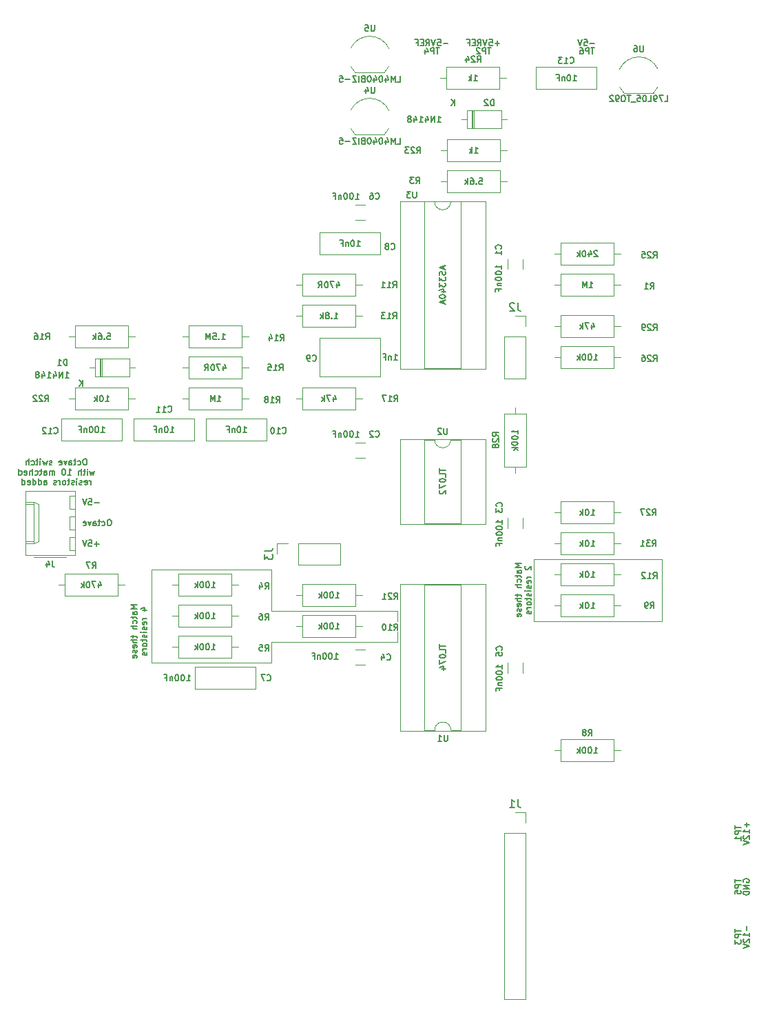
<source format=gbo>
G04 #@! TF.GenerationSoftware,KiCad,Pcbnew,6.0.5-a6ca702e91~116~ubuntu20.04.1*
G04 #@! TF.CreationDate,2022-06-19T13:49:35-04:00*
G04 #@! TF.ProjectId,herovco_front,6865726f-7663-46f5-9f66-726f6e742e6b,rev?*
G04 #@! TF.SameCoordinates,Original*
G04 #@! TF.FileFunction,Legend,Bot*
G04 #@! TF.FilePolarity,Positive*
%FSLAX46Y46*%
G04 Gerber Fmt 4.6, Leading zero omitted, Abs format (unit mm)*
G04 Created by KiCad (PCBNEW 6.0.5-a6ca702e91~116~ubuntu20.04.1) date 2022-06-19 13:49:35*
%MOMM*%
%LPD*%
G01*
G04 APERTURE LIST*
%ADD10C,0.120000*%
%ADD11C,0.150000*%
G04 APERTURE END LIST*
D10*
X133144000Y-116070000D02*
X133144000Y-113530000D01*
X133144000Y-104640000D02*
X118412000Y-104640000D01*
X133144000Y-109720000D02*
X133144000Y-104640000D01*
X148638000Y-110990000D02*
X148638000Y-109720000D01*
X165402000Y-103370000D02*
X165402000Y-110990000D01*
X133144000Y-113530000D02*
X148638000Y-113530000D01*
X118412000Y-116070000D02*
X133144000Y-116070000D01*
X181150000Y-110990000D02*
X181150000Y-103370000D01*
X148638000Y-109720000D02*
X133144000Y-109720000D01*
X148638000Y-113530000D02*
X148638000Y-112260000D01*
X118412000Y-104640000D02*
X118412000Y-116070000D01*
X181150000Y-103370000D02*
X165402000Y-103370000D01*
X165402000Y-110990000D02*
X181150000Y-110990000D01*
D11*
X111974642Y-101533571D02*
X111403214Y-101533571D01*
X111688928Y-101819285D02*
X111688928Y-101247857D01*
X110688928Y-101069285D02*
X111046071Y-101069285D01*
X111081785Y-101426428D01*
X111046071Y-101390714D01*
X110974642Y-101355000D01*
X110796071Y-101355000D01*
X110724642Y-101390714D01*
X110688928Y-101426428D01*
X110653214Y-101497857D01*
X110653214Y-101676428D01*
X110688928Y-101747857D01*
X110724642Y-101783571D01*
X110796071Y-101819285D01*
X110974642Y-101819285D01*
X111046071Y-101783571D01*
X111081785Y-101747857D01*
X110438928Y-101069285D02*
X110188928Y-101819285D01*
X109938928Y-101069285D01*
X110317285Y-91083785D02*
X110174428Y-91083785D01*
X110103000Y-91119500D01*
X110031571Y-91190928D01*
X109995857Y-91333785D01*
X109995857Y-91583785D01*
X110031571Y-91726642D01*
X110103000Y-91798071D01*
X110174428Y-91833785D01*
X110317285Y-91833785D01*
X110388714Y-91798071D01*
X110460142Y-91726642D01*
X110495857Y-91583785D01*
X110495857Y-91333785D01*
X110460142Y-91190928D01*
X110388714Y-91119500D01*
X110317285Y-91083785D01*
X109353000Y-91798071D02*
X109424428Y-91833785D01*
X109567285Y-91833785D01*
X109638714Y-91798071D01*
X109674428Y-91762357D01*
X109710142Y-91690928D01*
X109710142Y-91476642D01*
X109674428Y-91405214D01*
X109638714Y-91369500D01*
X109567285Y-91333785D01*
X109424428Y-91333785D01*
X109353000Y-91369500D01*
X109138714Y-91333785D02*
X108853000Y-91333785D01*
X109031571Y-91083785D02*
X109031571Y-91726642D01*
X108995857Y-91798071D01*
X108924428Y-91833785D01*
X108853000Y-91833785D01*
X108281571Y-91833785D02*
X108281571Y-91440928D01*
X108317285Y-91369500D01*
X108388714Y-91333785D01*
X108531571Y-91333785D01*
X108603000Y-91369500D01*
X108281571Y-91798071D02*
X108353000Y-91833785D01*
X108531571Y-91833785D01*
X108603000Y-91798071D01*
X108638714Y-91726642D01*
X108638714Y-91655214D01*
X108603000Y-91583785D01*
X108531571Y-91548071D01*
X108353000Y-91548071D01*
X108281571Y-91512357D01*
X107995857Y-91333785D02*
X107817285Y-91833785D01*
X107638714Y-91333785D01*
X107067285Y-91798071D02*
X107138714Y-91833785D01*
X107281571Y-91833785D01*
X107353000Y-91798071D01*
X107388714Y-91726642D01*
X107388714Y-91440928D01*
X107353000Y-91369500D01*
X107281571Y-91333785D01*
X107138714Y-91333785D01*
X107067285Y-91369500D01*
X107031571Y-91440928D01*
X107031571Y-91512357D01*
X107388714Y-91583785D01*
X106174428Y-91798071D02*
X106103000Y-91833785D01*
X105960142Y-91833785D01*
X105888714Y-91798071D01*
X105853000Y-91726642D01*
X105853000Y-91690928D01*
X105888714Y-91619500D01*
X105960142Y-91583785D01*
X106067285Y-91583785D01*
X106138714Y-91548071D01*
X106174428Y-91476642D01*
X106174428Y-91440928D01*
X106138714Y-91369500D01*
X106067285Y-91333785D01*
X105960142Y-91333785D01*
X105888714Y-91369500D01*
X105603000Y-91333785D02*
X105460142Y-91833785D01*
X105317285Y-91476642D01*
X105174428Y-91833785D01*
X105031571Y-91333785D01*
X104745857Y-91833785D02*
X104745857Y-91333785D01*
X104745857Y-91083785D02*
X104781571Y-91119500D01*
X104745857Y-91155214D01*
X104710142Y-91119500D01*
X104745857Y-91083785D01*
X104745857Y-91155214D01*
X104495857Y-91333785D02*
X104210142Y-91333785D01*
X104388714Y-91083785D02*
X104388714Y-91726642D01*
X104353000Y-91798071D01*
X104281571Y-91833785D01*
X104210142Y-91833785D01*
X103638714Y-91798071D02*
X103710142Y-91833785D01*
X103853000Y-91833785D01*
X103924428Y-91798071D01*
X103960142Y-91762357D01*
X103995857Y-91690928D01*
X103995857Y-91476642D01*
X103960142Y-91405214D01*
X103924428Y-91369500D01*
X103853000Y-91333785D01*
X103710142Y-91333785D01*
X103638714Y-91369500D01*
X103317285Y-91833785D02*
X103317285Y-91083785D01*
X102995857Y-91833785D02*
X102995857Y-91440928D01*
X103031571Y-91369500D01*
X103103000Y-91333785D01*
X103210142Y-91333785D01*
X103281571Y-91369500D01*
X103317285Y-91405214D01*
X111406571Y-92541285D02*
X111263714Y-93041285D01*
X111120857Y-92684142D01*
X110978000Y-93041285D01*
X110835142Y-92541285D01*
X110549428Y-93041285D02*
X110549428Y-92541285D01*
X110549428Y-92291285D02*
X110585142Y-92327000D01*
X110549428Y-92362714D01*
X110513714Y-92327000D01*
X110549428Y-92291285D01*
X110549428Y-92362714D01*
X110299428Y-92541285D02*
X110013714Y-92541285D01*
X110192285Y-92291285D02*
X110192285Y-92934142D01*
X110156571Y-93005571D01*
X110085142Y-93041285D01*
X110013714Y-93041285D01*
X109763714Y-93041285D02*
X109763714Y-92291285D01*
X109442285Y-93041285D02*
X109442285Y-92648428D01*
X109478000Y-92577000D01*
X109549428Y-92541285D01*
X109656571Y-92541285D01*
X109728000Y-92577000D01*
X109763714Y-92612714D01*
X108120857Y-93041285D02*
X108549428Y-93041285D01*
X108335142Y-93041285D02*
X108335142Y-92291285D01*
X108406571Y-92398428D01*
X108478000Y-92469857D01*
X108549428Y-92505571D01*
X107656571Y-92291285D02*
X107585142Y-92291285D01*
X107513714Y-92327000D01*
X107478000Y-92362714D01*
X107442285Y-92434142D01*
X107406571Y-92577000D01*
X107406571Y-92755571D01*
X107442285Y-92898428D01*
X107478000Y-92969857D01*
X107513714Y-93005571D01*
X107585142Y-93041285D01*
X107656571Y-93041285D01*
X107728000Y-93005571D01*
X107763714Y-92969857D01*
X107799428Y-92898428D01*
X107835142Y-92755571D01*
X107835142Y-92577000D01*
X107799428Y-92434142D01*
X107763714Y-92362714D01*
X107728000Y-92327000D01*
X107656571Y-92291285D01*
X106513714Y-93041285D02*
X106513714Y-92541285D01*
X106513714Y-92612714D02*
X106478000Y-92577000D01*
X106406571Y-92541285D01*
X106299428Y-92541285D01*
X106228000Y-92577000D01*
X106192285Y-92648428D01*
X106192285Y-93041285D01*
X106192285Y-92648428D02*
X106156571Y-92577000D01*
X106085142Y-92541285D01*
X105978000Y-92541285D01*
X105906571Y-92577000D01*
X105870857Y-92648428D01*
X105870857Y-93041285D01*
X105192285Y-93041285D02*
X105192285Y-92648428D01*
X105228000Y-92577000D01*
X105299428Y-92541285D01*
X105442285Y-92541285D01*
X105513714Y-92577000D01*
X105192285Y-93005571D02*
X105263714Y-93041285D01*
X105442285Y-93041285D01*
X105513714Y-93005571D01*
X105549428Y-92934142D01*
X105549428Y-92862714D01*
X105513714Y-92791285D01*
X105442285Y-92755571D01*
X105263714Y-92755571D01*
X105192285Y-92719857D01*
X104942285Y-92541285D02*
X104656571Y-92541285D01*
X104835142Y-92291285D02*
X104835142Y-92934142D01*
X104799428Y-93005571D01*
X104728000Y-93041285D01*
X104656571Y-93041285D01*
X104085142Y-93005571D02*
X104156571Y-93041285D01*
X104299428Y-93041285D01*
X104370857Y-93005571D01*
X104406571Y-92969857D01*
X104442285Y-92898428D01*
X104442285Y-92684142D01*
X104406571Y-92612714D01*
X104370857Y-92577000D01*
X104299428Y-92541285D01*
X104156571Y-92541285D01*
X104085142Y-92577000D01*
X103763714Y-93041285D02*
X103763714Y-92291285D01*
X103442285Y-93041285D02*
X103442285Y-92648428D01*
X103478000Y-92577000D01*
X103549428Y-92541285D01*
X103656571Y-92541285D01*
X103728000Y-92577000D01*
X103763714Y-92612714D01*
X102799428Y-93005571D02*
X102870857Y-93041285D01*
X103013714Y-93041285D01*
X103085142Y-93005571D01*
X103120857Y-92934142D01*
X103120857Y-92648428D01*
X103085142Y-92577000D01*
X103013714Y-92541285D01*
X102870857Y-92541285D01*
X102799428Y-92577000D01*
X102763714Y-92648428D01*
X102763714Y-92719857D01*
X103120857Y-92791285D01*
X102120857Y-93041285D02*
X102120857Y-92291285D01*
X102120857Y-93005571D02*
X102192285Y-93041285D01*
X102335142Y-93041285D01*
X102406571Y-93005571D01*
X102442285Y-92969857D01*
X102478000Y-92898428D01*
X102478000Y-92684142D01*
X102442285Y-92612714D01*
X102406571Y-92577000D01*
X102335142Y-92541285D01*
X102192285Y-92541285D01*
X102120857Y-92577000D01*
X110942285Y-94248785D02*
X110942285Y-93748785D01*
X110942285Y-93891642D02*
X110906571Y-93820214D01*
X110870857Y-93784500D01*
X110799428Y-93748785D01*
X110728000Y-93748785D01*
X110192285Y-94213071D02*
X110263714Y-94248785D01*
X110406571Y-94248785D01*
X110478000Y-94213071D01*
X110513714Y-94141642D01*
X110513714Y-93855928D01*
X110478000Y-93784500D01*
X110406571Y-93748785D01*
X110263714Y-93748785D01*
X110192285Y-93784500D01*
X110156571Y-93855928D01*
X110156571Y-93927357D01*
X110513714Y-93998785D01*
X109870857Y-94213071D02*
X109799428Y-94248785D01*
X109656571Y-94248785D01*
X109585142Y-94213071D01*
X109549428Y-94141642D01*
X109549428Y-94105928D01*
X109585142Y-94034500D01*
X109656571Y-93998785D01*
X109763714Y-93998785D01*
X109835142Y-93963071D01*
X109870857Y-93891642D01*
X109870857Y-93855928D01*
X109835142Y-93784500D01*
X109763714Y-93748785D01*
X109656571Y-93748785D01*
X109585142Y-93784500D01*
X109228000Y-94248785D02*
X109228000Y-93748785D01*
X109228000Y-93498785D02*
X109263714Y-93534500D01*
X109228000Y-93570214D01*
X109192285Y-93534500D01*
X109228000Y-93498785D01*
X109228000Y-93570214D01*
X108906571Y-94213071D02*
X108835142Y-94248785D01*
X108692285Y-94248785D01*
X108620857Y-94213071D01*
X108585142Y-94141642D01*
X108585142Y-94105928D01*
X108620857Y-94034500D01*
X108692285Y-93998785D01*
X108799428Y-93998785D01*
X108870857Y-93963071D01*
X108906571Y-93891642D01*
X108906571Y-93855928D01*
X108870857Y-93784500D01*
X108799428Y-93748785D01*
X108692285Y-93748785D01*
X108620857Y-93784500D01*
X108370857Y-93748785D02*
X108085142Y-93748785D01*
X108263714Y-93498785D02*
X108263714Y-94141642D01*
X108228000Y-94213071D01*
X108156571Y-94248785D01*
X108085142Y-94248785D01*
X107728000Y-94248785D02*
X107799428Y-94213071D01*
X107835142Y-94177357D01*
X107870857Y-94105928D01*
X107870857Y-93891642D01*
X107835142Y-93820214D01*
X107799428Y-93784500D01*
X107728000Y-93748785D01*
X107620857Y-93748785D01*
X107549428Y-93784500D01*
X107513714Y-93820214D01*
X107478000Y-93891642D01*
X107478000Y-94105928D01*
X107513714Y-94177357D01*
X107549428Y-94213071D01*
X107620857Y-94248785D01*
X107728000Y-94248785D01*
X107156571Y-94248785D02*
X107156571Y-93748785D01*
X107156571Y-93891642D02*
X107120857Y-93820214D01*
X107085142Y-93784500D01*
X107013714Y-93748785D01*
X106942285Y-93748785D01*
X106728000Y-94213071D02*
X106656571Y-94248785D01*
X106513714Y-94248785D01*
X106442285Y-94213071D01*
X106406571Y-94141642D01*
X106406571Y-94105928D01*
X106442285Y-94034500D01*
X106513714Y-93998785D01*
X106620857Y-93998785D01*
X106692285Y-93963071D01*
X106728000Y-93891642D01*
X106728000Y-93855928D01*
X106692285Y-93784500D01*
X106620857Y-93748785D01*
X106513714Y-93748785D01*
X106442285Y-93784500D01*
X105192285Y-94248785D02*
X105192285Y-93855928D01*
X105228000Y-93784500D01*
X105299428Y-93748785D01*
X105442285Y-93748785D01*
X105513714Y-93784500D01*
X105192285Y-94213071D02*
X105263714Y-94248785D01*
X105442285Y-94248785D01*
X105513714Y-94213071D01*
X105549428Y-94141642D01*
X105549428Y-94070214D01*
X105513714Y-93998785D01*
X105442285Y-93963071D01*
X105263714Y-93963071D01*
X105192285Y-93927357D01*
X104513714Y-94248785D02*
X104513714Y-93498785D01*
X104513714Y-94213071D02*
X104585142Y-94248785D01*
X104728000Y-94248785D01*
X104799428Y-94213071D01*
X104835142Y-94177357D01*
X104870857Y-94105928D01*
X104870857Y-93891642D01*
X104835142Y-93820214D01*
X104799428Y-93784500D01*
X104728000Y-93748785D01*
X104585142Y-93748785D01*
X104513714Y-93784500D01*
X103835142Y-94248785D02*
X103835142Y-93498785D01*
X103835142Y-94213071D02*
X103906571Y-94248785D01*
X104049428Y-94248785D01*
X104120857Y-94213071D01*
X104156571Y-94177357D01*
X104192285Y-94105928D01*
X104192285Y-93891642D01*
X104156571Y-93820214D01*
X104120857Y-93784500D01*
X104049428Y-93748785D01*
X103906571Y-93748785D01*
X103835142Y-93784500D01*
X103192285Y-94213071D02*
X103263714Y-94248785D01*
X103406571Y-94248785D01*
X103478000Y-94213071D01*
X103513714Y-94141642D01*
X103513714Y-93855928D01*
X103478000Y-93784500D01*
X103406571Y-93748785D01*
X103263714Y-93748785D01*
X103192285Y-93784500D01*
X103156571Y-93855928D01*
X103156571Y-93927357D01*
X103513714Y-93998785D01*
X102513714Y-94248785D02*
X102513714Y-93498785D01*
X102513714Y-94213071D02*
X102585142Y-94248785D01*
X102728000Y-94248785D01*
X102799428Y-94213071D01*
X102835142Y-94177357D01*
X102870857Y-94105928D01*
X102870857Y-93891642D01*
X102835142Y-93820214D01*
X102799428Y-93784500D01*
X102728000Y-93748785D01*
X102585142Y-93748785D01*
X102513714Y-93784500D01*
X116623535Y-109010000D02*
X115873535Y-109010000D01*
X116409250Y-109260000D01*
X115873535Y-109510000D01*
X116623535Y-109510000D01*
X116623535Y-110188571D02*
X116230678Y-110188571D01*
X116159250Y-110152857D01*
X116123535Y-110081428D01*
X116123535Y-109938571D01*
X116159250Y-109867142D01*
X116587821Y-110188571D02*
X116623535Y-110117142D01*
X116623535Y-109938571D01*
X116587821Y-109867142D01*
X116516392Y-109831428D01*
X116444964Y-109831428D01*
X116373535Y-109867142D01*
X116337821Y-109938571D01*
X116337821Y-110117142D01*
X116302107Y-110188571D01*
X116123535Y-110438571D02*
X116123535Y-110724285D01*
X115873535Y-110545714D02*
X116516392Y-110545714D01*
X116587821Y-110581428D01*
X116623535Y-110652857D01*
X116623535Y-110724285D01*
X116587821Y-111295714D02*
X116623535Y-111224285D01*
X116623535Y-111081428D01*
X116587821Y-111010000D01*
X116552107Y-110974285D01*
X116480678Y-110938571D01*
X116266392Y-110938571D01*
X116194964Y-110974285D01*
X116159250Y-111010000D01*
X116123535Y-111081428D01*
X116123535Y-111224285D01*
X116159250Y-111295714D01*
X116623535Y-111617142D02*
X115873535Y-111617142D01*
X116623535Y-111938571D02*
X116230678Y-111938571D01*
X116159250Y-111902857D01*
X116123535Y-111831428D01*
X116123535Y-111724285D01*
X116159250Y-111652857D01*
X116194964Y-111617142D01*
X116123535Y-112760000D02*
X116123535Y-113045714D01*
X115873535Y-112867142D02*
X116516392Y-112867142D01*
X116587821Y-112902857D01*
X116623535Y-112974285D01*
X116623535Y-113045714D01*
X116623535Y-113295714D02*
X115873535Y-113295714D01*
X116623535Y-113617142D02*
X116230678Y-113617142D01*
X116159250Y-113581428D01*
X116123535Y-113510000D01*
X116123535Y-113402857D01*
X116159250Y-113331428D01*
X116194964Y-113295714D01*
X116587821Y-114260000D02*
X116623535Y-114188571D01*
X116623535Y-114045714D01*
X116587821Y-113974285D01*
X116516392Y-113938571D01*
X116230678Y-113938571D01*
X116159250Y-113974285D01*
X116123535Y-114045714D01*
X116123535Y-114188571D01*
X116159250Y-114260000D01*
X116230678Y-114295714D01*
X116302107Y-114295714D01*
X116373535Y-113938571D01*
X116587821Y-114581428D02*
X116623535Y-114652857D01*
X116623535Y-114795714D01*
X116587821Y-114867142D01*
X116516392Y-114902857D01*
X116480678Y-114902857D01*
X116409250Y-114867142D01*
X116373535Y-114795714D01*
X116373535Y-114688571D01*
X116337821Y-114617142D01*
X116266392Y-114581428D01*
X116230678Y-114581428D01*
X116159250Y-114617142D01*
X116123535Y-114688571D01*
X116123535Y-114795714D01*
X116159250Y-114867142D01*
X116587821Y-115510000D02*
X116623535Y-115438571D01*
X116623535Y-115295714D01*
X116587821Y-115224285D01*
X116516392Y-115188571D01*
X116230678Y-115188571D01*
X116159250Y-115224285D01*
X116123535Y-115295714D01*
X116123535Y-115438571D01*
X116159250Y-115510000D01*
X116230678Y-115545714D01*
X116302107Y-115545714D01*
X116373535Y-115188571D01*
X117331035Y-109688571D02*
X117831035Y-109688571D01*
X117045321Y-109510000D02*
X117581035Y-109331428D01*
X117581035Y-109795714D01*
X117831035Y-110652857D02*
X117331035Y-110652857D01*
X117473892Y-110652857D02*
X117402464Y-110688571D01*
X117366750Y-110724285D01*
X117331035Y-110795714D01*
X117331035Y-110867142D01*
X117795321Y-111402857D02*
X117831035Y-111331428D01*
X117831035Y-111188571D01*
X117795321Y-111117142D01*
X117723892Y-111081428D01*
X117438178Y-111081428D01*
X117366750Y-111117142D01*
X117331035Y-111188571D01*
X117331035Y-111331428D01*
X117366750Y-111402857D01*
X117438178Y-111438571D01*
X117509607Y-111438571D01*
X117581035Y-111081428D01*
X117795321Y-111724285D02*
X117831035Y-111795714D01*
X117831035Y-111938571D01*
X117795321Y-112010000D01*
X117723892Y-112045714D01*
X117688178Y-112045714D01*
X117616750Y-112010000D01*
X117581035Y-111938571D01*
X117581035Y-111831428D01*
X117545321Y-111760000D01*
X117473892Y-111724285D01*
X117438178Y-111724285D01*
X117366750Y-111760000D01*
X117331035Y-111831428D01*
X117331035Y-111938571D01*
X117366750Y-112010000D01*
X117831035Y-112367142D02*
X117331035Y-112367142D01*
X117081035Y-112367142D02*
X117116750Y-112331428D01*
X117152464Y-112367142D01*
X117116750Y-112402857D01*
X117081035Y-112367142D01*
X117152464Y-112367142D01*
X117795321Y-112688571D02*
X117831035Y-112760000D01*
X117831035Y-112902857D01*
X117795321Y-112974285D01*
X117723892Y-113010000D01*
X117688178Y-113010000D01*
X117616750Y-112974285D01*
X117581035Y-112902857D01*
X117581035Y-112795714D01*
X117545321Y-112724285D01*
X117473892Y-112688571D01*
X117438178Y-112688571D01*
X117366750Y-112724285D01*
X117331035Y-112795714D01*
X117331035Y-112902857D01*
X117366750Y-112974285D01*
X117331035Y-113224285D02*
X117331035Y-113510000D01*
X117081035Y-113331428D02*
X117723892Y-113331428D01*
X117795321Y-113367142D01*
X117831035Y-113438571D01*
X117831035Y-113510000D01*
X117831035Y-113867142D02*
X117795321Y-113795714D01*
X117759607Y-113760000D01*
X117688178Y-113724285D01*
X117473892Y-113724285D01*
X117402464Y-113760000D01*
X117366750Y-113795714D01*
X117331035Y-113867142D01*
X117331035Y-113974285D01*
X117366750Y-114045714D01*
X117402464Y-114081428D01*
X117473892Y-114117142D01*
X117688178Y-114117142D01*
X117759607Y-114081428D01*
X117795321Y-114045714D01*
X117831035Y-113974285D01*
X117831035Y-113867142D01*
X117831035Y-114438571D02*
X117331035Y-114438571D01*
X117473892Y-114438571D02*
X117402464Y-114474285D01*
X117366750Y-114510000D01*
X117331035Y-114581428D01*
X117331035Y-114652857D01*
X117795321Y-114867142D02*
X117831035Y-114938571D01*
X117831035Y-115081428D01*
X117795321Y-115152857D01*
X117723892Y-115188571D01*
X117688178Y-115188571D01*
X117616750Y-115152857D01*
X117581035Y-115081428D01*
X117581035Y-114974285D01*
X117545321Y-114902857D01*
X117473892Y-114867142D01*
X117438178Y-114867142D01*
X117366750Y-114902857D01*
X117331035Y-114974285D01*
X117331035Y-115081428D01*
X117366750Y-115152857D01*
X111974642Y-96453571D02*
X111403214Y-96453571D01*
X110688928Y-95989285D02*
X111046071Y-95989285D01*
X111081785Y-96346428D01*
X111046071Y-96310714D01*
X110974642Y-96275000D01*
X110796071Y-96275000D01*
X110724642Y-96310714D01*
X110688928Y-96346428D01*
X110653214Y-96417857D01*
X110653214Y-96596428D01*
X110688928Y-96667857D01*
X110724642Y-96703571D01*
X110796071Y-96739285D01*
X110974642Y-96739285D01*
X111046071Y-96703571D01*
X111081785Y-96667857D01*
X110438928Y-95989285D02*
X110188928Y-96739285D01*
X109938928Y-95989285D01*
X113296071Y-98529285D02*
X113153214Y-98529285D01*
X113081785Y-98565000D01*
X113010357Y-98636428D01*
X112974642Y-98779285D01*
X112974642Y-99029285D01*
X113010357Y-99172142D01*
X113081785Y-99243571D01*
X113153214Y-99279285D01*
X113296071Y-99279285D01*
X113367500Y-99243571D01*
X113438928Y-99172142D01*
X113474642Y-99029285D01*
X113474642Y-98779285D01*
X113438928Y-98636428D01*
X113367500Y-98565000D01*
X113296071Y-98529285D01*
X112331785Y-99243571D02*
X112403214Y-99279285D01*
X112546071Y-99279285D01*
X112617500Y-99243571D01*
X112653214Y-99207857D01*
X112688928Y-99136428D01*
X112688928Y-98922142D01*
X112653214Y-98850714D01*
X112617500Y-98815000D01*
X112546071Y-98779285D01*
X112403214Y-98779285D01*
X112331785Y-98815000D01*
X112117500Y-98779285D02*
X111831785Y-98779285D01*
X112010357Y-98529285D02*
X112010357Y-99172142D01*
X111974642Y-99243571D01*
X111903214Y-99279285D01*
X111831785Y-99279285D01*
X111260357Y-99279285D02*
X111260357Y-98886428D01*
X111296071Y-98815000D01*
X111367500Y-98779285D01*
X111510357Y-98779285D01*
X111581785Y-98815000D01*
X111260357Y-99243571D02*
X111331785Y-99279285D01*
X111510357Y-99279285D01*
X111581785Y-99243571D01*
X111617500Y-99172142D01*
X111617500Y-99100714D01*
X111581785Y-99029285D01*
X111510357Y-98993571D01*
X111331785Y-98993571D01*
X111260357Y-98957857D01*
X110974642Y-98779285D02*
X110796071Y-99279285D01*
X110617500Y-98779285D01*
X110046071Y-99243571D02*
X110117500Y-99279285D01*
X110260357Y-99279285D01*
X110331785Y-99243571D01*
X110367500Y-99172142D01*
X110367500Y-98886428D01*
X110331785Y-98815000D01*
X110260357Y-98779285D01*
X110117500Y-98779285D01*
X110046071Y-98815000D01*
X110010357Y-98886428D01*
X110010357Y-98957857D01*
X110367500Y-99029285D01*
X163867535Y-103930000D02*
X163117535Y-103930000D01*
X163653250Y-104180000D01*
X163117535Y-104430000D01*
X163867535Y-104430000D01*
X163867535Y-105108571D02*
X163474678Y-105108571D01*
X163403250Y-105072857D01*
X163367535Y-105001428D01*
X163367535Y-104858571D01*
X163403250Y-104787142D01*
X163831821Y-105108571D02*
X163867535Y-105037142D01*
X163867535Y-104858571D01*
X163831821Y-104787142D01*
X163760392Y-104751428D01*
X163688964Y-104751428D01*
X163617535Y-104787142D01*
X163581821Y-104858571D01*
X163581821Y-105037142D01*
X163546107Y-105108571D01*
X163367535Y-105358571D02*
X163367535Y-105644285D01*
X163117535Y-105465714D02*
X163760392Y-105465714D01*
X163831821Y-105501428D01*
X163867535Y-105572857D01*
X163867535Y-105644285D01*
X163831821Y-106215714D02*
X163867535Y-106144285D01*
X163867535Y-106001428D01*
X163831821Y-105930000D01*
X163796107Y-105894285D01*
X163724678Y-105858571D01*
X163510392Y-105858571D01*
X163438964Y-105894285D01*
X163403250Y-105930000D01*
X163367535Y-106001428D01*
X163367535Y-106144285D01*
X163403250Y-106215714D01*
X163867535Y-106537142D02*
X163117535Y-106537142D01*
X163867535Y-106858571D02*
X163474678Y-106858571D01*
X163403250Y-106822857D01*
X163367535Y-106751428D01*
X163367535Y-106644285D01*
X163403250Y-106572857D01*
X163438964Y-106537142D01*
X163367535Y-107680000D02*
X163367535Y-107965714D01*
X163117535Y-107787142D02*
X163760392Y-107787142D01*
X163831821Y-107822857D01*
X163867535Y-107894285D01*
X163867535Y-107965714D01*
X163867535Y-108215714D02*
X163117535Y-108215714D01*
X163867535Y-108537142D02*
X163474678Y-108537142D01*
X163403250Y-108501428D01*
X163367535Y-108430000D01*
X163367535Y-108322857D01*
X163403250Y-108251428D01*
X163438964Y-108215714D01*
X163831821Y-109180000D02*
X163867535Y-109108571D01*
X163867535Y-108965714D01*
X163831821Y-108894285D01*
X163760392Y-108858571D01*
X163474678Y-108858571D01*
X163403250Y-108894285D01*
X163367535Y-108965714D01*
X163367535Y-109108571D01*
X163403250Y-109180000D01*
X163474678Y-109215714D01*
X163546107Y-109215714D01*
X163617535Y-108858571D01*
X163831821Y-109501428D02*
X163867535Y-109572857D01*
X163867535Y-109715714D01*
X163831821Y-109787142D01*
X163760392Y-109822857D01*
X163724678Y-109822857D01*
X163653250Y-109787142D01*
X163617535Y-109715714D01*
X163617535Y-109608571D01*
X163581821Y-109537142D01*
X163510392Y-109501428D01*
X163474678Y-109501428D01*
X163403250Y-109537142D01*
X163367535Y-109608571D01*
X163367535Y-109715714D01*
X163403250Y-109787142D01*
X163831821Y-110430000D02*
X163867535Y-110358571D01*
X163867535Y-110215714D01*
X163831821Y-110144285D01*
X163760392Y-110108571D01*
X163474678Y-110108571D01*
X163403250Y-110144285D01*
X163367535Y-110215714D01*
X163367535Y-110358571D01*
X163403250Y-110430000D01*
X163474678Y-110465714D01*
X163546107Y-110465714D01*
X163617535Y-110108571D01*
X164396464Y-104251428D02*
X164360750Y-104287142D01*
X164325035Y-104358571D01*
X164325035Y-104537142D01*
X164360750Y-104608571D01*
X164396464Y-104644285D01*
X164467892Y-104680000D01*
X164539321Y-104680000D01*
X164646464Y-104644285D01*
X165075035Y-104215714D01*
X165075035Y-104680000D01*
X165075035Y-105572857D02*
X164575035Y-105572857D01*
X164717892Y-105572857D02*
X164646464Y-105608571D01*
X164610750Y-105644285D01*
X164575035Y-105715714D01*
X164575035Y-105787142D01*
X165039321Y-106322857D02*
X165075035Y-106251428D01*
X165075035Y-106108571D01*
X165039321Y-106037142D01*
X164967892Y-106001428D01*
X164682178Y-106001428D01*
X164610750Y-106037142D01*
X164575035Y-106108571D01*
X164575035Y-106251428D01*
X164610750Y-106322857D01*
X164682178Y-106358571D01*
X164753607Y-106358571D01*
X164825035Y-106001428D01*
X165039321Y-106644285D02*
X165075035Y-106715714D01*
X165075035Y-106858571D01*
X165039321Y-106930000D01*
X164967892Y-106965714D01*
X164932178Y-106965714D01*
X164860750Y-106930000D01*
X164825035Y-106858571D01*
X164825035Y-106751428D01*
X164789321Y-106680000D01*
X164717892Y-106644285D01*
X164682178Y-106644285D01*
X164610750Y-106680000D01*
X164575035Y-106751428D01*
X164575035Y-106858571D01*
X164610750Y-106930000D01*
X165075035Y-107287142D02*
X164575035Y-107287142D01*
X164325035Y-107287142D02*
X164360750Y-107251428D01*
X164396464Y-107287142D01*
X164360750Y-107322857D01*
X164325035Y-107287142D01*
X164396464Y-107287142D01*
X165039321Y-107608571D02*
X165075035Y-107680000D01*
X165075035Y-107822857D01*
X165039321Y-107894285D01*
X164967892Y-107930000D01*
X164932178Y-107930000D01*
X164860750Y-107894285D01*
X164825035Y-107822857D01*
X164825035Y-107715714D01*
X164789321Y-107644285D01*
X164717892Y-107608571D01*
X164682178Y-107608571D01*
X164610750Y-107644285D01*
X164575035Y-107715714D01*
X164575035Y-107822857D01*
X164610750Y-107894285D01*
X164575035Y-108144285D02*
X164575035Y-108430000D01*
X164325035Y-108251428D02*
X164967892Y-108251428D01*
X165039321Y-108287142D01*
X165075035Y-108358571D01*
X165075035Y-108430000D01*
X165075035Y-108787142D02*
X165039321Y-108715714D01*
X165003607Y-108680000D01*
X164932178Y-108644285D01*
X164717892Y-108644285D01*
X164646464Y-108680000D01*
X164610750Y-108715714D01*
X164575035Y-108787142D01*
X164575035Y-108894285D01*
X164610750Y-108965714D01*
X164646464Y-109001428D01*
X164717892Y-109037142D01*
X164932178Y-109037142D01*
X165003607Y-109001428D01*
X165039321Y-108965714D01*
X165075035Y-108894285D01*
X165075035Y-108787142D01*
X165075035Y-109358571D02*
X164575035Y-109358571D01*
X164717892Y-109358571D02*
X164646464Y-109394285D01*
X164610750Y-109430000D01*
X164575035Y-109501428D01*
X164575035Y-109572857D01*
X165039321Y-109787142D02*
X165075035Y-109858571D01*
X165075035Y-110001428D01*
X165039321Y-110072857D01*
X164967892Y-110108571D01*
X164932178Y-110108571D01*
X164860750Y-110072857D01*
X164825035Y-110001428D01*
X164825035Y-109894285D01*
X164789321Y-109822857D01*
X164717892Y-109787142D01*
X164682178Y-109787142D01*
X164610750Y-109822857D01*
X164575035Y-109894285D01*
X164575035Y-110001428D01*
X164610750Y-110072857D01*
G04 #@! TO.C,TP3*
X191611571Y-148418571D02*
X191611571Y-148990000D01*
X191897285Y-149740000D02*
X191897285Y-149311428D01*
X191897285Y-149525714D02*
X191147285Y-149525714D01*
X191254428Y-149454285D01*
X191325857Y-149382857D01*
X191361571Y-149311428D01*
X191218714Y-150025714D02*
X191183000Y-150061428D01*
X191147285Y-150132857D01*
X191147285Y-150311428D01*
X191183000Y-150382857D01*
X191218714Y-150418571D01*
X191290142Y-150454285D01*
X191361571Y-150454285D01*
X191468714Y-150418571D01*
X191897285Y-149990000D01*
X191897285Y-150454285D01*
X191147285Y-150668571D02*
X191897285Y-150918571D01*
X191147285Y-151168571D01*
X190131285Y-148793571D02*
X190131285Y-149222142D01*
X190881285Y-149007857D02*
X190131285Y-149007857D01*
X190881285Y-149472142D02*
X190131285Y-149472142D01*
X190131285Y-149757857D01*
X190167000Y-149829285D01*
X190202714Y-149865000D01*
X190274142Y-149900714D01*
X190381285Y-149900714D01*
X190452714Y-149865000D01*
X190488428Y-149829285D01*
X190524142Y-149757857D01*
X190524142Y-149472142D01*
X190131285Y-150150714D02*
X190131285Y-150615000D01*
X190417000Y-150365000D01*
X190417000Y-150472142D01*
X190452714Y-150543571D01*
X190488428Y-150579285D01*
X190559857Y-150615000D01*
X190738428Y-150615000D01*
X190809857Y-150579285D01*
X190845571Y-150543571D01*
X190881285Y-150472142D01*
X190881285Y-150257857D01*
X190845571Y-150186428D01*
X190809857Y-150150714D01*
G04 #@! TO.C,TP1*
X191611571Y-135718571D02*
X191611571Y-136290000D01*
X191897285Y-136004285D02*
X191325857Y-136004285D01*
X191897285Y-137040000D02*
X191897285Y-136611428D01*
X191897285Y-136825714D02*
X191147285Y-136825714D01*
X191254428Y-136754285D01*
X191325857Y-136682857D01*
X191361571Y-136611428D01*
X191218714Y-137325714D02*
X191183000Y-137361428D01*
X191147285Y-137432857D01*
X191147285Y-137611428D01*
X191183000Y-137682857D01*
X191218714Y-137718571D01*
X191290142Y-137754285D01*
X191361571Y-137754285D01*
X191468714Y-137718571D01*
X191897285Y-137290000D01*
X191897285Y-137754285D01*
X191147285Y-137968571D02*
X191897285Y-138218571D01*
X191147285Y-138468571D01*
X190131285Y-136093571D02*
X190131285Y-136522142D01*
X190881285Y-136307857D02*
X190131285Y-136307857D01*
X190881285Y-136772142D02*
X190131285Y-136772142D01*
X190131285Y-137057857D01*
X190167000Y-137129285D01*
X190202714Y-137165000D01*
X190274142Y-137200714D01*
X190381285Y-137200714D01*
X190452714Y-137165000D01*
X190488428Y-137129285D01*
X190524142Y-137057857D01*
X190524142Y-136772142D01*
X190881285Y-137915000D02*
X190881285Y-137486428D01*
X190881285Y-137700714D02*
X190131285Y-137700714D01*
X190238428Y-137629285D01*
X190309857Y-137557857D01*
X190345571Y-137486428D01*
G04 #@! TO.C,TP6*
X172884285Y-40065571D02*
X172312857Y-40065571D01*
X171598571Y-39601285D02*
X171955714Y-39601285D01*
X171991428Y-39958428D01*
X171955714Y-39922714D01*
X171884285Y-39887000D01*
X171705714Y-39887000D01*
X171634285Y-39922714D01*
X171598571Y-39958428D01*
X171562857Y-40029857D01*
X171562857Y-40208428D01*
X171598571Y-40279857D01*
X171634285Y-40315571D01*
X171705714Y-40351285D01*
X171884285Y-40351285D01*
X171955714Y-40315571D01*
X171991428Y-40279857D01*
X171348571Y-39601285D02*
X171098571Y-40351285D01*
X170848571Y-39601285D01*
X172866428Y-40617285D02*
X172437857Y-40617285D01*
X172652142Y-41367285D02*
X172652142Y-40617285D01*
X172187857Y-41367285D02*
X172187857Y-40617285D01*
X171902142Y-40617285D01*
X171830714Y-40653000D01*
X171795000Y-40688714D01*
X171759285Y-40760142D01*
X171759285Y-40867285D01*
X171795000Y-40938714D01*
X171830714Y-40974428D01*
X171902142Y-41010142D01*
X172187857Y-41010142D01*
X171116428Y-40617285D02*
X171259285Y-40617285D01*
X171330714Y-40653000D01*
X171366428Y-40688714D01*
X171437857Y-40795857D01*
X171473571Y-40938714D01*
X171473571Y-41224428D01*
X171437857Y-41295857D01*
X171402142Y-41331571D01*
X171330714Y-41367285D01*
X171187857Y-41367285D01*
X171116428Y-41331571D01*
X171080714Y-41295857D01*
X171045000Y-41224428D01*
X171045000Y-41045857D01*
X171080714Y-40974428D01*
X171116428Y-40938714D01*
X171187857Y-40903000D01*
X171330714Y-40903000D01*
X171402142Y-40938714D01*
X171437857Y-40974428D01*
X171473571Y-41045857D01*
G04 #@! TO.C,TP4*
X153816428Y-40617285D02*
X153387857Y-40617285D01*
X153602142Y-41367285D02*
X153602142Y-40617285D01*
X153137857Y-41367285D02*
X153137857Y-40617285D01*
X152852142Y-40617285D01*
X152780714Y-40653000D01*
X152745000Y-40688714D01*
X152709285Y-40760142D01*
X152709285Y-40867285D01*
X152745000Y-40938714D01*
X152780714Y-40974428D01*
X152852142Y-41010142D01*
X153137857Y-41010142D01*
X152066428Y-40867285D02*
X152066428Y-41367285D01*
X152245000Y-40581571D02*
X152423571Y-41117285D01*
X151959285Y-41117285D01*
X154870000Y-40065571D02*
X154298571Y-40065571D01*
X153584285Y-39601285D02*
X153941428Y-39601285D01*
X153977142Y-39958428D01*
X153941428Y-39922714D01*
X153870000Y-39887000D01*
X153691428Y-39887000D01*
X153620000Y-39922714D01*
X153584285Y-39958428D01*
X153548571Y-40029857D01*
X153548571Y-40208428D01*
X153584285Y-40279857D01*
X153620000Y-40315571D01*
X153691428Y-40351285D01*
X153870000Y-40351285D01*
X153941428Y-40315571D01*
X153977142Y-40279857D01*
X153334285Y-39601285D02*
X153084285Y-40351285D01*
X152834285Y-39601285D01*
X152155714Y-40351285D02*
X152405714Y-39994142D01*
X152584285Y-40351285D02*
X152584285Y-39601285D01*
X152298571Y-39601285D01*
X152227142Y-39637000D01*
X152191428Y-39672714D01*
X152155714Y-39744142D01*
X152155714Y-39851285D01*
X152191428Y-39922714D01*
X152227142Y-39958428D01*
X152298571Y-39994142D01*
X152584285Y-39994142D01*
X151834285Y-39958428D02*
X151584285Y-39958428D01*
X151477142Y-40351285D02*
X151834285Y-40351285D01*
X151834285Y-39601285D01*
X151477142Y-39601285D01*
X150905714Y-39958428D02*
X151155714Y-39958428D01*
X151155714Y-40351285D02*
X151155714Y-39601285D01*
X150798571Y-39601285D01*
G04 #@! TO.C,TP2*
X161220000Y-40065571D02*
X160648571Y-40065571D01*
X160934285Y-40351285D02*
X160934285Y-39779857D01*
X159934285Y-39601285D02*
X160291428Y-39601285D01*
X160327142Y-39958428D01*
X160291428Y-39922714D01*
X160220000Y-39887000D01*
X160041428Y-39887000D01*
X159970000Y-39922714D01*
X159934285Y-39958428D01*
X159898571Y-40029857D01*
X159898571Y-40208428D01*
X159934285Y-40279857D01*
X159970000Y-40315571D01*
X160041428Y-40351285D01*
X160220000Y-40351285D01*
X160291428Y-40315571D01*
X160327142Y-40279857D01*
X159684285Y-39601285D02*
X159434285Y-40351285D01*
X159184285Y-39601285D01*
X158505714Y-40351285D02*
X158755714Y-39994142D01*
X158934285Y-40351285D02*
X158934285Y-39601285D01*
X158648571Y-39601285D01*
X158577142Y-39637000D01*
X158541428Y-39672714D01*
X158505714Y-39744142D01*
X158505714Y-39851285D01*
X158541428Y-39922714D01*
X158577142Y-39958428D01*
X158648571Y-39994142D01*
X158934285Y-39994142D01*
X158184285Y-39958428D02*
X157934285Y-39958428D01*
X157827142Y-40351285D02*
X158184285Y-40351285D01*
X158184285Y-39601285D01*
X157827142Y-39601285D01*
X157255714Y-39958428D02*
X157505714Y-39958428D01*
X157505714Y-40351285D02*
X157505714Y-39601285D01*
X157148571Y-39601285D01*
X160166428Y-40617285D02*
X159737857Y-40617285D01*
X159952142Y-41367285D02*
X159952142Y-40617285D01*
X159487857Y-41367285D02*
X159487857Y-40617285D01*
X159202142Y-40617285D01*
X159130714Y-40653000D01*
X159095000Y-40688714D01*
X159059285Y-40760142D01*
X159059285Y-40867285D01*
X159095000Y-40938714D01*
X159130714Y-40974428D01*
X159202142Y-41010142D01*
X159487857Y-41010142D01*
X158773571Y-40688714D02*
X158737857Y-40653000D01*
X158666428Y-40617285D01*
X158487857Y-40617285D01*
X158416428Y-40653000D01*
X158380714Y-40688714D01*
X158345000Y-40760142D01*
X158345000Y-40831571D01*
X158380714Y-40938714D01*
X158809285Y-41367285D01*
X158345000Y-41367285D01*
G04 #@! TO.C,TP5*
X191183000Y-143058571D02*
X191147285Y-142987142D01*
X191147285Y-142880000D01*
X191183000Y-142772857D01*
X191254428Y-142701428D01*
X191325857Y-142665714D01*
X191468714Y-142630000D01*
X191575857Y-142630000D01*
X191718714Y-142665714D01*
X191790142Y-142701428D01*
X191861571Y-142772857D01*
X191897285Y-142880000D01*
X191897285Y-142951428D01*
X191861571Y-143058571D01*
X191825857Y-143094285D01*
X191575857Y-143094285D01*
X191575857Y-142951428D01*
X191897285Y-143415714D02*
X191147285Y-143415714D01*
X191897285Y-143844285D01*
X191147285Y-143844285D01*
X191897285Y-144201428D02*
X191147285Y-144201428D01*
X191147285Y-144380000D01*
X191183000Y-144487142D01*
X191254428Y-144558571D01*
X191325857Y-144594285D01*
X191468714Y-144630000D01*
X191575857Y-144630000D01*
X191718714Y-144594285D01*
X191790142Y-144558571D01*
X191861571Y-144487142D01*
X191897285Y-144380000D01*
X191897285Y-144201428D01*
X190131285Y-142683571D02*
X190131285Y-143112142D01*
X190881285Y-142897857D02*
X190131285Y-142897857D01*
X190881285Y-143362142D02*
X190131285Y-143362142D01*
X190131285Y-143647857D01*
X190167000Y-143719285D01*
X190202714Y-143755000D01*
X190274142Y-143790714D01*
X190381285Y-143790714D01*
X190452714Y-143755000D01*
X190488428Y-143719285D01*
X190524142Y-143647857D01*
X190524142Y-143362142D01*
X190131285Y-144469285D02*
X190131285Y-144112142D01*
X190488428Y-144076428D01*
X190452714Y-144112142D01*
X190417000Y-144183571D01*
X190417000Y-144362142D01*
X190452714Y-144433571D01*
X190488428Y-144469285D01*
X190559857Y-144505000D01*
X190738428Y-144505000D01*
X190809857Y-144469285D01*
X190845571Y-144433571D01*
X190881285Y-144362142D01*
X190881285Y-144183571D01*
X190845571Y-144112142D01*
X190809857Y-144076428D01*
G04 #@! TO.C,C4*
X147360000Y-115717857D02*
X147395714Y-115753571D01*
X147502857Y-115789285D01*
X147574285Y-115789285D01*
X147681428Y-115753571D01*
X147752857Y-115682142D01*
X147788571Y-115610714D01*
X147824285Y-115467857D01*
X147824285Y-115360714D01*
X147788571Y-115217857D01*
X147752857Y-115146428D01*
X147681428Y-115075000D01*
X147574285Y-115039285D01*
X147502857Y-115039285D01*
X147395714Y-115075000D01*
X147360000Y-115110714D01*
X146717142Y-115289285D02*
X146717142Y-115789285D01*
X146895714Y-115003571D02*
X147074285Y-115539285D01*
X146610000Y-115539285D01*
X140902714Y-115662285D02*
X141331285Y-115662285D01*
X141117000Y-115662285D02*
X141117000Y-114912285D01*
X141188428Y-115019428D01*
X141259857Y-115090857D01*
X141331285Y-115126571D01*
X140438428Y-114912285D02*
X140367000Y-114912285D01*
X140295571Y-114948000D01*
X140259857Y-114983714D01*
X140224142Y-115055142D01*
X140188428Y-115198000D01*
X140188428Y-115376571D01*
X140224142Y-115519428D01*
X140259857Y-115590857D01*
X140295571Y-115626571D01*
X140367000Y-115662285D01*
X140438428Y-115662285D01*
X140509857Y-115626571D01*
X140545571Y-115590857D01*
X140581285Y-115519428D01*
X140617000Y-115376571D01*
X140617000Y-115198000D01*
X140581285Y-115055142D01*
X140545571Y-114983714D01*
X140509857Y-114948000D01*
X140438428Y-114912285D01*
X139724142Y-114912285D02*
X139652714Y-114912285D01*
X139581285Y-114948000D01*
X139545571Y-114983714D01*
X139509857Y-115055142D01*
X139474142Y-115198000D01*
X139474142Y-115376571D01*
X139509857Y-115519428D01*
X139545571Y-115590857D01*
X139581285Y-115626571D01*
X139652714Y-115662285D01*
X139724142Y-115662285D01*
X139795571Y-115626571D01*
X139831285Y-115590857D01*
X139867000Y-115519428D01*
X139902714Y-115376571D01*
X139902714Y-115198000D01*
X139867000Y-115055142D01*
X139831285Y-114983714D01*
X139795571Y-114948000D01*
X139724142Y-114912285D01*
X139152714Y-115162285D02*
X139152714Y-115662285D01*
X139152714Y-115233714D02*
X139117000Y-115198000D01*
X139045571Y-115162285D01*
X138938428Y-115162285D01*
X138867000Y-115198000D01*
X138831285Y-115269428D01*
X138831285Y-115662285D01*
X138224142Y-115269428D02*
X138474142Y-115269428D01*
X138474142Y-115662285D02*
X138474142Y-114912285D01*
X138117000Y-114912285D01*
G04 #@! TO.C,C2*
X145955000Y-88317857D02*
X145990714Y-88353571D01*
X146097857Y-88389285D01*
X146169285Y-88389285D01*
X146276428Y-88353571D01*
X146347857Y-88282142D01*
X146383571Y-88210714D01*
X146419285Y-88067857D01*
X146419285Y-87960714D01*
X146383571Y-87817857D01*
X146347857Y-87746428D01*
X146276428Y-87675000D01*
X146169285Y-87639285D01*
X146097857Y-87639285D01*
X145990714Y-87675000D01*
X145955000Y-87710714D01*
X145669285Y-87710714D02*
X145633571Y-87675000D01*
X145562142Y-87639285D01*
X145383571Y-87639285D01*
X145312142Y-87675000D01*
X145276428Y-87710714D01*
X145240714Y-87782142D01*
X145240714Y-87853571D01*
X145276428Y-87960714D01*
X145705000Y-88389285D01*
X145240714Y-88389285D01*
X143490714Y-88389285D02*
X143919285Y-88389285D01*
X143705000Y-88389285D02*
X143705000Y-87639285D01*
X143776428Y-87746428D01*
X143847857Y-87817857D01*
X143919285Y-87853571D01*
X143026428Y-87639285D02*
X142955000Y-87639285D01*
X142883571Y-87675000D01*
X142847857Y-87710714D01*
X142812142Y-87782142D01*
X142776428Y-87925000D01*
X142776428Y-88103571D01*
X142812142Y-88246428D01*
X142847857Y-88317857D01*
X142883571Y-88353571D01*
X142955000Y-88389285D01*
X143026428Y-88389285D01*
X143097857Y-88353571D01*
X143133571Y-88317857D01*
X143169285Y-88246428D01*
X143205000Y-88103571D01*
X143205000Y-87925000D01*
X143169285Y-87782142D01*
X143133571Y-87710714D01*
X143097857Y-87675000D01*
X143026428Y-87639285D01*
X142312142Y-87639285D02*
X142240714Y-87639285D01*
X142169285Y-87675000D01*
X142133571Y-87710714D01*
X142097857Y-87782142D01*
X142062142Y-87925000D01*
X142062142Y-88103571D01*
X142097857Y-88246428D01*
X142133571Y-88317857D01*
X142169285Y-88353571D01*
X142240714Y-88389285D01*
X142312142Y-88389285D01*
X142383571Y-88353571D01*
X142419285Y-88317857D01*
X142455000Y-88246428D01*
X142490714Y-88103571D01*
X142490714Y-87925000D01*
X142455000Y-87782142D01*
X142419285Y-87710714D01*
X142383571Y-87675000D01*
X142312142Y-87639285D01*
X141740714Y-87889285D02*
X141740714Y-88389285D01*
X141740714Y-87960714D02*
X141705000Y-87925000D01*
X141633571Y-87889285D01*
X141526428Y-87889285D01*
X141455000Y-87925000D01*
X141419285Y-87996428D01*
X141419285Y-88389285D01*
X140812142Y-87996428D02*
X141062142Y-87996428D01*
X141062142Y-88389285D02*
X141062142Y-87639285D01*
X140705000Y-87639285D01*
G04 #@! TO.C,R28*
X161079285Y-88297857D02*
X160722142Y-88047857D01*
X161079285Y-87869285D02*
X160329285Y-87869285D01*
X160329285Y-88155000D01*
X160365000Y-88226428D01*
X160400714Y-88262142D01*
X160472142Y-88297857D01*
X160579285Y-88297857D01*
X160650714Y-88262142D01*
X160686428Y-88226428D01*
X160722142Y-88155000D01*
X160722142Y-87869285D01*
X160400714Y-88583571D02*
X160365000Y-88619285D01*
X160329285Y-88690714D01*
X160329285Y-88869285D01*
X160365000Y-88940714D01*
X160400714Y-88976428D01*
X160472142Y-89012142D01*
X160543571Y-89012142D01*
X160650714Y-88976428D01*
X161079285Y-88547857D01*
X161079285Y-89012142D01*
X160650714Y-89440714D02*
X160615000Y-89369285D01*
X160579285Y-89333571D01*
X160507857Y-89297857D01*
X160472142Y-89297857D01*
X160400714Y-89333571D01*
X160365000Y-89369285D01*
X160329285Y-89440714D01*
X160329285Y-89583571D01*
X160365000Y-89655000D01*
X160400714Y-89690714D01*
X160472142Y-89726428D01*
X160507857Y-89726428D01*
X160579285Y-89690714D01*
X160615000Y-89655000D01*
X160650714Y-89583571D01*
X160650714Y-89440714D01*
X160686428Y-89369285D01*
X160722142Y-89333571D01*
X160793571Y-89297857D01*
X160936428Y-89297857D01*
X161007857Y-89333571D01*
X161043571Y-89369285D01*
X161079285Y-89440714D01*
X161079285Y-89583571D01*
X161043571Y-89655000D01*
X161007857Y-89690714D01*
X160936428Y-89726428D01*
X160793571Y-89726428D01*
X160722142Y-89690714D01*
X160686428Y-89655000D01*
X160650714Y-89583571D01*
X163449285Y-87976428D02*
X163449285Y-87547857D01*
X163449285Y-87762142D02*
X162699285Y-87762142D01*
X162806428Y-87690714D01*
X162877857Y-87619285D01*
X162913571Y-87547857D01*
X162699285Y-88440714D02*
X162699285Y-88512142D01*
X162735000Y-88583571D01*
X162770714Y-88619285D01*
X162842142Y-88655000D01*
X162985000Y-88690714D01*
X163163571Y-88690714D01*
X163306428Y-88655000D01*
X163377857Y-88619285D01*
X163413571Y-88583571D01*
X163449285Y-88512142D01*
X163449285Y-88440714D01*
X163413571Y-88369285D01*
X163377857Y-88333571D01*
X163306428Y-88297857D01*
X163163571Y-88262142D01*
X162985000Y-88262142D01*
X162842142Y-88297857D01*
X162770714Y-88333571D01*
X162735000Y-88369285D01*
X162699285Y-88440714D01*
X162699285Y-89155000D02*
X162699285Y-89226428D01*
X162735000Y-89297857D01*
X162770714Y-89333571D01*
X162842142Y-89369285D01*
X162985000Y-89405000D01*
X163163571Y-89405000D01*
X163306428Y-89369285D01*
X163377857Y-89333571D01*
X163413571Y-89297857D01*
X163449285Y-89226428D01*
X163449285Y-89155000D01*
X163413571Y-89083571D01*
X163377857Y-89047857D01*
X163306428Y-89012142D01*
X163163571Y-88976428D01*
X162985000Y-88976428D01*
X162842142Y-89012142D01*
X162770714Y-89047857D01*
X162735000Y-89083571D01*
X162699285Y-89155000D01*
X163449285Y-89726428D02*
X162699285Y-89726428D01*
X163163571Y-89797857D02*
X163449285Y-90012142D01*
X162949285Y-90012142D02*
X163235000Y-89726428D01*
G04 #@! TO.C,R31*
X179975142Y-101819285D02*
X180225142Y-101462142D01*
X180403714Y-101819285D02*
X180403714Y-101069285D01*
X180118000Y-101069285D01*
X180046571Y-101105000D01*
X180010857Y-101140714D01*
X179975142Y-101212142D01*
X179975142Y-101319285D01*
X180010857Y-101390714D01*
X180046571Y-101426428D01*
X180118000Y-101462142D01*
X180403714Y-101462142D01*
X179725142Y-101069285D02*
X179260857Y-101069285D01*
X179510857Y-101355000D01*
X179403714Y-101355000D01*
X179332285Y-101390714D01*
X179296571Y-101426428D01*
X179260857Y-101497857D01*
X179260857Y-101676428D01*
X179296571Y-101747857D01*
X179332285Y-101783571D01*
X179403714Y-101819285D01*
X179618000Y-101819285D01*
X179689428Y-101783571D01*
X179725142Y-101747857D01*
X178546571Y-101819285D02*
X178975142Y-101819285D01*
X178760857Y-101819285D02*
X178760857Y-101069285D01*
X178832285Y-101176428D01*
X178903714Y-101247857D01*
X178975142Y-101283571D01*
X172446428Y-101819285D02*
X172875000Y-101819285D01*
X172660714Y-101819285D02*
X172660714Y-101069285D01*
X172732142Y-101176428D01*
X172803571Y-101247857D01*
X172875000Y-101283571D01*
X171982142Y-101069285D02*
X171910714Y-101069285D01*
X171839285Y-101105000D01*
X171803571Y-101140714D01*
X171767857Y-101212142D01*
X171732142Y-101355000D01*
X171732142Y-101533571D01*
X171767857Y-101676428D01*
X171803571Y-101747857D01*
X171839285Y-101783571D01*
X171910714Y-101819285D01*
X171982142Y-101819285D01*
X172053571Y-101783571D01*
X172089285Y-101747857D01*
X172125000Y-101676428D01*
X172160714Y-101533571D01*
X172160714Y-101355000D01*
X172125000Y-101212142D01*
X172089285Y-101140714D01*
X172053571Y-101105000D01*
X171982142Y-101069285D01*
X171410714Y-101819285D02*
X171410714Y-101069285D01*
X171339285Y-101533571D02*
X171125000Y-101819285D01*
X171125000Y-101319285D02*
X171410714Y-101605000D01*
G04 #@! TO.C,R18*
X133747142Y-84166285D02*
X133997142Y-83809142D01*
X134175714Y-84166285D02*
X134175714Y-83416285D01*
X133890000Y-83416285D01*
X133818571Y-83452000D01*
X133782857Y-83487714D01*
X133747142Y-83559142D01*
X133747142Y-83666285D01*
X133782857Y-83737714D01*
X133818571Y-83773428D01*
X133890000Y-83809142D01*
X134175714Y-83809142D01*
X133032857Y-84166285D02*
X133461428Y-84166285D01*
X133247142Y-84166285D02*
X133247142Y-83416285D01*
X133318571Y-83523428D01*
X133390000Y-83594857D01*
X133461428Y-83630571D01*
X132604285Y-83737714D02*
X132675714Y-83702000D01*
X132711428Y-83666285D01*
X132747142Y-83594857D01*
X132747142Y-83559142D01*
X132711428Y-83487714D01*
X132675714Y-83452000D01*
X132604285Y-83416285D01*
X132461428Y-83416285D01*
X132390000Y-83452000D01*
X132354285Y-83487714D01*
X132318571Y-83559142D01*
X132318571Y-83594857D01*
X132354285Y-83666285D01*
X132390000Y-83702000D01*
X132461428Y-83737714D01*
X132604285Y-83737714D01*
X132675714Y-83773428D01*
X132711428Y-83809142D01*
X132747142Y-83880571D01*
X132747142Y-84023428D01*
X132711428Y-84094857D01*
X132675714Y-84130571D01*
X132604285Y-84166285D01*
X132461428Y-84166285D01*
X132390000Y-84130571D01*
X132354285Y-84094857D01*
X132318571Y-84023428D01*
X132318571Y-83880571D01*
X132354285Y-83809142D01*
X132390000Y-83773428D01*
X132461428Y-83737714D01*
X126494285Y-84039285D02*
X126922857Y-84039285D01*
X126708571Y-84039285D02*
X126708571Y-83289285D01*
X126780000Y-83396428D01*
X126851428Y-83467857D01*
X126922857Y-83503571D01*
X126172857Y-84039285D02*
X126172857Y-83289285D01*
X125922857Y-83825000D01*
X125672857Y-83289285D01*
X125672857Y-84039285D01*
G04 #@! TO.C,R27*
X179975142Y-98009285D02*
X180225142Y-97652142D01*
X180403714Y-98009285D02*
X180403714Y-97259285D01*
X180118000Y-97259285D01*
X180046571Y-97295000D01*
X180010857Y-97330714D01*
X179975142Y-97402142D01*
X179975142Y-97509285D01*
X180010857Y-97580714D01*
X180046571Y-97616428D01*
X180118000Y-97652142D01*
X180403714Y-97652142D01*
X179689428Y-97330714D02*
X179653714Y-97295000D01*
X179582285Y-97259285D01*
X179403714Y-97259285D01*
X179332285Y-97295000D01*
X179296571Y-97330714D01*
X179260857Y-97402142D01*
X179260857Y-97473571D01*
X179296571Y-97580714D01*
X179725142Y-98009285D01*
X179260857Y-98009285D01*
X179010857Y-97259285D02*
X178510857Y-97259285D01*
X178832285Y-98009285D01*
X172446428Y-98009285D02*
X172875000Y-98009285D01*
X172660714Y-98009285D02*
X172660714Y-97259285D01*
X172732142Y-97366428D01*
X172803571Y-97437857D01*
X172875000Y-97473571D01*
X171982142Y-97259285D02*
X171910714Y-97259285D01*
X171839285Y-97295000D01*
X171803571Y-97330714D01*
X171767857Y-97402142D01*
X171732142Y-97545000D01*
X171732142Y-97723571D01*
X171767857Y-97866428D01*
X171803571Y-97937857D01*
X171839285Y-97973571D01*
X171910714Y-98009285D01*
X171982142Y-98009285D01*
X172053571Y-97973571D01*
X172089285Y-97937857D01*
X172125000Y-97866428D01*
X172160714Y-97723571D01*
X172160714Y-97545000D01*
X172125000Y-97402142D01*
X172089285Y-97330714D01*
X172053571Y-97295000D01*
X171982142Y-97259285D01*
X171410714Y-98009285D02*
X171410714Y-97259285D01*
X171339285Y-97723571D02*
X171125000Y-98009285D01*
X171125000Y-97509285D02*
X171410714Y-97795000D01*
G04 #@! TO.C,D2*
X160488571Y-47717285D02*
X160488571Y-46967285D01*
X160310000Y-46967285D01*
X160202857Y-47003000D01*
X160131428Y-47074428D01*
X160095714Y-47145857D01*
X160060000Y-47288714D01*
X160060000Y-47395857D01*
X160095714Y-47538714D01*
X160131428Y-47610142D01*
X160202857Y-47681571D01*
X160310000Y-47717285D01*
X160488571Y-47717285D01*
X159774285Y-47038714D02*
X159738571Y-47003000D01*
X159667142Y-46967285D01*
X159488571Y-46967285D01*
X159417142Y-47003000D01*
X159381428Y-47038714D01*
X159345714Y-47110142D01*
X159345714Y-47181571D01*
X159381428Y-47288714D01*
X159810000Y-47717285D01*
X159345714Y-47717285D01*
X153541142Y-49749285D02*
X153969714Y-49749285D01*
X153755428Y-49749285D02*
X153755428Y-48999285D01*
X153826857Y-49106428D01*
X153898285Y-49177857D01*
X153969714Y-49213571D01*
X153219714Y-49749285D02*
X153219714Y-48999285D01*
X152791142Y-49749285D01*
X152791142Y-48999285D01*
X152112571Y-49249285D02*
X152112571Y-49749285D01*
X152291142Y-48963571D02*
X152469714Y-49499285D01*
X152005428Y-49499285D01*
X151326857Y-49749285D02*
X151755428Y-49749285D01*
X151541142Y-49749285D02*
X151541142Y-48999285D01*
X151612571Y-49106428D01*
X151684000Y-49177857D01*
X151755428Y-49213571D01*
X150684000Y-49249285D02*
X150684000Y-49749285D01*
X150862571Y-48963571D02*
X151041142Y-49499285D01*
X150576857Y-49499285D01*
X150184000Y-49320714D02*
X150255428Y-49285000D01*
X150291142Y-49249285D01*
X150326857Y-49177857D01*
X150326857Y-49142142D01*
X150291142Y-49070714D01*
X150255428Y-49035000D01*
X150184000Y-48999285D01*
X150041142Y-48999285D01*
X149969714Y-49035000D01*
X149934000Y-49070714D01*
X149898285Y-49142142D01*
X149898285Y-49177857D01*
X149934000Y-49249285D01*
X149969714Y-49285000D01*
X150041142Y-49320714D01*
X150184000Y-49320714D01*
X150255428Y-49356428D01*
X150291142Y-49392142D01*
X150326857Y-49463571D01*
X150326857Y-49606428D01*
X150291142Y-49677857D01*
X150255428Y-49713571D01*
X150184000Y-49749285D01*
X150041142Y-49749285D01*
X149969714Y-49713571D01*
X149934000Y-49677857D01*
X149898285Y-49606428D01*
X149898285Y-49463571D01*
X149934000Y-49392142D01*
X149969714Y-49356428D01*
X150041142Y-49320714D01*
X155686428Y-47717285D02*
X155686428Y-46967285D01*
X155257857Y-47717285D02*
X155579285Y-47288714D01*
X155257857Y-46967285D02*
X155686428Y-47395857D01*
G04 #@! TO.C,C13*
X169862142Y-42441857D02*
X169897857Y-42477571D01*
X170005000Y-42513285D01*
X170076428Y-42513285D01*
X170183571Y-42477571D01*
X170255000Y-42406142D01*
X170290714Y-42334714D01*
X170326428Y-42191857D01*
X170326428Y-42084714D01*
X170290714Y-41941857D01*
X170255000Y-41870428D01*
X170183571Y-41799000D01*
X170076428Y-41763285D01*
X170005000Y-41763285D01*
X169897857Y-41799000D01*
X169862142Y-41834714D01*
X169147857Y-42513285D02*
X169576428Y-42513285D01*
X169362142Y-42513285D02*
X169362142Y-41763285D01*
X169433571Y-41870428D01*
X169505000Y-41941857D01*
X169576428Y-41977571D01*
X168897857Y-41763285D02*
X168433571Y-41763285D01*
X168683571Y-42049000D01*
X168576428Y-42049000D01*
X168505000Y-42084714D01*
X168469285Y-42120428D01*
X168433571Y-42191857D01*
X168433571Y-42370428D01*
X168469285Y-42441857D01*
X168505000Y-42477571D01*
X168576428Y-42513285D01*
X168790714Y-42513285D01*
X168862142Y-42477571D01*
X168897857Y-42441857D01*
X170223571Y-44669285D02*
X170652142Y-44669285D01*
X170437857Y-44669285D02*
X170437857Y-43919285D01*
X170509285Y-44026428D01*
X170580714Y-44097857D01*
X170652142Y-44133571D01*
X169759285Y-43919285D02*
X169687857Y-43919285D01*
X169616428Y-43955000D01*
X169580714Y-43990714D01*
X169545000Y-44062142D01*
X169509285Y-44205000D01*
X169509285Y-44383571D01*
X169545000Y-44526428D01*
X169580714Y-44597857D01*
X169616428Y-44633571D01*
X169687857Y-44669285D01*
X169759285Y-44669285D01*
X169830714Y-44633571D01*
X169866428Y-44597857D01*
X169902142Y-44526428D01*
X169937857Y-44383571D01*
X169937857Y-44205000D01*
X169902142Y-44062142D01*
X169866428Y-43990714D01*
X169830714Y-43955000D01*
X169759285Y-43919285D01*
X169187857Y-44169285D02*
X169187857Y-44669285D01*
X169187857Y-44240714D02*
X169152142Y-44205000D01*
X169080714Y-44169285D01*
X168973571Y-44169285D01*
X168902142Y-44205000D01*
X168866428Y-44276428D01*
X168866428Y-44669285D01*
X168259285Y-44276428D02*
X168509285Y-44276428D01*
X168509285Y-44669285D02*
X168509285Y-43919285D01*
X168152142Y-43919285D01*
G04 #@! TO.C,R26*
X180102142Y-79086285D02*
X180352142Y-78729142D01*
X180530714Y-79086285D02*
X180530714Y-78336285D01*
X180245000Y-78336285D01*
X180173571Y-78372000D01*
X180137857Y-78407714D01*
X180102142Y-78479142D01*
X180102142Y-78586285D01*
X180137857Y-78657714D01*
X180173571Y-78693428D01*
X180245000Y-78729142D01*
X180530714Y-78729142D01*
X179816428Y-78407714D02*
X179780714Y-78372000D01*
X179709285Y-78336285D01*
X179530714Y-78336285D01*
X179459285Y-78372000D01*
X179423571Y-78407714D01*
X179387857Y-78479142D01*
X179387857Y-78550571D01*
X179423571Y-78657714D01*
X179852142Y-79086285D01*
X179387857Y-79086285D01*
X178745000Y-78336285D02*
X178887857Y-78336285D01*
X178959285Y-78372000D01*
X178995000Y-78407714D01*
X179066428Y-78514857D01*
X179102142Y-78657714D01*
X179102142Y-78943428D01*
X179066428Y-79014857D01*
X179030714Y-79050571D01*
X178959285Y-79086285D01*
X178816428Y-79086285D01*
X178745000Y-79050571D01*
X178709285Y-79014857D01*
X178673571Y-78943428D01*
X178673571Y-78764857D01*
X178709285Y-78693428D01*
X178745000Y-78657714D01*
X178816428Y-78622000D01*
X178959285Y-78622000D01*
X179030714Y-78657714D01*
X179066428Y-78693428D01*
X179102142Y-78764857D01*
X172803571Y-78959285D02*
X173232142Y-78959285D01*
X173017857Y-78959285D02*
X173017857Y-78209285D01*
X173089285Y-78316428D01*
X173160714Y-78387857D01*
X173232142Y-78423571D01*
X172339285Y-78209285D02*
X172267857Y-78209285D01*
X172196428Y-78245000D01*
X172160714Y-78280714D01*
X172125000Y-78352142D01*
X172089285Y-78495000D01*
X172089285Y-78673571D01*
X172125000Y-78816428D01*
X172160714Y-78887857D01*
X172196428Y-78923571D01*
X172267857Y-78959285D01*
X172339285Y-78959285D01*
X172410714Y-78923571D01*
X172446428Y-78887857D01*
X172482142Y-78816428D01*
X172517857Y-78673571D01*
X172517857Y-78495000D01*
X172482142Y-78352142D01*
X172446428Y-78280714D01*
X172410714Y-78245000D01*
X172339285Y-78209285D01*
X171625000Y-78209285D02*
X171553571Y-78209285D01*
X171482142Y-78245000D01*
X171446428Y-78280714D01*
X171410714Y-78352142D01*
X171375000Y-78495000D01*
X171375000Y-78673571D01*
X171410714Y-78816428D01*
X171446428Y-78887857D01*
X171482142Y-78923571D01*
X171553571Y-78959285D01*
X171625000Y-78959285D01*
X171696428Y-78923571D01*
X171732142Y-78887857D01*
X171767857Y-78816428D01*
X171803571Y-78673571D01*
X171803571Y-78495000D01*
X171767857Y-78352142D01*
X171732142Y-78280714D01*
X171696428Y-78245000D01*
X171625000Y-78209285D01*
X171053571Y-78959285D02*
X171053571Y-78209285D01*
X170982142Y-78673571D02*
X170767857Y-78959285D01*
X170767857Y-78459285D02*
X171053571Y-78745000D01*
G04 #@! TO.C,J3*
X132307380Y-102416666D02*
X133021666Y-102416666D01*
X133164523Y-102369047D01*
X133259761Y-102273809D01*
X133307380Y-102130952D01*
X133307380Y-102035714D01*
X132307380Y-102797619D02*
X132307380Y-103416666D01*
X132688333Y-103083333D01*
X132688333Y-103226190D01*
X132735952Y-103321428D01*
X132783571Y-103369047D01*
X132878809Y-103416666D01*
X133116904Y-103416666D01*
X133212142Y-103369047D01*
X133259761Y-103321428D01*
X133307380Y-103226190D01*
X133307380Y-102940476D01*
X133259761Y-102845238D01*
X133212142Y-102797619D01*
G04 #@! TO.C,R24*
X158432142Y-42383285D02*
X158682142Y-42026142D01*
X158860714Y-42383285D02*
X158860714Y-41633285D01*
X158575000Y-41633285D01*
X158503571Y-41669000D01*
X158467857Y-41704714D01*
X158432142Y-41776142D01*
X158432142Y-41883285D01*
X158467857Y-41954714D01*
X158503571Y-41990428D01*
X158575000Y-42026142D01*
X158860714Y-42026142D01*
X158146428Y-41704714D02*
X158110714Y-41669000D01*
X158039285Y-41633285D01*
X157860714Y-41633285D01*
X157789285Y-41669000D01*
X157753571Y-41704714D01*
X157717857Y-41776142D01*
X157717857Y-41847571D01*
X157753571Y-41954714D01*
X158182142Y-42383285D01*
X157717857Y-42383285D01*
X157075000Y-41883285D02*
X157075000Y-42383285D01*
X157253571Y-41597571D02*
X157432142Y-42133285D01*
X156967857Y-42133285D01*
X158039285Y-44669285D02*
X158467857Y-44669285D01*
X158253571Y-44669285D02*
X158253571Y-43919285D01*
X158325000Y-44026428D01*
X158396428Y-44097857D01*
X158467857Y-44133571D01*
X157717857Y-44669285D02*
X157717857Y-43919285D01*
X157646428Y-44383571D02*
X157432142Y-44669285D01*
X157432142Y-44169285D02*
X157717857Y-44455000D01*
G04 #@! TO.C,U3*
X150981428Y-58270285D02*
X150981428Y-58877428D01*
X150945714Y-58948857D01*
X150910000Y-58984571D01*
X150838571Y-59020285D01*
X150695714Y-59020285D01*
X150624285Y-58984571D01*
X150588571Y-58948857D01*
X150552857Y-58877428D01*
X150552857Y-58270285D01*
X150267142Y-58270285D02*
X149802857Y-58270285D01*
X150052857Y-58556000D01*
X149945714Y-58556000D01*
X149874285Y-58591714D01*
X149838571Y-58627428D01*
X149802857Y-58698857D01*
X149802857Y-58877428D01*
X149838571Y-58948857D01*
X149874285Y-58984571D01*
X149945714Y-59020285D01*
X150160000Y-59020285D01*
X150231428Y-58984571D01*
X150267142Y-58948857D01*
X154335000Y-67434285D02*
X154335000Y-67791428D01*
X154549285Y-67362857D02*
X153799285Y-67612857D01*
X154549285Y-67862857D01*
X154513571Y-68077142D02*
X154549285Y-68184285D01*
X154549285Y-68362857D01*
X154513571Y-68434285D01*
X154477857Y-68470000D01*
X154406428Y-68505714D01*
X154335000Y-68505714D01*
X154263571Y-68470000D01*
X154227857Y-68434285D01*
X154192142Y-68362857D01*
X154156428Y-68220000D01*
X154120714Y-68148571D01*
X154085000Y-68112857D01*
X154013571Y-68077142D01*
X153942142Y-68077142D01*
X153870714Y-68112857D01*
X153835000Y-68148571D01*
X153799285Y-68220000D01*
X153799285Y-68398571D01*
X153835000Y-68505714D01*
X153799285Y-68755714D02*
X153799285Y-69220000D01*
X154085000Y-68970000D01*
X154085000Y-69077142D01*
X154120714Y-69148571D01*
X154156428Y-69184285D01*
X154227857Y-69220000D01*
X154406428Y-69220000D01*
X154477857Y-69184285D01*
X154513571Y-69148571D01*
X154549285Y-69077142D01*
X154549285Y-68862857D01*
X154513571Y-68791428D01*
X154477857Y-68755714D01*
X153799285Y-69470000D02*
X153799285Y-69934285D01*
X154085000Y-69684285D01*
X154085000Y-69791428D01*
X154120714Y-69862857D01*
X154156428Y-69898571D01*
X154227857Y-69934285D01*
X154406428Y-69934285D01*
X154477857Y-69898571D01*
X154513571Y-69862857D01*
X154549285Y-69791428D01*
X154549285Y-69577142D01*
X154513571Y-69505714D01*
X154477857Y-69470000D01*
X154049285Y-70577142D02*
X154549285Y-70577142D01*
X153763571Y-70398571D02*
X154299285Y-70220000D01*
X154299285Y-70684285D01*
X153799285Y-71112857D02*
X153799285Y-71184285D01*
X153835000Y-71255714D01*
X153870714Y-71291428D01*
X153942142Y-71327142D01*
X154085000Y-71362857D01*
X154263571Y-71362857D01*
X154406428Y-71327142D01*
X154477857Y-71291428D01*
X154513571Y-71255714D01*
X154549285Y-71184285D01*
X154549285Y-71112857D01*
X154513571Y-71041428D01*
X154477857Y-71005714D01*
X154406428Y-70970000D01*
X154263571Y-70934285D01*
X154085000Y-70934285D01*
X153942142Y-70970000D01*
X153870714Y-71005714D01*
X153835000Y-71041428D01*
X153799285Y-71112857D01*
X154335000Y-71648571D02*
X154335000Y-72005714D01*
X154549285Y-71577142D02*
X153799285Y-71827142D01*
X154549285Y-72077142D01*
G04 #@! TO.C,C5*
X161472857Y-114563000D02*
X161508571Y-114527285D01*
X161544285Y-114420142D01*
X161544285Y-114348714D01*
X161508571Y-114241571D01*
X161437142Y-114170142D01*
X161365714Y-114134428D01*
X161222857Y-114098714D01*
X161115714Y-114098714D01*
X160972857Y-114134428D01*
X160901428Y-114170142D01*
X160830000Y-114241571D01*
X160794285Y-114348714D01*
X160794285Y-114420142D01*
X160830000Y-114527285D01*
X160865714Y-114563000D01*
X160794285Y-115241571D02*
X160794285Y-114884428D01*
X161151428Y-114848714D01*
X161115714Y-114884428D01*
X161080000Y-114955857D01*
X161080000Y-115134428D01*
X161115714Y-115205857D01*
X161151428Y-115241571D01*
X161222857Y-115277285D01*
X161401428Y-115277285D01*
X161472857Y-115241571D01*
X161508571Y-115205857D01*
X161544285Y-115134428D01*
X161544285Y-114955857D01*
X161508571Y-114884428D01*
X161472857Y-114848714D01*
X161544285Y-116829285D02*
X161544285Y-116400714D01*
X161544285Y-116615000D02*
X160794285Y-116615000D01*
X160901428Y-116543571D01*
X160972857Y-116472142D01*
X161008571Y-116400714D01*
X160794285Y-117293571D02*
X160794285Y-117365000D01*
X160830000Y-117436428D01*
X160865714Y-117472142D01*
X160937142Y-117507857D01*
X161080000Y-117543571D01*
X161258571Y-117543571D01*
X161401428Y-117507857D01*
X161472857Y-117472142D01*
X161508571Y-117436428D01*
X161544285Y-117365000D01*
X161544285Y-117293571D01*
X161508571Y-117222142D01*
X161472857Y-117186428D01*
X161401428Y-117150714D01*
X161258571Y-117115000D01*
X161080000Y-117115000D01*
X160937142Y-117150714D01*
X160865714Y-117186428D01*
X160830000Y-117222142D01*
X160794285Y-117293571D01*
X160794285Y-118007857D02*
X160794285Y-118079285D01*
X160830000Y-118150714D01*
X160865714Y-118186428D01*
X160937142Y-118222142D01*
X161080000Y-118257857D01*
X161258571Y-118257857D01*
X161401428Y-118222142D01*
X161472857Y-118186428D01*
X161508571Y-118150714D01*
X161544285Y-118079285D01*
X161544285Y-118007857D01*
X161508571Y-117936428D01*
X161472857Y-117900714D01*
X161401428Y-117865000D01*
X161258571Y-117829285D01*
X161080000Y-117829285D01*
X160937142Y-117865000D01*
X160865714Y-117900714D01*
X160830000Y-117936428D01*
X160794285Y-118007857D01*
X161044285Y-118579285D02*
X161544285Y-118579285D01*
X161115714Y-118579285D02*
X161080000Y-118615000D01*
X161044285Y-118686428D01*
X161044285Y-118793571D01*
X161080000Y-118865000D01*
X161151428Y-118900714D01*
X161544285Y-118900714D01*
X161151428Y-119507857D02*
X161151428Y-119257857D01*
X161544285Y-119257857D02*
X160794285Y-119257857D01*
X160794285Y-119615000D01*
G04 #@! TO.C,R16*
X105426142Y-76419285D02*
X105676142Y-76062142D01*
X105854714Y-76419285D02*
X105854714Y-75669285D01*
X105569000Y-75669285D01*
X105497571Y-75705000D01*
X105461857Y-75740714D01*
X105426142Y-75812142D01*
X105426142Y-75919285D01*
X105461857Y-75990714D01*
X105497571Y-76026428D01*
X105569000Y-76062142D01*
X105854714Y-76062142D01*
X104711857Y-76419285D02*
X105140428Y-76419285D01*
X104926142Y-76419285D02*
X104926142Y-75669285D01*
X104997571Y-75776428D01*
X105069000Y-75847857D01*
X105140428Y-75883571D01*
X104069000Y-75669285D02*
X104211857Y-75669285D01*
X104283285Y-75705000D01*
X104319000Y-75740714D01*
X104390428Y-75847857D01*
X104426142Y-75990714D01*
X104426142Y-76276428D01*
X104390428Y-76347857D01*
X104354714Y-76383571D01*
X104283285Y-76419285D01*
X104140428Y-76419285D01*
X104069000Y-76383571D01*
X104033285Y-76347857D01*
X103997571Y-76276428D01*
X103997571Y-76097857D01*
X104033285Y-76026428D01*
X104069000Y-75990714D01*
X104140428Y-75955000D01*
X104283285Y-75955000D01*
X104354714Y-75990714D01*
X104390428Y-76026428D01*
X104426142Y-76097857D01*
X112970714Y-75669285D02*
X113327857Y-75669285D01*
X113363571Y-76026428D01*
X113327857Y-75990714D01*
X113256428Y-75955000D01*
X113077857Y-75955000D01*
X113006428Y-75990714D01*
X112970714Y-76026428D01*
X112935000Y-76097857D01*
X112935000Y-76276428D01*
X112970714Y-76347857D01*
X113006428Y-76383571D01*
X113077857Y-76419285D01*
X113256428Y-76419285D01*
X113327857Y-76383571D01*
X113363571Y-76347857D01*
X112613571Y-76347857D02*
X112577857Y-76383571D01*
X112613571Y-76419285D01*
X112649285Y-76383571D01*
X112613571Y-76347857D01*
X112613571Y-76419285D01*
X111935000Y-75669285D02*
X112077857Y-75669285D01*
X112149285Y-75705000D01*
X112185000Y-75740714D01*
X112256428Y-75847857D01*
X112292142Y-75990714D01*
X112292142Y-76276428D01*
X112256428Y-76347857D01*
X112220714Y-76383571D01*
X112149285Y-76419285D01*
X112006428Y-76419285D01*
X111935000Y-76383571D01*
X111899285Y-76347857D01*
X111863571Y-76276428D01*
X111863571Y-76097857D01*
X111899285Y-76026428D01*
X111935000Y-75990714D01*
X112006428Y-75955000D01*
X112149285Y-75955000D01*
X112220714Y-75990714D01*
X112256428Y-76026428D01*
X112292142Y-76097857D01*
X111542142Y-76419285D02*
X111542142Y-75669285D01*
X111470714Y-76133571D02*
X111256428Y-76419285D01*
X111256428Y-75919285D02*
X111542142Y-76205000D01*
G04 #@! TO.C,J1*
X163443333Y-132892380D02*
X163443333Y-133606666D01*
X163490952Y-133749523D01*
X163586190Y-133844761D01*
X163729047Y-133892380D01*
X163824285Y-133892380D01*
X162443333Y-133892380D02*
X163014761Y-133892380D01*
X162729047Y-133892380D02*
X162729047Y-132892380D01*
X162824285Y-133035238D01*
X162919523Y-133130476D01*
X163014761Y-133178095D01*
G04 #@! TO.C,C9*
X138222000Y-78999857D02*
X138257714Y-79035571D01*
X138364857Y-79071285D01*
X138436285Y-79071285D01*
X138543428Y-79035571D01*
X138614857Y-78964142D01*
X138650571Y-78892714D01*
X138686285Y-78749857D01*
X138686285Y-78642714D01*
X138650571Y-78499857D01*
X138614857Y-78428428D01*
X138543428Y-78357000D01*
X138436285Y-78321285D01*
X138364857Y-78321285D01*
X138257714Y-78357000D01*
X138222000Y-78392714D01*
X137864857Y-79071285D02*
X137722000Y-79071285D01*
X137650571Y-79035571D01*
X137614857Y-78999857D01*
X137543428Y-78892714D01*
X137507714Y-78749857D01*
X137507714Y-78464142D01*
X137543428Y-78392714D01*
X137579142Y-78357000D01*
X137650571Y-78321285D01*
X137793428Y-78321285D01*
X137864857Y-78357000D01*
X137900571Y-78392714D01*
X137936285Y-78464142D01*
X137936285Y-78642714D01*
X137900571Y-78714142D01*
X137864857Y-78749857D01*
X137793428Y-78785571D01*
X137650571Y-78785571D01*
X137579142Y-78749857D01*
X137543428Y-78714142D01*
X137507714Y-78642714D01*
X148189428Y-78959285D02*
X148618000Y-78959285D01*
X148403714Y-78959285D02*
X148403714Y-78209285D01*
X148475142Y-78316428D01*
X148546571Y-78387857D01*
X148618000Y-78423571D01*
X147868000Y-78459285D02*
X147868000Y-78959285D01*
X147868000Y-78530714D02*
X147832285Y-78495000D01*
X147760857Y-78459285D01*
X147653714Y-78459285D01*
X147582285Y-78495000D01*
X147546571Y-78566428D01*
X147546571Y-78959285D01*
X146939428Y-78566428D02*
X147189428Y-78566428D01*
X147189428Y-78959285D02*
X147189428Y-78209285D01*
X146832285Y-78209285D01*
G04 #@! TO.C,R7*
X111165000Y-104529285D02*
X111415000Y-104172142D01*
X111593571Y-104529285D02*
X111593571Y-103779285D01*
X111307857Y-103779285D01*
X111236428Y-103815000D01*
X111200714Y-103850714D01*
X111165000Y-103922142D01*
X111165000Y-104029285D01*
X111200714Y-104100714D01*
X111236428Y-104136428D01*
X111307857Y-104172142D01*
X111593571Y-104172142D01*
X110915000Y-103779285D02*
X110415000Y-103779285D01*
X110736428Y-104529285D01*
X111915000Y-106399285D02*
X111915000Y-106899285D01*
X112093571Y-106113571D02*
X112272142Y-106649285D01*
X111807857Y-106649285D01*
X111593571Y-106149285D02*
X111093571Y-106149285D01*
X111415000Y-106899285D01*
X110665000Y-106149285D02*
X110593571Y-106149285D01*
X110522142Y-106185000D01*
X110486428Y-106220714D01*
X110450714Y-106292142D01*
X110415000Y-106435000D01*
X110415000Y-106613571D01*
X110450714Y-106756428D01*
X110486428Y-106827857D01*
X110522142Y-106863571D01*
X110593571Y-106899285D01*
X110665000Y-106899285D01*
X110736428Y-106863571D01*
X110772142Y-106827857D01*
X110807857Y-106756428D01*
X110843571Y-106613571D01*
X110843571Y-106435000D01*
X110807857Y-106292142D01*
X110772142Y-106220714D01*
X110736428Y-106185000D01*
X110665000Y-106149285D01*
X110093571Y-106899285D02*
X110093571Y-106149285D01*
X110022142Y-106613571D02*
X109807857Y-106899285D01*
X109807857Y-106399285D02*
X110093571Y-106685000D01*
G04 #@! TO.C,U6*
X178881428Y-40359285D02*
X178881428Y-40966428D01*
X178845714Y-41037857D01*
X178810000Y-41073571D01*
X178738571Y-41109285D01*
X178595714Y-41109285D01*
X178524285Y-41073571D01*
X178488571Y-41037857D01*
X178452857Y-40966428D01*
X178452857Y-40359285D01*
X177774285Y-40359285D02*
X177917142Y-40359285D01*
X177988571Y-40395000D01*
X178024285Y-40430714D01*
X178095714Y-40537857D01*
X178131428Y-40680714D01*
X178131428Y-40966428D01*
X178095714Y-41037857D01*
X178060000Y-41073571D01*
X177988571Y-41109285D01*
X177845714Y-41109285D01*
X177774285Y-41073571D01*
X177738571Y-41037857D01*
X177702857Y-40966428D01*
X177702857Y-40787857D01*
X177738571Y-40716428D01*
X177774285Y-40680714D01*
X177845714Y-40645000D01*
X177988571Y-40645000D01*
X178060000Y-40680714D01*
X178095714Y-40716428D01*
X178131428Y-40787857D01*
X181488571Y-47209285D02*
X181845714Y-47209285D01*
X181845714Y-46459285D01*
X181310000Y-46459285D02*
X180810000Y-46459285D01*
X181131428Y-47209285D01*
X180488571Y-47209285D02*
X180345714Y-47209285D01*
X180274285Y-47173571D01*
X180238571Y-47137857D01*
X180167142Y-47030714D01*
X180131428Y-46887857D01*
X180131428Y-46602142D01*
X180167142Y-46530714D01*
X180202857Y-46495000D01*
X180274285Y-46459285D01*
X180417142Y-46459285D01*
X180488571Y-46495000D01*
X180524285Y-46530714D01*
X180560000Y-46602142D01*
X180560000Y-46780714D01*
X180524285Y-46852142D01*
X180488571Y-46887857D01*
X180417142Y-46923571D01*
X180274285Y-46923571D01*
X180202857Y-46887857D01*
X180167142Y-46852142D01*
X180131428Y-46780714D01*
X179452857Y-47209285D02*
X179810000Y-47209285D01*
X179810000Y-46459285D01*
X179060000Y-46459285D02*
X178988571Y-46459285D01*
X178917142Y-46495000D01*
X178881428Y-46530714D01*
X178845714Y-46602142D01*
X178810000Y-46745000D01*
X178810000Y-46923571D01*
X178845714Y-47066428D01*
X178881428Y-47137857D01*
X178917142Y-47173571D01*
X178988571Y-47209285D01*
X179060000Y-47209285D01*
X179131428Y-47173571D01*
X179167142Y-47137857D01*
X179202857Y-47066428D01*
X179238571Y-46923571D01*
X179238571Y-46745000D01*
X179202857Y-46602142D01*
X179167142Y-46530714D01*
X179131428Y-46495000D01*
X179060000Y-46459285D01*
X178131428Y-46459285D02*
X178488571Y-46459285D01*
X178524285Y-46816428D01*
X178488571Y-46780714D01*
X178417142Y-46745000D01*
X178238571Y-46745000D01*
X178167142Y-46780714D01*
X178131428Y-46816428D01*
X178095714Y-46887857D01*
X178095714Y-47066428D01*
X178131428Y-47137857D01*
X178167142Y-47173571D01*
X178238571Y-47209285D01*
X178417142Y-47209285D01*
X178488571Y-47173571D01*
X178524285Y-47137857D01*
X177952857Y-47280714D02*
X177381428Y-47280714D01*
X177310000Y-46459285D02*
X176881428Y-46459285D01*
X177095714Y-47209285D02*
X177095714Y-46459285D01*
X176488571Y-46459285D02*
X176345714Y-46459285D01*
X176274285Y-46495000D01*
X176202857Y-46566428D01*
X176167142Y-46709285D01*
X176167142Y-46959285D01*
X176202857Y-47102142D01*
X176274285Y-47173571D01*
X176345714Y-47209285D01*
X176488571Y-47209285D01*
X176560000Y-47173571D01*
X176631428Y-47102142D01*
X176667142Y-46959285D01*
X176667142Y-46709285D01*
X176631428Y-46566428D01*
X176560000Y-46495000D01*
X176488571Y-46459285D01*
X175810000Y-47209285D02*
X175667142Y-47209285D01*
X175595714Y-47173571D01*
X175560000Y-47137857D01*
X175488571Y-47030714D01*
X175452857Y-46887857D01*
X175452857Y-46602142D01*
X175488571Y-46530714D01*
X175524285Y-46495000D01*
X175595714Y-46459285D01*
X175738571Y-46459285D01*
X175810000Y-46495000D01*
X175845714Y-46530714D01*
X175881428Y-46602142D01*
X175881428Y-46780714D01*
X175845714Y-46852142D01*
X175810000Y-46887857D01*
X175738571Y-46923571D01*
X175595714Y-46923571D01*
X175524285Y-46887857D01*
X175488571Y-46852142D01*
X175452857Y-46780714D01*
X175167142Y-46530714D02*
X175131428Y-46495000D01*
X175060000Y-46459285D01*
X174881428Y-46459285D01*
X174810000Y-46495000D01*
X174774285Y-46530714D01*
X174738571Y-46602142D01*
X174738571Y-46673571D01*
X174774285Y-46780714D01*
X175202857Y-47209285D01*
X174738571Y-47209285D01*
G04 #@! TO.C,U1*
X154801428Y-124989285D02*
X154801428Y-125596428D01*
X154765714Y-125667857D01*
X154730000Y-125703571D01*
X154658571Y-125739285D01*
X154515714Y-125739285D01*
X154444285Y-125703571D01*
X154408571Y-125667857D01*
X154372857Y-125596428D01*
X154372857Y-124989285D01*
X153622857Y-125739285D02*
X154051428Y-125739285D01*
X153837142Y-125739285D02*
X153837142Y-124989285D01*
X153908571Y-125096428D01*
X153980000Y-125167857D01*
X154051428Y-125203571D01*
X153819285Y-113860714D02*
X153819285Y-114289285D01*
X154569285Y-114075000D02*
X153819285Y-114075000D01*
X154569285Y-114896428D02*
X154569285Y-114539285D01*
X153819285Y-114539285D01*
X153819285Y-115289285D02*
X153819285Y-115360714D01*
X153855000Y-115432142D01*
X153890714Y-115467857D01*
X153962142Y-115503571D01*
X154105000Y-115539285D01*
X154283571Y-115539285D01*
X154426428Y-115503571D01*
X154497857Y-115467857D01*
X154533571Y-115432142D01*
X154569285Y-115360714D01*
X154569285Y-115289285D01*
X154533571Y-115217857D01*
X154497857Y-115182142D01*
X154426428Y-115146428D01*
X154283571Y-115110714D01*
X154105000Y-115110714D01*
X153962142Y-115146428D01*
X153890714Y-115182142D01*
X153855000Y-115217857D01*
X153819285Y-115289285D01*
X153819285Y-115789285D02*
X153819285Y-116289285D01*
X154569285Y-115967857D01*
X154069285Y-116896428D02*
X154569285Y-116896428D01*
X153783571Y-116717857D02*
X154319285Y-116539285D01*
X154319285Y-117003571D01*
G04 #@! TO.C,R22*
X105299142Y-84039285D02*
X105549142Y-83682142D01*
X105727714Y-84039285D02*
X105727714Y-83289285D01*
X105442000Y-83289285D01*
X105370571Y-83325000D01*
X105334857Y-83360714D01*
X105299142Y-83432142D01*
X105299142Y-83539285D01*
X105334857Y-83610714D01*
X105370571Y-83646428D01*
X105442000Y-83682142D01*
X105727714Y-83682142D01*
X105013428Y-83360714D02*
X104977714Y-83325000D01*
X104906285Y-83289285D01*
X104727714Y-83289285D01*
X104656285Y-83325000D01*
X104620571Y-83360714D01*
X104584857Y-83432142D01*
X104584857Y-83503571D01*
X104620571Y-83610714D01*
X105049142Y-84039285D01*
X104584857Y-84039285D01*
X104299142Y-83360714D02*
X104263428Y-83325000D01*
X104192000Y-83289285D01*
X104013428Y-83289285D01*
X103942000Y-83325000D01*
X103906285Y-83360714D01*
X103870571Y-83432142D01*
X103870571Y-83503571D01*
X103906285Y-83610714D01*
X104334857Y-84039285D01*
X103870571Y-84039285D01*
X112756428Y-84039285D02*
X113185000Y-84039285D01*
X112970714Y-84039285D02*
X112970714Y-83289285D01*
X113042142Y-83396428D01*
X113113571Y-83467857D01*
X113185000Y-83503571D01*
X112292142Y-83289285D02*
X112220714Y-83289285D01*
X112149285Y-83325000D01*
X112113571Y-83360714D01*
X112077857Y-83432142D01*
X112042142Y-83575000D01*
X112042142Y-83753571D01*
X112077857Y-83896428D01*
X112113571Y-83967857D01*
X112149285Y-84003571D01*
X112220714Y-84039285D01*
X112292142Y-84039285D01*
X112363571Y-84003571D01*
X112399285Y-83967857D01*
X112435000Y-83896428D01*
X112470714Y-83753571D01*
X112470714Y-83575000D01*
X112435000Y-83432142D01*
X112399285Y-83360714D01*
X112363571Y-83325000D01*
X112292142Y-83289285D01*
X111720714Y-84039285D02*
X111720714Y-83289285D01*
X111649285Y-83753571D02*
X111435000Y-84039285D01*
X111435000Y-83539285D02*
X111720714Y-83825000D01*
G04 #@! TO.C,C8*
X147868000Y-65298857D02*
X147903714Y-65334571D01*
X148010857Y-65370285D01*
X148082285Y-65370285D01*
X148189428Y-65334571D01*
X148260857Y-65263142D01*
X148296571Y-65191714D01*
X148332285Y-65048857D01*
X148332285Y-64941714D01*
X148296571Y-64798857D01*
X148260857Y-64727428D01*
X148189428Y-64656000D01*
X148082285Y-64620285D01*
X148010857Y-64620285D01*
X147903714Y-64656000D01*
X147868000Y-64691714D01*
X147439428Y-64941714D02*
X147510857Y-64906000D01*
X147546571Y-64870285D01*
X147582285Y-64798857D01*
X147582285Y-64763142D01*
X147546571Y-64691714D01*
X147510857Y-64656000D01*
X147439428Y-64620285D01*
X147296571Y-64620285D01*
X147225142Y-64656000D01*
X147189428Y-64691714D01*
X147153714Y-64763142D01*
X147153714Y-64798857D01*
X147189428Y-64870285D01*
X147225142Y-64906000D01*
X147296571Y-64941714D01*
X147439428Y-64941714D01*
X147510857Y-64977428D01*
X147546571Y-65013142D01*
X147582285Y-65084571D01*
X147582285Y-65227428D01*
X147546571Y-65298857D01*
X147510857Y-65334571D01*
X147439428Y-65370285D01*
X147296571Y-65370285D01*
X147225142Y-65334571D01*
X147189428Y-65298857D01*
X147153714Y-65227428D01*
X147153714Y-65084571D01*
X147189428Y-65013142D01*
X147225142Y-64977428D01*
X147296571Y-64941714D01*
X143633571Y-64989285D02*
X144062142Y-64989285D01*
X143847857Y-64989285D02*
X143847857Y-64239285D01*
X143919285Y-64346428D01*
X143990714Y-64417857D01*
X144062142Y-64453571D01*
X143169285Y-64239285D02*
X143097857Y-64239285D01*
X143026428Y-64275000D01*
X142990714Y-64310714D01*
X142955000Y-64382142D01*
X142919285Y-64525000D01*
X142919285Y-64703571D01*
X142955000Y-64846428D01*
X142990714Y-64917857D01*
X143026428Y-64953571D01*
X143097857Y-64989285D01*
X143169285Y-64989285D01*
X143240714Y-64953571D01*
X143276428Y-64917857D01*
X143312142Y-64846428D01*
X143347857Y-64703571D01*
X143347857Y-64525000D01*
X143312142Y-64382142D01*
X143276428Y-64310714D01*
X143240714Y-64275000D01*
X143169285Y-64239285D01*
X142597857Y-64489285D02*
X142597857Y-64989285D01*
X142597857Y-64560714D02*
X142562142Y-64525000D01*
X142490714Y-64489285D01*
X142383571Y-64489285D01*
X142312142Y-64525000D01*
X142276428Y-64596428D01*
X142276428Y-64989285D01*
X141669285Y-64596428D02*
X141919285Y-64596428D01*
X141919285Y-64989285D02*
X141919285Y-64239285D01*
X141562142Y-64239285D01*
G04 #@! TO.C,C12*
X106442142Y-87904857D02*
X106477857Y-87940571D01*
X106585000Y-87976285D01*
X106656428Y-87976285D01*
X106763571Y-87940571D01*
X106835000Y-87869142D01*
X106870714Y-87797714D01*
X106906428Y-87654857D01*
X106906428Y-87547714D01*
X106870714Y-87404857D01*
X106835000Y-87333428D01*
X106763571Y-87262000D01*
X106656428Y-87226285D01*
X106585000Y-87226285D01*
X106477857Y-87262000D01*
X106442142Y-87297714D01*
X105727857Y-87976285D02*
X106156428Y-87976285D01*
X105942142Y-87976285D02*
X105942142Y-87226285D01*
X106013571Y-87333428D01*
X106085000Y-87404857D01*
X106156428Y-87440571D01*
X105442142Y-87297714D02*
X105406428Y-87262000D01*
X105335000Y-87226285D01*
X105156428Y-87226285D01*
X105085000Y-87262000D01*
X105049285Y-87297714D01*
X105013571Y-87369142D01*
X105013571Y-87440571D01*
X105049285Y-87547714D01*
X105477857Y-87976285D01*
X105013571Y-87976285D01*
X112200714Y-87849285D02*
X112629285Y-87849285D01*
X112415000Y-87849285D02*
X112415000Y-87099285D01*
X112486428Y-87206428D01*
X112557857Y-87277857D01*
X112629285Y-87313571D01*
X111736428Y-87099285D02*
X111665000Y-87099285D01*
X111593571Y-87135000D01*
X111557857Y-87170714D01*
X111522142Y-87242142D01*
X111486428Y-87385000D01*
X111486428Y-87563571D01*
X111522142Y-87706428D01*
X111557857Y-87777857D01*
X111593571Y-87813571D01*
X111665000Y-87849285D01*
X111736428Y-87849285D01*
X111807857Y-87813571D01*
X111843571Y-87777857D01*
X111879285Y-87706428D01*
X111915000Y-87563571D01*
X111915000Y-87385000D01*
X111879285Y-87242142D01*
X111843571Y-87170714D01*
X111807857Y-87135000D01*
X111736428Y-87099285D01*
X111022142Y-87099285D02*
X110950714Y-87099285D01*
X110879285Y-87135000D01*
X110843571Y-87170714D01*
X110807857Y-87242142D01*
X110772142Y-87385000D01*
X110772142Y-87563571D01*
X110807857Y-87706428D01*
X110843571Y-87777857D01*
X110879285Y-87813571D01*
X110950714Y-87849285D01*
X111022142Y-87849285D01*
X111093571Y-87813571D01*
X111129285Y-87777857D01*
X111165000Y-87706428D01*
X111200714Y-87563571D01*
X111200714Y-87385000D01*
X111165000Y-87242142D01*
X111129285Y-87170714D01*
X111093571Y-87135000D01*
X111022142Y-87099285D01*
X110450714Y-87349285D02*
X110450714Y-87849285D01*
X110450714Y-87420714D02*
X110415000Y-87385000D01*
X110343571Y-87349285D01*
X110236428Y-87349285D01*
X110165000Y-87385000D01*
X110129285Y-87456428D01*
X110129285Y-87849285D01*
X109522142Y-87456428D02*
X109772142Y-87456428D01*
X109772142Y-87849285D02*
X109772142Y-87099285D01*
X109415000Y-87099285D01*
G04 #@! TO.C,J4*
X106210000Y-103609285D02*
X106210000Y-104145000D01*
X106245714Y-104252142D01*
X106317142Y-104323571D01*
X106424285Y-104359285D01*
X106495714Y-104359285D01*
X105531428Y-103859285D02*
X105531428Y-104359285D01*
X105710000Y-103573571D02*
X105888571Y-104109285D01*
X105424285Y-104109285D01*
G04 #@! TO.C,R14*
X134255142Y-76546285D02*
X134505142Y-76189142D01*
X134683714Y-76546285D02*
X134683714Y-75796285D01*
X134398000Y-75796285D01*
X134326571Y-75832000D01*
X134290857Y-75867714D01*
X134255142Y-75939142D01*
X134255142Y-76046285D01*
X134290857Y-76117714D01*
X134326571Y-76153428D01*
X134398000Y-76189142D01*
X134683714Y-76189142D01*
X133540857Y-76546285D02*
X133969428Y-76546285D01*
X133755142Y-76546285D02*
X133755142Y-75796285D01*
X133826571Y-75903428D01*
X133898000Y-75974857D01*
X133969428Y-76010571D01*
X132898000Y-76046285D02*
X132898000Y-76546285D01*
X133076571Y-75760571D02*
X133255142Y-76296285D01*
X132790857Y-76296285D01*
X127030000Y-76419285D02*
X127458571Y-76419285D01*
X127244285Y-76419285D02*
X127244285Y-75669285D01*
X127315714Y-75776428D01*
X127387142Y-75847857D01*
X127458571Y-75883571D01*
X126708571Y-76347857D02*
X126672857Y-76383571D01*
X126708571Y-76419285D01*
X126744285Y-76383571D01*
X126708571Y-76347857D01*
X126708571Y-76419285D01*
X125994285Y-75669285D02*
X126351428Y-75669285D01*
X126387142Y-76026428D01*
X126351428Y-75990714D01*
X126280000Y-75955000D01*
X126101428Y-75955000D01*
X126030000Y-75990714D01*
X125994285Y-76026428D01*
X125958571Y-76097857D01*
X125958571Y-76276428D01*
X125994285Y-76347857D01*
X126030000Y-76383571D01*
X126101428Y-76419285D01*
X126280000Y-76419285D01*
X126351428Y-76383571D01*
X126387142Y-76347857D01*
X125637142Y-76419285D02*
X125637142Y-75669285D01*
X125387142Y-76205000D01*
X125137142Y-75669285D01*
X125137142Y-76419285D01*
G04 #@! TO.C,J2*
X163443333Y-71932380D02*
X163443333Y-72646666D01*
X163490952Y-72789523D01*
X163586190Y-72884761D01*
X163729047Y-72932380D01*
X163824285Y-72932380D01*
X163014761Y-72027619D02*
X162967142Y-71980000D01*
X162871904Y-71932380D01*
X162633809Y-71932380D01*
X162538571Y-71980000D01*
X162490952Y-72027619D01*
X162443333Y-72122857D01*
X162443333Y-72218095D01*
X162490952Y-72360952D01*
X163062380Y-72932380D01*
X162443333Y-72932380D01*
G04 #@! TO.C,C1*
X161377857Y-65295000D02*
X161413571Y-65259285D01*
X161449285Y-65152142D01*
X161449285Y-65080714D01*
X161413571Y-64973571D01*
X161342142Y-64902142D01*
X161270714Y-64866428D01*
X161127857Y-64830714D01*
X161020714Y-64830714D01*
X160877857Y-64866428D01*
X160806428Y-64902142D01*
X160735000Y-64973571D01*
X160699285Y-65080714D01*
X160699285Y-65152142D01*
X160735000Y-65259285D01*
X160770714Y-65295000D01*
X161449285Y-66009285D02*
X161449285Y-65580714D01*
X161449285Y-65795000D02*
X160699285Y-65795000D01*
X160806428Y-65723571D01*
X160877857Y-65652142D01*
X160913571Y-65580714D01*
X161449285Y-67759285D02*
X161449285Y-67330714D01*
X161449285Y-67545000D02*
X160699285Y-67545000D01*
X160806428Y-67473571D01*
X160877857Y-67402142D01*
X160913571Y-67330714D01*
X160699285Y-68223571D02*
X160699285Y-68295000D01*
X160735000Y-68366428D01*
X160770714Y-68402142D01*
X160842142Y-68437857D01*
X160985000Y-68473571D01*
X161163571Y-68473571D01*
X161306428Y-68437857D01*
X161377857Y-68402142D01*
X161413571Y-68366428D01*
X161449285Y-68295000D01*
X161449285Y-68223571D01*
X161413571Y-68152142D01*
X161377857Y-68116428D01*
X161306428Y-68080714D01*
X161163571Y-68045000D01*
X160985000Y-68045000D01*
X160842142Y-68080714D01*
X160770714Y-68116428D01*
X160735000Y-68152142D01*
X160699285Y-68223571D01*
X160699285Y-68937857D02*
X160699285Y-69009285D01*
X160735000Y-69080714D01*
X160770714Y-69116428D01*
X160842142Y-69152142D01*
X160985000Y-69187857D01*
X161163571Y-69187857D01*
X161306428Y-69152142D01*
X161377857Y-69116428D01*
X161413571Y-69080714D01*
X161449285Y-69009285D01*
X161449285Y-68937857D01*
X161413571Y-68866428D01*
X161377857Y-68830714D01*
X161306428Y-68795000D01*
X161163571Y-68759285D01*
X160985000Y-68759285D01*
X160842142Y-68795000D01*
X160770714Y-68830714D01*
X160735000Y-68866428D01*
X160699285Y-68937857D01*
X160949285Y-69509285D02*
X161449285Y-69509285D01*
X161020714Y-69509285D02*
X160985000Y-69545000D01*
X160949285Y-69616428D01*
X160949285Y-69723571D01*
X160985000Y-69795000D01*
X161056428Y-69830714D01*
X161449285Y-69830714D01*
X161056428Y-70437857D02*
X161056428Y-70187857D01*
X161449285Y-70187857D02*
X160699285Y-70187857D01*
X160699285Y-70545000D01*
G04 #@! TO.C,U2*
X154781428Y-87309285D02*
X154781428Y-87916428D01*
X154745714Y-87987857D01*
X154710000Y-88023571D01*
X154638571Y-88059285D01*
X154495714Y-88059285D01*
X154424285Y-88023571D01*
X154388571Y-87987857D01*
X154352857Y-87916428D01*
X154352857Y-87309285D01*
X154031428Y-87380714D02*
X153995714Y-87345000D01*
X153924285Y-87309285D01*
X153745714Y-87309285D01*
X153674285Y-87345000D01*
X153638571Y-87380714D01*
X153602857Y-87452142D01*
X153602857Y-87523571D01*
X153638571Y-87630714D01*
X154067142Y-88059285D01*
X153602857Y-88059285D01*
X153799285Y-92270714D02*
X153799285Y-92699285D01*
X154549285Y-92485000D02*
X153799285Y-92485000D01*
X154549285Y-93306428D02*
X154549285Y-92949285D01*
X153799285Y-92949285D01*
X153799285Y-93699285D02*
X153799285Y-93770714D01*
X153835000Y-93842142D01*
X153870714Y-93877857D01*
X153942142Y-93913571D01*
X154085000Y-93949285D01*
X154263571Y-93949285D01*
X154406428Y-93913571D01*
X154477857Y-93877857D01*
X154513571Y-93842142D01*
X154549285Y-93770714D01*
X154549285Y-93699285D01*
X154513571Y-93627857D01*
X154477857Y-93592142D01*
X154406428Y-93556428D01*
X154263571Y-93520714D01*
X154085000Y-93520714D01*
X153942142Y-93556428D01*
X153870714Y-93592142D01*
X153835000Y-93627857D01*
X153799285Y-93699285D01*
X153799285Y-94199285D02*
X153799285Y-94699285D01*
X154549285Y-94377857D01*
X153870714Y-94949285D02*
X153835000Y-94985000D01*
X153799285Y-95056428D01*
X153799285Y-95235000D01*
X153835000Y-95306428D01*
X153870714Y-95342142D01*
X153942142Y-95377857D01*
X154013571Y-95377857D01*
X154120714Y-95342142D01*
X154549285Y-94913571D01*
X154549285Y-95377857D01*
G04 #@! TO.C,C11*
X120452142Y-85277857D02*
X120487857Y-85313571D01*
X120595000Y-85349285D01*
X120666428Y-85349285D01*
X120773571Y-85313571D01*
X120845000Y-85242142D01*
X120880714Y-85170714D01*
X120916428Y-85027857D01*
X120916428Y-84920714D01*
X120880714Y-84777857D01*
X120845000Y-84706428D01*
X120773571Y-84635000D01*
X120666428Y-84599285D01*
X120595000Y-84599285D01*
X120487857Y-84635000D01*
X120452142Y-84670714D01*
X119737857Y-85349285D02*
X120166428Y-85349285D01*
X119952142Y-85349285D02*
X119952142Y-84599285D01*
X120023571Y-84706428D01*
X120095000Y-84777857D01*
X120166428Y-84813571D01*
X119023571Y-85349285D02*
X119452142Y-85349285D01*
X119237857Y-85349285D02*
X119237857Y-84599285D01*
X119309285Y-84706428D01*
X119380714Y-84777857D01*
X119452142Y-84813571D01*
X120733571Y-87849285D02*
X121162142Y-87849285D01*
X120947857Y-87849285D02*
X120947857Y-87099285D01*
X121019285Y-87206428D01*
X121090714Y-87277857D01*
X121162142Y-87313571D01*
X120269285Y-87099285D02*
X120197857Y-87099285D01*
X120126428Y-87135000D01*
X120090714Y-87170714D01*
X120055000Y-87242142D01*
X120019285Y-87385000D01*
X120019285Y-87563571D01*
X120055000Y-87706428D01*
X120090714Y-87777857D01*
X120126428Y-87813571D01*
X120197857Y-87849285D01*
X120269285Y-87849285D01*
X120340714Y-87813571D01*
X120376428Y-87777857D01*
X120412142Y-87706428D01*
X120447857Y-87563571D01*
X120447857Y-87385000D01*
X120412142Y-87242142D01*
X120376428Y-87170714D01*
X120340714Y-87135000D01*
X120269285Y-87099285D01*
X119697857Y-87349285D02*
X119697857Y-87849285D01*
X119697857Y-87420714D02*
X119662142Y-87385000D01*
X119590714Y-87349285D01*
X119483571Y-87349285D01*
X119412142Y-87385000D01*
X119376428Y-87456428D01*
X119376428Y-87849285D01*
X118769285Y-87456428D02*
X119019285Y-87456428D01*
X119019285Y-87849285D02*
X119019285Y-87099285D01*
X118662142Y-87099285D01*
G04 #@! TO.C,C6*
X145955000Y-59107857D02*
X145990714Y-59143571D01*
X146097857Y-59179285D01*
X146169285Y-59179285D01*
X146276428Y-59143571D01*
X146347857Y-59072142D01*
X146383571Y-59000714D01*
X146419285Y-58857857D01*
X146419285Y-58750714D01*
X146383571Y-58607857D01*
X146347857Y-58536428D01*
X146276428Y-58465000D01*
X146169285Y-58429285D01*
X146097857Y-58429285D01*
X145990714Y-58465000D01*
X145955000Y-58500714D01*
X145312142Y-58429285D02*
X145455000Y-58429285D01*
X145526428Y-58465000D01*
X145562142Y-58500714D01*
X145633571Y-58607857D01*
X145669285Y-58750714D01*
X145669285Y-59036428D01*
X145633571Y-59107857D01*
X145597857Y-59143571D01*
X145526428Y-59179285D01*
X145383571Y-59179285D01*
X145312142Y-59143571D01*
X145276428Y-59107857D01*
X145240714Y-59036428D01*
X145240714Y-58857857D01*
X145276428Y-58786428D01*
X145312142Y-58750714D01*
X145383571Y-58715000D01*
X145526428Y-58715000D01*
X145597857Y-58750714D01*
X145633571Y-58786428D01*
X145669285Y-58857857D01*
X143490714Y-59179285D02*
X143919285Y-59179285D01*
X143705000Y-59179285D02*
X143705000Y-58429285D01*
X143776428Y-58536428D01*
X143847857Y-58607857D01*
X143919285Y-58643571D01*
X143026428Y-58429285D02*
X142955000Y-58429285D01*
X142883571Y-58465000D01*
X142847857Y-58500714D01*
X142812142Y-58572142D01*
X142776428Y-58715000D01*
X142776428Y-58893571D01*
X142812142Y-59036428D01*
X142847857Y-59107857D01*
X142883571Y-59143571D01*
X142955000Y-59179285D01*
X143026428Y-59179285D01*
X143097857Y-59143571D01*
X143133571Y-59107857D01*
X143169285Y-59036428D01*
X143205000Y-58893571D01*
X143205000Y-58715000D01*
X143169285Y-58572142D01*
X143133571Y-58500714D01*
X143097857Y-58465000D01*
X143026428Y-58429285D01*
X142312142Y-58429285D02*
X142240714Y-58429285D01*
X142169285Y-58465000D01*
X142133571Y-58500714D01*
X142097857Y-58572142D01*
X142062142Y-58715000D01*
X142062142Y-58893571D01*
X142097857Y-59036428D01*
X142133571Y-59107857D01*
X142169285Y-59143571D01*
X142240714Y-59179285D01*
X142312142Y-59179285D01*
X142383571Y-59143571D01*
X142419285Y-59107857D01*
X142455000Y-59036428D01*
X142490714Y-58893571D01*
X142490714Y-58715000D01*
X142455000Y-58572142D01*
X142419285Y-58500714D01*
X142383571Y-58465000D01*
X142312142Y-58429285D01*
X141740714Y-58679285D02*
X141740714Y-59179285D01*
X141740714Y-58750714D02*
X141705000Y-58715000D01*
X141633571Y-58679285D01*
X141526428Y-58679285D01*
X141455000Y-58715000D01*
X141419285Y-58786428D01*
X141419285Y-59179285D01*
X140812142Y-58786428D02*
X141062142Y-58786428D01*
X141062142Y-59179285D02*
X141062142Y-58429285D01*
X140705000Y-58429285D01*
G04 #@! TO.C,R13*
X148098142Y-73879285D02*
X148348142Y-73522142D01*
X148526714Y-73879285D02*
X148526714Y-73129285D01*
X148241000Y-73129285D01*
X148169571Y-73165000D01*
X148133857Y-73200714D01*
X148098142Y-73272142D01*
X148098142Y-73379285D01*
X148133857Y-73450714D01*
X148169571Y-73486428D01*
X148241000Y-73522142D01*
X148526714Y-73522142D01*
X147383857Y-73879285D02*
X147812428Y-73879285D01*
X147598142Y-73879285D02*
X147598142Y-73129285D01*
X147669571Y-73236428D01*
X147741000Y-73307857D01*
X147812428Y-73343571D01*
X147133857Y-73129285D02*
X146669571Y-73129285D01*
X146919571Y-73415000D01*
X146812428Y-73415000D01*
X146741000Y-73450714D01*
X146705285Y-73486428D01*
X146669571Y-73557857D01*
X146669571Y-73736428D01*
X146705285Y-73807857D01*
X146741000Y-73843571D01*
X146812428Y-73879285D01*
X147026714Y-73879285D01*
X147098142Y-73843571D01*
X147133857Y-73807857D01*
X140875000Y-73879285D02*
X141303571Y-73879285D01*
X141089285Y-73879285D02*
X141089285Y-73129285D01*
X141160714Y-73236428D01*
X141232142Y-73307857D01*
X141303571Y-73343571D01*
X140553571Y-73807857D02*
X140517857Y-73843571D01*
X140553571Y-73879285D01*
X140589285Y-73843571D01*
X140553571Y-73807857D01*
X140553571Y-73879285D01*
X140089285Y-73450714D02*
X140160714Y-73415000D01*
X140196428Y-73379285D01*
X140232142Y-73307857D01*
X140232142Y-73272142D01*
X140196428Y-73200714D01*
X140160714Y-73165000D01*
X140089285Y-73129285D01*
X139946428Y-73129285D01*
X139875000Y-73165000D01*
X139839285Y-73200714D01*
X139803571Y-73272142D01*
X139803571Y-73307857D01*
X139839285Y-73379285D01*
X139875000Y-73415000D01*
X139946428Y-73450714D01*
X140089285Y-73450714D01*
X140160714Y-73486428D01*
X140196428Y-73522142D01*
X140232142Y-73593571D01*
X140232142Y-73736428D01*
X140196428Y-73807857D01*
X140160714Y-73843571D01*
X140089285Y-73879285D01*
X139946428Y-73879285D01*
X139875000Y-73843571D01*
X139839285Y-73807857D01*
X139803571Y-73736428D01*
X139803571Y-73593571D01*
X139839285Y-73522142D01*
X139875000Y-73486428D01*
X139946428Y-73450714D01*
X139482142Y-73879285D02*
X139482142Y-73129285D01*
X139410714Y-73593571D02*
X139196428Y-73879285D01*
X139196428Y-73379285D02*
X139482142Y-73665000D01*
G04 #@! TO.C,R6*
X132374000Y-110836285D02*
X132624000Y-110479142D01*
X132802571Y-110836285D02*
X132802571Y-110086285D01*
X132516857Y-110086285D01*
X132445428Y-110122000D01*
X132409714Y-110157714D01*
X132374000Y-110229142D01*
X132374000Y-110336285D01*
X132409714Y-110407714D01*
X132445428Y-110443428D01*
X132516857Y-110479142D01*
X132802571Y-110479142D01*
X131731142Y-110086285D02*
X131874000Y-110086285D01*
X131945428Y-110122000D01*
X131981142Y-110157714D01*
X132052571Y-110264857D01*
X132088285Y-110407714D01*
X132088285Y-110693428D01*
X132052571Y-110764857D01*
X132016857Y-110800571D01*
X131945428Y-110836285D01*
X131802571Y-110836285D01*
X131731142Y-110800571D01*
X131695428Y-110764857D01*
X131659714Y-110693428D01*
X131659714Y-110514857D01*
X131695428Y-110443428D01*
X131731142Y-110407714D01*
X131802571Y-110372000D01*
X131945428Y-110372000D01*
X132016857Y-110407714D01*
X132052571Y-110443428D01*
X132088285Y-110514857D01*
X125813571Y-110709285D02*
X126242142Y-110709285D01*
X126027857Y-110709285D02*
X126027857Y-109959285D01*
X126099285Y-110066428D01*
X126170714Y-110137857D01*
X126242142Y-110173571D01*
X125349285Y-109959285D02*
X125277857Y-109959285D01*
X125206428Y-109995000D01*
X125170714Y-110030714D01*
X125135000Y-110102142D01*
X125099285Y-110245000D01*
X125099285Y-110423571D01*
X125135000Y-110566428D01*
X125170714Y-110637857D01*
X125206428Y-110673571D01*
X125277857Y-110709285D01*
X125349285Y-110709285D01*
X125420714Y-110673571D01*
X125456428Y-110637857D01*
X125492142Y-110566428D01*
X125527857Y-110423571D01*
X125527857Y-110245000D01*
X125492142Y-110102142D01*
X125456428Y-110030714D01*
X125420714Y-109995000D01*
X125349285Y-109959285D01*
X124635000Y-109959285D02*
X124563571Y-109959285D01*
X124492142Y-109995000D01*
X124456428Y-110030714D01*
X124420714Y-110102142D01*
X124385000Y-110245000D01*
X124385000Y-110423571D01*
X124420714Y-110566428D01*
X124456428Y-110637857D01*
X124492142Y-110673571D01*
X124563571Y-110709285D01*
X124635000Y-110709285D01*
X124706428Y-110673571D01*
X124742142Y-110637857D01*
X124777857Y-110566428D01*
X124813571Y-110423571D01*
X124813571Y-110245000D01*
X124777857Y-110102142D01*
X124742142Y-110030714D01*
X124706428Y-109995000D01*
X124635000Y-109959285D01*
X124063571Y-110709285D02*
X124063571Y-109959285D01*
X123992142Y-110423571D02*
X123777857Y-110709285D01*
X123777857Y-110209285D02*
X124063571Y-110495000D01*
G04 #@! TO.C,R4*
X132374000Y-107026285D02*
X132624000Y-106669142D01*
X132802571Y-107026285D02*
X132802571Y-106276285D01*
X132516857Y-106276285D01*
X132445428Y-106312000D01*
X132409714Y-106347714D01*
X132374000Y-106419142D01*
X132374000Y-106526285D01*
X132409714Y-106597714D01*
X132445428Y-106633428D01*
X132516857Y-106669142D01*
X132802571Y-106669142D01*
X131731142Y-106526285D02*
X131731142Y-107026285D01*
X131909714Y-106240571D02*
X132088285Y-106776285D01*
X131624000Y-106776285D01*
X125813571Y-106899285D02*
X126242142Y-106899285D01*
X126027857Y-106899285D02*
X126027857Y-106149285D01*
X126099285Y-106256428D01*
X126170714Y-106327857D01*
X126242142Y-106363571D01*
X125349285Y-106149285D02*
X125277857Y-106149285D01*
X125206428Y-106185000D01*
X125170714Y-106220714D01*
X125135000Y-106292142D01*
X125099285Y-106435000D01*
X125099285Y-106613571D01*
X125135000Y-106756428D01*
X125170714Y-106827857D01*
X125206428Y-106863571D01*
X125277857Y-106899285D01*
X125349285Y-106899285D01*
X125420714Y-106863571D01*
X125456428Y-106827857D01*
X125492142Y-106756428D01*
X125527857Y-106613571D01*
X125527857Y-106435000D01*
X125492142Y-106292142D01*
X125456428Y-106220714D01*
X125420714Y-106185000D01*
X125349285Y-106149285D01*
X124635000Y-106149285D02*
X124563571Y-106149285D01*
X124492142Y-106185000D01*
X124456428Y-106220714D01*
X124420714Y-106292142D01*
X124385000Y-106435000D01*
X124385000Y-106613571D01*
X124420714Y-106756428D01*
X124456428Y-106827857D01*
X124492142Y-106863571D01*
X124563571Y-106899285D01*
X124635000Y-106899285D01*
X124706428Y-106863571D01*
X124742142Y-106827857D01*
X124777857Y-106756428D01*
X124813571Y-106613571D01*
X124813571Y-106435000D01*
X124777857Y-106292142D01*
X124742142Y-106220714D01*
X124706428Y-106185000D01*
X124635000Y-106149285D01*
X124063571Y-106899285D02*
X124063571Y-106149285D01*
X123992142Y-106613571D02*
X123777857Y-106899285D01*
X123777857Y-106399285D02*
X124063571Y-106685000D01*
G04 #@! TO.C,C10*
X134509142Y-87904857D02*
X134544857Y-87940571D01*
X134652000Y-87976285D01*
X134723428Y-87976285D01*
X134830571Y-87940571D01*
X134902000Y-87869142D01*
X134937714Y-87797714D01*
X134973428Y-87654857D01*
X134973428Y-87547714D01*
X134937714Y-87404857D01*
X134902000Y-87333428D01*
X134830571Y-87262000D01*
X134723428Y-87226285D01*
X134652000Y-87226285D01*
X134544857Y-87262000D01*
X134509142Y-87297714D01*
X133794857Y-87976285D02*
X134223428Y-87976285D01*
X134009142Y-87976285D02*
X134009142Y-87226285D01*
X134080571Y-87333428D01*
X134152000Y-87404857D01*
X134223428Y-87440571D01*
X133330571Y-87226285D02*
X133259142Y-87226285D01*
X133187714Y-87262000D01*
X133152000Y-87297714D01*
X133116285Y-87369142D01*
X133080571Y-87512000D01*
X133080571Y-87690571D01*
X133116285Y-87833428D01*
X133152000Y-87904857D01*
X133187714Y-87940571D01*
X133259142Y-87976285D01*
X133330571Y-87976285D01*
X133402000Y-87940571D01*
X133437714Y-87904857D01*
X133473428Y-87833428D01*
X133509142Y-87690571D01*
X133509142Y-87512000D01*
X133473428Y-87369142D01*
X133437714Y-87297714D01*
X133402000Y-87262000D01*
X133330571Y-87226285D01*
X129663571Y-87849285D02*
X130092142Y-87849285D01*
X129877857Y-87849285D02*
X129877857Y-87099285D01*
X129949285Y-87206428D01*
X130020714Y-87277857D01*
X130092142Y-87313571D01*
X129199285Y-87099285D02*
X129127857Y-87099285D01*
X129056428Y-87135000D01*
X129020714Y-87170714D01*
X128985000Y-87242142D01*
X128949285Y-87385000D01*
X128949285Y-87563571D01*
X128985000Y-87706428D01*
X129020714Y-87777857D01*
X129056428Y-87813571D01*
X129127857Y-87849285D01*
X129199285Y-87849285D01*
X129270714Y-87813571D01*
X129306428Y-87777857D01*
X129342142Y-87706428D01*
X129377857Y-87563571D01*
X129377857Y-87385000D01*
X129342142Y-87242142D01*
X129306428Y-87170714D01*
X129270714Y-87135000D01*
X129199285Y-87099285D01*
X128627857Y-87349285D02*
X128627857Y-87849285D01*
X128627857Y-87420714D02*
X128592142Y-87385000D01*
X128520714Y-87349285D01*
X128413571Y-87349285D01*
X128342142Y-87385000D01*
X128306428Y-87456428D01*
X128306428Y-87849285D01*
X127699285Y-87456428D02*
X127949285Y-87456428D01*
X127949285Y-87849285D02*
X127949285Y-87099285D01*
X127592142Y-87099285D01*
G04 #@! TO.C,R23*
X151019142Y-53559285D02*
X151269142Y-53202142D01*
X151447714Y-53559285D02*
X151447714Y-52809285D01*
X151162000Y-52809285D01*
X151090571Y-52845000D01*
X151054857Y-52880714D01*
X151019142Y-52952142D01*
X151019142Y-53059285D01*
X151054857Y-53130714D01*
X151090571Y-53166428D01*
X151162000Y-53202142D01*
X151447714Y-53202142D01*
X150733428Y-52880714D02*
X150697714Y-52845000D01*
X150626285Y-52809285D01*
X150447714Y-52809285D01*
X150376285Y-52845000D01*
X150340571Y-52880714D01*
X150304857Y-52952142D01*
X150304857Y-53023571D01*
X150340571Y-53130714D01*
X150769142Y-53559285D01*
X150304857Y-53559285D01*
X150054857Y-52809285D02*
X149590571Y-52809285D01*
X149840571Y-53095000D01*
X149733428Y-53095000D01*
X149662000Y-53130714D01*
X149626285Y-53166428D01*
X149590571Y-53237857D01*
X149590571Y-53416428D01*
X149626285Y-53487857D01*
X149662000Y-53523571D01*
X149733428Y-53559285D01*
X149947714Y-53559285D01*
X150019142Y-53523571D01*
X150054857Y-53487857D01*
X158119285Y-53559285D02*
X158547857Y-53559285D01*
X158333571Y-53559285D02*
X158333571Y-52809285D01*
X158405000Y-52916428D01*
X158476428Y-52987857D01*
X158547857Y-53023571D01*
X157797857Y-53559285D02*
X157797857Y-52809285D01*
X157726428Y-53273571D02*
X157512142Y-53559285D01*
X157512142Y-53059285D02*
X157797857Y-53345000D01*
G04 #@! TO.C,R29*
X180102142Y-75276285D02*
X180352142Y-74919142D01*
X180530714Y-75276285D02*
X180530714Y-74526285D01*
X180245000Y-74526285D01*
X180173571Y-74562000D01*
X180137857Y-74597714D01*
X180102142Y-74669142D01*
X180102142Y-74776285D01*
X180137857Y-74847714D01*
X180173571Y-74883428D01*
X180245000Y-74919142D01*
X180530714Y-74919142D01*
X179816428Y-74597714D02*
X179780714Y-74562000D01*
X179709285Y-74526285D01*
X179530714Y-74526285D01*
X179459285Y-74562000D01*
X179423571Y-74597714D01*
X179387857Y-74669142D01*
X179387857Y-74740571D01*
X179423571Y-74847714D01*
X179852142Y-75276285D01*
X179387857Y-75276285D01*
X179030714Y-75276285D02*
X178887857Y-75276285D01*
X178816428Y-75240571D01*
X178780714Y-75204857D01*
X178709285Y-75097714D01*
X178673571Y-74954857D01*
X178673571Y-74669142D01*
X178709285Y-74597714D01*
X178745000Y-74562000D01*
X178816428Y-74526285D01*
X178959285Y-74526285D01*
X179030714Y-74562000D01*
X179066428Y-74597714D01*
X179102142Y-74669142D01*
X179102142Y-74847714D01*
X179066428Y-74919142D01*
X179030714Y-74954857D01*
X178959285Y-74990571D01*
X178816428Y-74990571D01*
X178745000Y-74954857D01*
X178709285Y-74919142D01*
X178673571Y-74847714D01*
X172517857Y-74649285D02*
X172517857Y-75149285D01*
X172696428Y-74363571D02*
X172875000Y-74899285D01*
X172410714Y-74899285D01*
X172196428Y-74399285D02*
X171696428Y-74399285D01*
X172017857Y-75149285D01*
X171410714Y-75149285D02*
X171410714Y-74399285D01*
X171339285Y-74863571D02*
X171125000Y-75149285D01*
X171125000Y-74649285D02*
X171410714Y-74935000D01*
G04 #@! TO.C,R11*
X148098142Y-70069285D02*
X148348142Y-69712142D01*
X148526714Y-70069285D02*
X148526714Y-69319285D01*
X148241000Y-69319285D01*
X148169571Y-69355000D01*
X148133857Y-69390714D01*
X148098142Y-69462142D01*
X148098142Y-69569285D01*
X148133857Y-69640714D01*
X148169571Y-69676428D01*
X148241000Y-69712142D01*
X148526714Y-69712142D01*
X147383857Y-70069285D02*
X147812428Y-70069285D01*
X147598142Y-70069285D02*
X147598142Y-69319285D01*
X147669571Y-69426428D01*
X147741000Y-69497857D01*
X147812428Y-69533571D01*
X146669571Y-70069285D02*
X147098142Y-70069285D01*
X146883857Y-70069285D02*
X146883857Y-69319285D01*
X146955285Y-69426428D01*
X147026714Y-69497857D01*
X147098142Y-69533571D01*
X141196428Y-69569285D02*
X141196428Y-70069285D01*
X141375000Y-69283571D02*
X141553571Y-69819285D01*
X141089285Y-69819285D01*
X140875000Y-69319285D02*
X140375000Y-69319285D01*
X140696428Y-70069285D01*
X139946428Y-69319285D02*
X139875000Y-69319285D01*
X139803571Y-69355000D01*
X139767857Y-69390714D01*
X139732142Y-69462142D01*
X139696428Y-69605000D01*
X139696428Y-69783571D01*
X139732142Y-69926428D01*
X139767857Y-69997857D01*
X139803571Y-70033571D01*
X139875000Y-70069285D01*
X139946428Y-70069285D01*
X140017857Y-70033571D01*
X140053571Y-69997857D01*
X140089285Y-69926428D01*
X140125000Y-69783571D01*
X140125000Y-69605000D01*
X140089285Y-69462142D01*
X140053571Y-69390714D01*
X140017857Y-69355000D01*
X139946428Y-69319285D01*
X138946428Y-70069285D02*
X139196428Y-69712142D01*
X139375000Y-70069285D02*
X139375000Y-69319285D01*
X139089285Y-69319285D01*
X139017857Y-69355000D01*
X138982142Y-69390714D01*
X138946428Y-69462142D01*
X138946428Y-69569285D01*
X138982142Y-69640714D01*
X139017857Y-69676428D01*
X139089285Y-69712142D01*
X139375000Y-69712142D01*
G04 #@! TO.C,U4*
X145821428Y-45439285D02*
X145821428Y-46046428D01*
X145785714Y-46117857D01*
X145750000Y-46153571D01*
X145678571Y-46189285D01*
X145535714Y-46189285D01*
X145464285Y-46153571D01*
X145428571Y-46117857D01*
X145392857Y-46046428D01*
X145392857Y-45439285D01*
X144714285Y-45689285D02*
X144714285Y-46189285D01*
X144892857Y-45403571D02*
X145071428Y-45939285D01*
X144607142Y-45939285D01*
X148607142Y-52416285D02*
X148964285Y-52416285D01*
X148964285Y-51666285D01*
X148357142Y-52416285D02*
X148357142Y-51666285D01*
X148107142Y-52202000D01*
X147857142Y-51666285D01*
X147857142Y-52416285D01*
X147178571Y-51916285D02*
X147178571Y-52416285D01*
X147357142Y-51630571D02*
X147535714Y-52166285D01*
X147071428Y-52166285D01*
X146642857Y-51666285D02*
X146571428Y-51666285D01*
X146500000Y-51702000D01*
X146464285Y-51737714D01*
X146428571Y-51809142D01*
X146392857Y-51952000D01*
X146392857Y-52130571D01*
X146428571Y-52273428D01*
X146464285Y-52344857D01*
X146500000Y-52380571D01*
X146571428Y-52416285D01*
X146642857Y-52416285D01*
X146714285Y-52380571D01*
X146750000Y-52344857D01*
X146785714Y-52273428D01*
X146821428Y-52130571D01*
X146821428Y-51952000D01*
X146785714Y-51809142D01*
X146750000Y-51737714D01*
X146714285Y-51702000D01*
X146642857Y-51666285D01*
X145750000Y-51916285D02*
X145750000Y-52416285D01*
X145928571Y-51630571D02*
X146107142Y-52166285D01*
X145642857Y-52166285D01*
X145214285Y-51666285D02*
X145142857Y-51666285D01*
X145071428Y-51702000D01*
X145035714Y-51737714D01*
X145000000Y-51809142D01*
X144964285Y-51952000D01*
X144964285Y-52130571D01*
X145000000Y-52273428D01*
X145035714Y-52344857D01*
X145071428Y-52380571D01*
X145142857Y-52416285D01*
X145214285Y-52416285D01*
X145285714Y-52380571D01*
X145321428Y-52344857D01*
X145357142Y-52273428D01*
X145392857Y-52130571D01*
X145392857Y-51952000D01*
X145357142Y-51809142D01*
X145321428Y-51737714D01*
X145285714Y-51702000D01*
X145214285Y-51666285D01*
X144392857Y-52023428D02*
X144285714Y-52059142D01*
X144250000Y-52094857D01*
X144214285Y-52166285D01*
X144214285Y-52273428D01*
X144250000Y-52344857D01*
X144285714Y-52380571D01*
X144357142Y-52416285D01*
X144642857Y-52416285D01*
X144642857Y-51666285D01*
X144392857Y-51666285D01*
X144321428Y-51702000D01*
X144285714Y-51737714D01*
X144250000Y-51809142D01*
X144250000Y-51880571D01*
X144285714Y-51952000D01*
X144321428Y-51987714D01*
X144392857Y-52023428D01*
X144642857Y-52023428D01*
X143892857Y-52416285D02*
X143892857Y-51666285D01*
X143607142Y-51666285D02*
X143107142Y-51666285D01*
X143607142Y-52416285D01*
X143107142Y-52416285D01*
X142821428Y-52130571D02*
X142250000Y-52130571D01*
X141535714Y-51666285D02*
X141892857Y-51666285D01*
X141928571Y-52023428D01*
X141892857Y-51987714D01*
X141821428Y-51952000D01*
X141642857Y-51952000D01*
X141571428Y-51987714D01*
X141535714Y-52023428D01*
X141500000Y-52094857D01*
X141500000Y-52273428D01*
X141535714Y-52344857D01*
X141571428Y-52380571D01*
X141642857Y-52416285D01*
X141821428Y-52416285D01*
X141892857Y-52380571D01*
X141928571Y-52344857D01*
G04 #@! TO.C,R3*
X150916000Y-57242285D02*
X151166000Y-56885142D01*
X151344571Y-57242285D02*
X151344571Y-56492285D01*
X151058857Y-56492285D01*
X150987428Y-56528000D01*
X150951714Y-56563714D01*
X150916000Y-56635142D01*
X150916000Y-56742285D01*
X150951714Y-56813714D01*
X150987428Y-56849428D01*
X151058857Y-56885142D01*
X151344571Y-56885142D01*
X150666000Y-56492285D02*
X150201714Y-56492285D01*
X150451714Y-56778000D01*
X150344571Y-56778000D01*
X150273142Y-56813714D01*
X150237428Y-56849428D01*
X150201714Y-56920857D01*
X150201714Y-57099428D01*
X150237428Y-57170857D01*
X150273142Y-57206571D01*
X150344571Y-57242285D01*
X150558857Y-57242285D01*
X150630285Y-57206571D01*
X150666000Y-57170857D01*
X158690714Y-56619285D02*
X159047857Y-56619285D01*
X159083571Y-56976428D01*
X159047857Y-56940714D01*
X158976428Y-56905000D01*
X158797857Y-56905000D01*
X158726428Y-56940714D01*
X158690714Y-56976428D01*
X158655000Y-57047857D01*
X158655000Y-57226428D01*
X158690714Y-57297857D01*
X158726428Y-57333571D01*
X158797857Y-57369285D01*
X158976428Y-57369285D01*
X159047857Y-57333571D01*
X159083571Y-57297857D01*
X158333571Y-57297857D02*
X158297857Y-57333571D01*
X158333571Y-57369285D01*
X158369285Y-57333571D01*
X158333571Y-57297857D01*
X158333571Y-57369285D01*
X157655000Y-56619285D02*
X157797857Y-56619285D01*
X157869285Y-56655000D01*
X157905000Y-56690714D01*
X157976428Y-56797857D01*
X158012142Y-56940714D01*
X158012142Y-57226428D01*
X157976428Y-57297857D01*
X157940714Y-57333571D01*
X157869285Y-57369285D01*
X157726428Y-57369285D01*
X157655000Y-57333571D01*
X157619285Y-57297857D01*
X157583571Y-57226428D01*
X157583571Y-57047857D01*
X157619285Y-56976428D01*
X157655000Y-56940714D01*
X157726428Y-56905000D01*
X157869285Y-56905000D01*
X157940714Y-56940714D01*
X157976428Y-56976428D01*
X158012142Y-57047857D01*
X157262142Y-57369285D02*
X157262142Y-56619285D01*
X157190714Y-57083571D02*
X156976428Y-57369285D01*
X156976428Y-56869285D02*
X157262142Y-57155000D01*
G04 #@! TO.C,R17*
X148225142Y-84039285D02*
X148475142Y-83682142D01*
X148653714Y-84039285D02*
X148653714Y-83289285D01*
X148368000Y-83289285D01*
X148296571Y-83325000D01*
X148260857Y-83360714D01*
X148225142Y-83432142D01*
X148225142Y-83539285D01*
X148260857Y-83610714D01*
X148296571Y-83646428D01*
X148368000Y-83682142D01*
X148653714Y-83682142D01*
X147510857Y-84039285D02*
X147939428Y-84039285D01*
X147725142Y-84039285D02*
X147725142Y-83289285D01*
X147796571Y-83396428D01*
X147868000Y-83467857D01*
X147939428Y-83503571D01*
X147260857Y-83289285D02*
X146760857Y-83289285D01*
X147082285Y-84039285D01*
X140767857Y-83539285D02*
X140767857Y-84039285D01*
X140946428Y-83253571D02*
X141125000Y-83789285D01*
X140660714Y-83789285D01*
X140446428Y-83289285D02*
X139946428Y-83289285D01*
X140267857Y-84039285D01*
X139660714Y-84039285D02*
X139660714Y-83289285D01*
X139589285Y-83753571D02*
X139375000Y-84039285D01*
X139375000Y-83539285D02*
X139660714Y-83825000D01*
G04 #@! TO.C,R12*
X180102142Y-105756285D02*
X180352142Y-105399142D01*
X180530714Y-105756285D02*
X180530714Y-105006285D01*
X180245000Y-105006285D01*
X180173571Y-105042000D01*
X180137857Y-105077714D01*
X180102142Y-105149142D01*
X180102142Y-105256285D01*
X180137857Y-105327714D01*
X180173571Y-105363428D01*
X180245000Y-105399142D01*
X180530714Y-105399142D01*
X179387857Y-105756285D02*
X179816428Y-105756285D01*
X179602142Y-105756285D02*
X179602142Y-105006285D01*
X179673571Y-105113428D01*
X179745000Y-105184857D01*
X179816428Y-105220571D01*
X179102142Y-105077714D02*
X179066428Y-105042000D01*
X178995000Y-105006285D01*
X178816428Y-105006285D01*
X178745000Y-105042000D01*
X178709285Y-105077714D01*
X178673571Y-105149142D01*
X178673571Y-105220571D01*
X178709285Y-105327714D01*
X179137857Y-105756285D01*
X178673571Y-105756285D01*
X172446428Y-105629285D02*
X172875000Y-105629285D01*
X172660714Y-105629285D02*
X172660714Y-104879285D01*
X172732142Y-104986428D01*
X172803571Y-105057857D01*
X172875000Y-105093571D01*
X171982142Y-104879285D02*
X171910714Y-104879285D01*
X171839285Y-104915000D01*
X171803571Y-104950714D01*
X171767857Y-105022142D01*
X171732142Y-105165000D01*
X171732142Y-105343571D01*
X171767857Y-105486428D01*
X171803571Y-105557857D01*
X171839285Y-105593571D01*
X171910714Y-105629285D01*
X171982142Y-105629285D01*
X172053571Y-105593571D01*
X172089285Y-105557857D01*
X172125000Y-105486428D01*
X172160714Y-105343571D01*
X172160714Y-105165000D01*
X172125000Y-105022142D01*
X172089285Y-104950714D01*
X172053571Y-104915000D01*
X171982142Y-104879285D01*
X171410714Y-105629285D02*
X171410714Y-104879285D01*
X171339285Y-105343571D02*
X171125000Y-105629285D01*
X171125000Y-105129285D02*
X171410714Y-105415000D01*
G04 #@! TO.C,R10*
X148225142Y-112106285D02*
X148475142Y-111749142D01*
X148653714Y-112106285D02*
X148653714Y-111356285D01*
X148368000Y-111356285D01*
X148296571Y-111392000D01*
X148260857Y-111427714D01*
X148225142Y-111499142D01*
X148225142Y-111606285D01*
X148260857Y-111677714D01*
X148296571Y-111713428D01*
X148368000Y-111749142D01*
X148653714Y-111749142D01*
X147510857Y-112106285D02*
X147939428Y-112106285D01*
X147725142Y-112106285D02*
X147725142Y-111356285D01*
X147796571Y-111463428D01*
X147868000Y-111534857D01*
X147939428Y-111570571D01*
X147046571Y-111356285D02*
X146975142Y-111356285D01*
X146903714Y-111392000D01*
X146868000Y-111427714D01*
X146832285Y-111499142D01*
X146796571Y-111642000D01*
X146796571Y-111820571D01*
X146832285Y-111963428D01*
X146868000Y-112034857D01*
X146903714Y-112070571D01*
X146975142Y-112106285D01*
X147046571Y-112106285D01*
X147118000Y-112070571D01*
X147153714Y-112034857D01*
X147189428Y-111963428D01*
X147225142Y-111820571D01*
X147225142Y-111642000D01*
X147189428Y-111499142D01*
X147153714Y-111427714D01*
X147118000Y-111392000D01*
X147046571Y-111356285D01*
X141053571Y-111979285D02*
X141482142Y-111979285D01*
X141267857Y-111979285D02*
X141267857Y-111229285D01*
X141339285Y-111336428D01*
X141410714Y-111407857D01*
X141482142Y-111443571D01*
X140589285Y-111229285D02*
X140517857Y-111229285D01*
X140446428Y-111265000D01*
X140410714Y-111300714D01*
X140375000Y-111372142D01*
X140339285Y-111515000D01*
X140339285Y-111693571D01*
X140375000Y-111836428D01*
X140410714Y-111907857D01*
X140446428Y-111943571D01*
X140517857Y-111979285D01*
X140589285Y-111979285D01*
X140660714Y-111943571D01*
X140696428Y-111907857D01*
X140732142Y-111836428D01*
X140767857Y-111693571D01*
X140767857Y-111515000D01*
X140732142Y-111372142D01*
X140696428Y-111300714D01*
X140660714Y-111265000D01*
X140589285Y-111229285D01*
X139875000Y-111229285D02*
X139803571Y-111229285D01*
X139732142Y-111265000D01*
X139696428Y-111300714D01*
X139660714Y-111372142D01*
X139625000Y-111515000D01*
X139625000Y-111693571D01*
X139660714Y-111836428D01*
X139696428Y-111907857D01*
X139732142Y-111943571D01*
X139803571Y-111979285D01*
X139875000Y-111979285D01*
X139946428Y-111943571D01*
X139982142Y-111907857D01*
X140017857Y-111836428D01*
X140053571Y-111693571D01*
X140053571Y-111515000D01*
X140017857Y-111372142D01*
X139982142Y-111300714D01*
X139946428Y-111265000D01*
X139875000Y-111229285D01*
X139303571Y-111979285D02*
X139303571Y-111229285D01*
X139232142Y-111693571D02*
X139017857Y-111979285D01*
X139017857Y-111479285D02*
X139303571Y-111765000D01*
G04 #@! TO.C,R25*
X180102142Y-66386285D02*
X180352142Y-66029142D01*
X180530714Y-66386285D02*
X180530714Y-65636285D01*
X180245000Y-65636285D01*
X180173571Y-65672000D01*
X180137857Y-65707714D01*
X180102142Y-65779142D01*
X180102142Y-65886285D01*
X180137857Y-65957714D01*
X180173571Y-65993428D01*
X180245000Y-66029142D01*
X180530714Y-66029142D01*
X179816428Y-65707714D02*
X179780714Y-65672000D01*
X179709285Y-65636285D01*
X179530714Y-65636285D01*
X179459285Y-65672000D01*
X179423571Y-65707714D01*
X179387857Y-65779142D01*
X179387857Y-65850571D01*
X179423571Y-65957714D01*
X179852142Y-66386285D01*
X179387857Y-66386285D01*
X178709285Y-65636285D02*
X179066428Y-65636285D01*
X179102142Y-65993428D01*
X179066428Y-65957714D01*
X178995000Y-65922000D01*
X178816428Y-65922000D01*
X178745000Y-65957714D01*
X178709285Y-65993428D01*
X178673571Y-66064857D01*
X178673571Y-66243428D01*
X178709285Y-66314857D01*
X178745000Y-66350571D01*
X178816428Y-66386285D01*
X178995000Y-66386285D01*
X179066428Y-66350571D01*
X179102142Y-66314857D01*
X173232142Y-65580714D02*
X173196428Y-65545000D01*
X173125000Y-65509285D01*
X172946428Y-65509285D01*
X172875000Y-65545000D01*
X172839285Y-65580714D01*
X172803571Y-65652142D01*
X172803571Y-65723571D01*
X172839285Y-65830714D01*
X173267857Y-66259285D01*
X172803571Y-66259285D01*
X172160714Y-65759285D02*
X172160714Y-66259285D01*
X172339285Y-65473571D02*
X172517857Y-66009285D01*
X172053571Y-66009285D01*
X171625000Y-65509285D02*
X171553571Y-65509285D01*
X171482142Y-65545000D01*
X171446428Y-65580714D01*
X171410714Y-65652142D01*
X171375000Y-65795000D01*
X171375000Y-65973571D01*
X171410714Y-66116428D01*
X171446428Y-66187857D01*
X171482142Y-66223571D01*
X171553571Y-66259285D01*
X171625000Y-66259285D01*
X171696428Y-66223571D01*
X171732142Y-66187857D01*
X171767857Y-66116428D01*
X171803571Y-65973571D01*
X171803571Y-65795000D01*
X171767857Y-65652142D01*
X171732142Y-65580714D01*
X171696428Y-65545000D01*
X171625000Y-65509285D01*
X171053571Y-66259285D02*
X171053571Y-65509285D01*
X170982142Y-65973571D02*
X170767857Y-66259285D01*
X170767857Y-65759285D02*
X171053571Y-66045000D01*
G04 #@! TO.C,R15*
X134128142Y-80229285D02*
X134378142Y-79872142D01*
X134556714Y-80229285D02*
X134556714Y-79479285D01*
X134271000Y-79479285D01*
X134199571Y-79515000D01*
X134163857Y-79550714D01*
X134128142Y-79622142D01*
X134128142Y-79729285D01*
X134163857Y-79800714D01*
X134199571Y-79836428D01*
X134271000Y-79872142D01*
X134556714Y-79872142D01*
X133413857Y-80229285D02*
X133842428Y-80229285D01*
X133628142Y-80229285D02*
X133628142Y-79479285D01*
X133699571Y-79586428D01*
X133771000Y-79657857D01*
X133842428Y-79693571D01*
X132735285Y-79479285D02*
X133092428Y-79479285D01*
X133128142Y-79836428D01*
X133092428Y-79800714D01*
X133021000Y-79765000D01*
X132842428Y-79765000D01*
X132771000Y-79800714D01*
X132735285Y-79836428D01*
X132699571Y-79907857D01*
X132699571Y-80086428D01*
X132735285Y-80157857D01*
X132771000Y-80193571D01*
X132842428Y-80229285D01*
X133021000Y-80229285D01*
X133092428Y-80193571D01*
X133128142Y-80157857D01*
X127226428Y-79729285D02*
X127226428Y-80229285D01*
X127405000Y-79443571D02*
X127583571Y-79979285D01*
X127119285Y-79979285D01*
X126905000Y-79479285D02*
X126405000Y-79479285D01*
X126726428Y-80229285D01*
X125976428Y-79479285D02*
X125905000Y-79479285D01*
X125833571Y-79515000D01*
X125797857Y-79550714D01*
X125762142Y-79622142D01*
X125726428Y-79765000D01*
X125726428Y-79943571D01*
X125762142Y-80086428D01*
X125797857Y-80157857D01*
X125833571Y-80193571D01*
X125905000Y-80229285D01*
X125976428Y-80229285D01*
X126047857Y-80193571D01*
X126083571Y-80157857D01*
X126119285Y-80086428D01*
X126155000Y-79943571D01*
X126155000Y-79765000D01*
X126119285Y-79622142D01*
X126083571Y-79550714D01*
X126047857Y-79515000D01*
X125976428Y-79479285D01*
X124976428Y-80229285D02*
X125226428Y-79872142D01*
X125405000Y-80229285D02*
X125405000Y-79479285D01*
X125119285Y-79479285D01*
X125047857Y-79515000D01*
X125012142Y-79550714D01*
X124976428Y-79622142D01*
X124976428Y-79729285D01*
X125012142Y-79800714D01*
X125047857Y-79836428D01*
X125119285Y-79872142D01*
X125405000Y-79872142D01*
G04 #@! TO.C,R1*
X179745000Y-70196285D02*
X179995000Y-69839142D01*
X180173571Y-70196285D02*
X180173571Y-69446285D01*
X179887857Y-69446285D01*
X179816428Y-69482000D01*
X179780714Y-69517714D01*
X179745000Y-69589142D01*
X179745000Y-69696285D01*
X179780714Y-69767714D01*
X179816428Y-69803428D01*
X179887857Y-69839142D01*
X180173571Y-69839142D01*
X179030714Y-70196285D02*
X179459285Y-70196285D01*
X179245000Y-70196285D02*
X179245000Y-69446285D01*
X179316428Y-69553428D01*
X179387857Y-69624857D01*
X179459285Y-69660571D01*
X172214285Y-70069285D02*
X172642857Y-70069285D01*
X172428571Y-70069285D02*
X172428571Y-69319285D01*
X172500000Y-69426428D01*
X172571428Y-69497857D01*
X172642857Y-69533571D01*
X171892857Y-70069285D02*
X171892857Y-69319285D01*
X171642857Y-69855000D01*
X171392857Y-69319285D01*
X171392857Y-70069285D01*
G04 #@! TO.C,R9*
X179745000Y-109439285D02*
X179995000Y-109082142D01*
X180173571Y-109439285D02*
X180173571Y-108689285D01*
X179887857Y-108689285D01*
X179816428Y-108725000D01*
X179780714Y-108760714D01*
X179745000Y-108832142D01*
X179745000Y-108939285D01*
X179780714Y-109010714D01*
X179816428Y-109046428D01*
X179887857Y-109082142D01*
X180173571Y-109082142D01*
X179387857Y-109439285D02*
X179245000Y-109439285D01*
X179173571Y-109403571D01*
X179137857Y-109367857D01*
X179066428Y-109260714D01*
X179030714Y-109117857D01*
X179030714Y-108832142D01*
X179066428Y-108760714D01*
X179102142Y-108725000D01*
X179173571Y-108689285D01*
X179316428Y-108689285D01*
X179387857Y-108725000D01*
X179423571Y-108760714D01*
X179459285Y-108832142D01*
X179459285Y-109010714D01*
X179423571Y-109082142D01*
X179387857Y-109117857D01*
X179316428Y-109153571D01*
X179173571Y-109153571D01*
X179102142Y-109117857D01*
X179066428Y-109082142D01*
X179030714Y-109010714D01*
X172446428Y-109439285D02*
X172875000Y-109439285D01*
X172660714Y-109439285D02*
X172660714Y-108689285D01*
X172732142Y-108796428D01*
X172803571Y-108867857D01*
X172875000Y-108903571D01*
X171982142Y-108689285D02*
X171910714Y-108689285D01*
X171839285Y-108725000D01*
X171803571Y-108760714D01*
X171767857Y-108832142D01*
X171732142Y-108975000D01*
X171732142Y-109153571D01*
X171767857Y-109296428D01*
X171803571Y-109367857D01*
X171839285Y-109403571D01*
X171910714Y-109439285D01*
X171982142Y-109439285D01*
X172053571Y-109403571D01*
X172089285Y-109367857D01*
X172125000Y-109296428D01*
X172160714Y-109153571D01*
X172160714Y-108975000D01*
X172125000Y-108832142D01*
X172089285Y-108760714D01*
X172053571Y-108725000D01*
X171982142Y-108689285D01*
X171410714Y-109439285D02*
X171410714Y-108689285D01*
X171339285Y-109153571D02*
X171125000Y-109439285D01*
X171125000Y-108939285D02*
X171410714Y-109225000D01*
G04 #@! TO.C,R21*
X148225142Y-108296285D02*
X148475142Y-107939142D01*
X148653714Y-108296285D02*
X148653714Y-107546285D01*
X148368000Y-107546285D01*
X148296571Y-107582000D01*
X148260857Y-107617714D01*
X148225142Y-107689142D01*
X148225142Y-107796285D01*
X148260857Y-107867714D01*
X148296571Y-107903428D01*
X148368000Y-107939142D01*
X148653714Y-107939142D01*
X147939428Y-107617714D02*
X147903714Y-107582000D01*
X147832285Y-107546285D01*
X147653714Y-107546285D01*
X147582285Y-107582000D01*
X147546571Y-107617714D01*
X147510857Y-107689142D01*
X147510857Y-107760571D01*
X147546571Y-107867714D01*
X147975142Y-108296285D01*
X147510857Y-108296285D01*
X146796571Y-108296285D02*
X147225142Y-108296285D01*
X147010857Y-108296285D02*
X147010857Y-107546285D01*
X147082285Y-107653428D01*
X147153714Y-107724857D01*
X147225142Y-107760571D01*
X141053571Y-108169285D02*
X141482142Y-108169285D01*
X141267857Y-108169285D02*
X141267857Y-107419285D01*
X141339285Y-107526428D01*
X141410714Y-107597857D01*
X141482142Y-107633571D01*
X140589285Y-107419285D02*
X140517857Y-107419285D01*
X140446428Y-107455000D01*
X140410714Y-107490714D01*
X140375000Y-107562142D01*
X140339285Y-107705000D01*
X140339285Y-107883571D01*
X140375000Y-108026428D01*
X140410714Y-108097857D01*
X140446428Y-108133571D01*
X140517857Y-108169285D01*
X140589285Y-108169285D01*
X140660714Y-108133571D01*
X140696428Y-108097857D01*
X140732142Y-108026428D01*
X140767857Y-107883571D01*
X140767857Y-107705000D01*
X140732142Y-107562142D01*
X140696428Y-107490714D01*
X140660714Y-107455000D01*
X140589285Y-107419285D01*
X139875000Y-107419285D02*
X139803571Y-107419285D01*
X139732142Y-107455000D01*
X139696428Y-107490714D01*
X139660714Y-107562142D01*
X139625000Y-107705000D01*
X139625000Y-107883571D01*
X139660714Y-108026428D01*
X139696428Y-108097857D01*
X139732142Y-108133571D01*
X139803571Y-108169285D01*
X139875000Y-108169285D01*
X139946428Y-108133571D01*
X139982142Y-108097857D01*
X140017857Y-108026428D01*
X140053571Y-107883571D01*
X140053571Y-107705000D01*
X140017857Y-107562142D01*
X139982142Y-107490714D01*
X139946428Y-107455000D01*
X139875000Y-107419285D01*
X139303571Y-108169285D02*
X139303571Y-107419285D01*
X139232142Y-107883571D02*
X139017857Y-108169285D01*
X139017857Y-107669285D02*
X139303571Y-107955000D01*
G04 #@! TO.C,R8*
X172125000Y-125060285D02*
X172375000Y-124703142D01*
X172553571Y-125060285D02*
X172553571Y-124310285D01*
X172267857Y-124310285D01*
X172196428Y-124346000D01*
X172160714Y-124381714D01*
X172125000Y-124453142D01*
X172125000Y-124560285D01*
X172160714Y-124631714D01*
X172196428Y-124667428D01*
X172267857Y-124703142D01*
X172553571Y-124703142D01*
X171696428Y-124631714D02*
X171767857Y-124596000D01*
X171803571Y-124560285D01*
X171839285Y-124488857D01*
X171839285Y-124453142D01*
X171803571Y-124381714D01*
X171767857Y-124346000D01*
X171696428Y-124310285D01*
X171553571Y-124310285D01*
X171482142Y-124346000D01*
X171446428Y-124381714D01*
X171410714Y-124453142D01*
X171410714Y-124488857D01*
X171446428Y-124560285D01*
X171482142Y-124596000D01*
X171553571Y-124631714D01*
X171696428Y-124631714D01*
X171767857Y-124667428D01*
X171803571Y-124703142D01*
X171839285Y-124774571D01*
X171839285Y-124917428D01*
X171803571Y-124988857D01*
X171767857Y-125024571D01*
X171696428Y-125060285D01*
X171553571Y-125060285D01*
X171482142Y-125024571D01*
X171446428Y-124988857D01*
X171410714Y-124917428D01*
X171410714Y-124774571D01*
X171446428Y-124703142D01*
X171482142Y-124667428D01*
X171553571Y-124631714D01*
X172803571Y-127219285D02*
X173232142Y-127219285D01*
X173017857Y-127219285D02*
X173017857Y-126469285D01*
X173089285Y-126576428D01*
X173160714Y-126647857D01*
X173232142Y-126683571D01*
X172339285Y-126469285D02*
X172267857Y-126469285D01*
X172196428Y-126505000D01*
X172160714Y-126540714D01*
X172125000Y-126612142D01*
X172089285Y-126755000D01*
X172089285Y-126933571D01*
X172125000Y-127076428D01*
X172160714Y-127147857D01*
X172196428Y-127183571D01*
X172267857Y-127219285D01*
X172339285Y-127219285D01*
X172410714Y-127183571D01*
X172446428Y-127147857D01*
X172482142Y-127076428D01*
X172517857Y-126933571D01*
X172517857Y-126755000D01*
X172482142Y-126612142D01*
X172446428Y-126540714D01*
X172410714Y-126505000D01*
X172339285Y-126469285D01*
X171625000Y-126469285D02*
X171553571Y-126469285D01*
X171482142Y-126505000D01*
X171446428Y-126540714D01*
X171410714Y-126612142D01*
X171375000Y-126755000D01*
X171375000Y-126933571D01*
X171410714Y-127076428D01*
X171446428Y-127147857D01*
X171482142Y-127183571D01*
X171553571Y-127219285D01*
X171625000Y-127219285D01*
X171696428Y-127183571D01*
X171732142Y-127147857D01*
X171767857Y-127076428D01*
X171803571Y-126933571D01*
X171803571Y-126755000D01*
X171767857Y-126612142D01*
X171732142Y-126540714D01*
X171696428Y-126505000D01*
X171625000Y-126469285D01*
X171053571Y-127219285D02*
X171053571Y-126469285D01*
X170982142Y-126933571D02*
X170767857Y-127219285D01*
X170767857Y-126719285D02*
X171053571Y-127005000D01*
G04 #@! TO.C,C3*
X161472857Y-96910000D02*
X161508571Y-96874285D01*
X161544285Y-96767142D01*
X161544285Y-96695714D01*
X161508571Y-96588571D01*
X161437142Y-96517142D01*
X161365714Y-96481428D01*
X161222857Y-96445714D01*
X161115714Y-96445714D01*
X160972857Y-96481428D01*
X160901428Y-96517142D01*
X160830000Y-96588571D01*
X160794285Y-96695714D01*
X160794285Y-96767142D01*
X160830000Y-96874285D01*
X160865714Y-96910000D01*
X160794285Y-97160000D02*
X160794285Y-97624285D01*
X161080000Y-97374285D01*
X161080000Y-97481428D01*
X161115714Y-97552857D01*
X161151428Y-97588571D01*
X161222857Y-97624285D01*
X161401428Y-97624285D01*
X161472857Y-97588571D01*
X161508571Y-97552857D01*
X161544285Y-97481428D01*
X161544285Y-97267142D01*
X161508571Y-97195714D01*
X161472857Y-97160000D01*
X161544285Y-99049285D02*
X161544285Y-98620714D01*
X161544285Y-98835000D02*
X160794285Y-98835000D01*
X160901428Y-98763571D01*
X160972857Y-98692142D01*
X161008571Y-98620714D01*
X160794285Y-99513571D02*
X160794285Y-99585000D01*
X160830000Y-99656428D01*
X160865714Y-99692142D01*
X160937142Y-99727857D01*
X161080000Y-99763571D01*
X161258571Y-99763571D01*
X161401428Y-99727857D01*
X161472857Y-99692142D01*
X161508571Y-99656428D01*
X161544285Y-99585000D01*
X161544285Y-99513571D01*
X161508571Y-99442142D01*
X161472857Y-99406428D01*
X161401428Y-99370714D01*
X161258571Y-99335000D01*
X161080000Y-99335000D01*
X160937142Y-99370714D01*
X160865714Y-99406428D01*
X160830000Y-99442142D01*
X160794285Y-99513571D01*
X160794285Y-100227857D02*
X160794285Y-100299285D01*
X160830000Y-100370714D01*
X160865714Y-100406428D01*
X160937142Y-100442142D01*
X161080000Y-100477857D01*
X161258571Y-100477857D01*
X161401428Y-100442142D01*
X161472857Y-100406428D01*
X161508571Y-100370714D01*
X161544285Y-100299285D01*
X161544285Y-100227857D01*
X161508571Y-100156428D01*
X161472857Y-100120714D01*
X161401428Y-100085000D01*
X161258571Y-100049285D01*
X161080000Y-100049285D01*
X160937142Y-100085000D01*
X160865714Y-100120714D01*
X160830000Y-100156428D01*
X160794285Y-100227857D01*
X161044285Y-100799285D02*
X161544285Y-100799285D01*
X161115714Y-100799285D02*
X161080000Y-100835000D01*
X161044285Y-100906428D01*
X161044285Y-101013571D01*
X161080000Y-101085000D01*
X161151428Y-101120714D01*
X161544285Y-101120714D01*
X161151428Y-101727857D02*
X161151428Y-101477857D01*
X161544285Y-101477857D02*
X160794285Y-101477857D01*
X160794285Y-101835000D01*
G04 #@! TO.C,U5*
X145821428Y-37819285D02*
X145821428Y-38426428D01*
X145785714Y-38497857D01*
X145750000Y-38533571D01*
X145678571Y-38569285D01*
X145535714Y-38569285D01*
X145464285Y-38533571D01*
X145428571Y-38497857D01*
X145392857Y-38426428D01*
X145392857Y-37819285D01*
X144678571Y-37819285D02*
X145035714Y-37819285D01*
X145071428Y-38176428D01*
X145035714Y-38140714D01*
X144964285Y-38105000D01*
X144785714Y-38105000D01*
X144714285Y-38140714D01*
X144678571Y-38176428D01*
X144642857Y-38247857D01*
X144642857Y-38426428D01*
X144678571Y-38497857D01*
X144714285Y-38533571D01*
X144785714Y-38569285D01*
X144964285Y-38569285D01*
X145035714Y-38533571D01*
X145071428Y-38497857D01*
X148607142Y-44796285D02*
X148964285Y-44796285D01*
X148964285Y-44046285D01*
X148357142Y-44796285D02*
X148357142Y-44046285D01*
X148107142Y-44582000D01*
X147857142Y-44046285D01*
X147857142Y-44796285D01*
X147178571Y-44296285D02*
X147178571Y-44796285D01*
X147357142Y-44010571D02*
X147535714Y-44546285D01*
X147071428Y-44546285D01*
X146642857Y-44046285D02*
X146571428Y-44046285D01*
X146500000Y-44082000D01*
X146464285Y-44117714D01*
X146428571Y-44189142D01*
X146392857Y-44332000D01*
X146392857Y-44510571D01*
X146428571Y-44653428D01*
X146464285Y-44724857D01*
X146500000Y-44760571D01*
X146571428Y-44796285D01*
X146642857Y-44796285D01*
X146714285Y-44760571D01*
X146750000Y-44724857D01*
X146785714Y-44653428D01*
X146821428Y-44510571D01*
X146821428Y-44332000D01*
X146785714Y-44189142D01*
X146750000Y-44117714D01*
X146714285Y-44082000D01*
X146642857Y-44046285D01*
X145750000Y-44296285D02*
X145750000Y-44796285D01*
X145928571Y-44010571D02*
X146107142Y-44546285D01*
X145642857Y-44546285D01*
X145214285Y-44046285D02*
X145142857Y-44046285D01*
X145071428Y-44082000D01*
X145035714Y-44117714D01*
X145000000Y-44189142D01*
X144964285Y-44332000D01*
X144964285Y-44510571D01*
X145000000Y-44653428D01*
X145035714Y-44724857D01*
X145071428Y-44760571D01*
X145142857Y-44796285D01*
X145214285Y-44796285D01*
X145285714Y-44760571D01*
X145321428Y-44724857D01*
X145357142Y-44653428D01*
X145392857Y-44510571D01*
X145392857Y-44332000D01*
X145357142Y-44189142D01*
X145321428Y-44117714D01*
X145285714Y-44082000D01*
X145214285Y-44046285D01*
X144392857Y-44403428D02*
X144285714Y-44439142D01*
X144250000Y-44474857D01*
X144214285Y-44546285D01*
X144214285Y-44653428D01*
X144250000Y-44724857D01*
X144285714Y-44760571D01*
X144357142Y-44796285D01*
X144642857Y-44796285D01*
X144642857Y-44046285D01*
X144392857Y-44046285D01*
X144321428Y-44082000D01*
X144285714Y-44117714D01*
X144250000Y-44189142D01*
X144250000Y-44260571D01*
X144285714Y-44332000D01*
X144321428Y-44367714D01*
X144392857Y-44403428D01*
X144642857Y-44403428D01*
X143892857Y-44796285D02*
X143892857Y-44046285D01*
X143607142Y-44046285D02*
X143107142Y-44046285D01*
X143607142Y-44796285D01*
X143107142Y-44796285D01*
X142821428Y-44510571D02*
X142250000Y-44510571D01*
X141535714Y-44046285D02*
X141892857Y-44046285D01*
X141928571Y-44403428D01*
X141892857Y-44367714D01*
X141821428Y-44332000D01*
X141642857Y-44332000D01*
X141571428Y-44367714D01*
X141535714Y-44403428D01*
X141500000Y-44474857D01*
X141500000Y-44653428D01*
X141535714Y-44724857D01*
X141571428Y-44760571D01*
X141642857Y-44796285D01*
X141821428Y-44796285D01*
X141892857Y-44760571D01*
X141928571Y-44724857D01*
G04 #@! TO.C,R5*
X132374000Y-114646285D02*
X132624000Y-114289142D01*
X132802571Y-114646285D02*
X132802571Y-113896285D01*
X132516857Y-113896285D01*
X132445428Y-113932000D01*
X132409714Y-113967714D01*
X132374000Y-114039142D01*
X132374000Y-114146285D01*
X132409714Y-114217714D01*
X132445428Y-114253428D01*
X132516857Y-114289142D01*
X132802571Y-114289142D01*
X131695428Y-113896285D02*
X132052571Y-113896285D01*
X132088285Y-114253428D01*
X132052571Y-114217714D01*
X131981142Y-114182000D01*
X131802571Y-114182000D01*
X131731142Y-114217714D01*
X131695428Y-114253428D01*
X131659714Y-114324857D01*
X131659714Y-114503428D01*
X131695428Y-114574857D01*
X131731142Y-114610571D01*
X131802571Y-114646285D01*
X131981142Y-114646285D01*
X132052571Y-114610571D01*
X132088285Y-114574857D01*
X125813571Y-114519285D02*
X126242142Y-114519285D01*
X126027857Y-114519285D02*
X126027857Y-113769285D01*
X126099285Y-113876428D01*
X126170714Y-113947857D01*
X126242142Y-113983571D01*
X125349285Y-113769285D02*
X125277857Y-113769285D01*
X125206428Y-113805000D01*
X125170714Y-113840714D01*
X125135000Y-113912142D01*
X125099285Y-114055000D01*
X125099285Y-114233571D01*
X125135000Y-114376428D01*
X125170714Y-114447857D01*
X125206428Y-114483571D01*
X125277857Y-114519285D01*
X125349285Y-114519285D01*
X125420714Y-114483571D01*
X125456428Y-114447857D01*
X125492142Y-114376428D01*
X125527857Y-114233571D01*
X125527857Y-114055000D01*
X125492142Y-113912142D01*
X125456428Y-113840714D01*
X125420714Y-113805000D01*
X125349285Y-113769285D01*
X124635000Y-113769285D02*
X124563571Y-113769285D01*
X124492142Y-113805000D01*
X124456428Y-113840714D01*
X124420714Y-113912142D01*
X124385000Y-114055000D01*
X124385000Y-114233571D01*
X124420714Y-114376428D01*
X124456428Y-114447857D01*
X124492142Y-114483571D01*
X124563571Y-114519285D01*
X124635000Y-114519285D01*
X124706428Y-114483571D01*
X124742142Y-114447857D01*
X124777857Y-114376428D01*
X124813571Y-114233571D01*
X124813571Y-114055000D01*
X124777857Y-113912142D01*
X124742142Y-113840714D01*
X124706428Y-113805000D01*
X124635000Y-113769285D01*
X124063571Y-114519285D02*
X124063571Y-113769285D01*
X123992142Y-114233571D02*
X123777857Y-114519285D01*
X123777857Y-114019285D02*
X124063571Y-114305000D01*
G04 #@! TO.C,C7*
X132628000Y-118257857D02*
X132663714Y-118293571D01*
X132770857Y-118329285D01*
X132842285Y-118329285D01*
X132949428Y-118293571D01*
X133020857Y-118222142D01*
X133056571Y-118150714D01*
X133092285Y-118007857D01*
X133092285Y-117900714D01*
X133056571Y-117757857D01*
X133020857Y-117686428D01*
X132949428Y-117615000D01*
X132842285Y-117579285D01*
X132770857Y-117579285D01*
X132663714Y-117615000D01*
X132628000Y-117650714D01*
X132378000Y-117579285D02*
X131878000Y-117579285D01*
X132199428Y-118329285D01*
X122741714Y-118329285D02*
X123170285Y-118329285D01*
X122956000Y-118329285D02*
X122956000Y-117579285D01*
X123027428Y-117686428D01*
X123098857Y-117757857D01*
X123170285Y-117793571D01*
X122277428Y-117579285D02*
X122206000Y-117579285D01*
X122134571Y-117615000D01*
X122098857Y-117650714D01*
X122063142Y-117722142D01*
X122027428Y-117865000D01*
X122027428Y-118043571D01*
X122063142Y-118186428D01*
X122098857Y-118257857D01*
X122134571Y-118293571D01*
X122206000Y-118329285D01*
X122277428Y-118329285D01*
X122348857Y-118293571D01*
X122384571Y-118257857D01*
X122420285Y-118186428D01*
X122456000Y-118043571D01*
X122456000Y-117865000D01*
X122420285Y-117722142D01*
X122384571Y-117650714D01*
X122348857Y-117615000D01*
X122277428Y-117579285D01*
X121563142Y-117579285D02*
X121491714Y-117579285D01*
X121420285Y-117615000D01*
X121384571Y-117650714D01*
X121348857Y-117722142D01*
X121313142Y-117865000D01*
X121313142Y-118043571D01*
X121348857Y-118186428D01*
X121384571Y-118257857D01*
X121420285Y-118293571D01*
X121491714Y-118329285D01*
X121563142Y-118329285D01*
X121634571Y-118293571D01*
X121670285Y-118257857D01*
X121706000Y-118186428D01*
X121741714Y-118043571D01*
X121741714Y-117865000D01*
X121706000Y-117722142D01*
X121670285Y-117650714D01*
X121634571Y-117615000D01*
X121563142Y-117579285D01*
X120991714Y-117829285D02*
X120991714Y-118329285D01*
X120991714Y-117900714D02*
X120956000Y-117865000D01*
X120884571Y-117829285D01*
X120777428Y-117829285D01*
X120706000Y-117865000D01*
X120670285Y-117936428D01*
X120670285Y-118329285D01*
X120063142Y-117936428D02*
X120313142Y-117936428D01*
X120313142Y-118329285D02*
X120313142Y-117579285D01*
X119956000Y-117579285D01*
G04 #@! TO.C,D1*
X108037571Y-79594285D02*
X108037571Y-78844285D01*
X107859000Y-78844285D01*
X107751857Y-78880000D01*
X107680428Y-78951428D01*
X107644714Y-79022857D01*
X107609000Y-79165714D01*
X107609000Y-79272857D01*
X107644714Y-79415714D01*
X107680428Y-79487142D01*
X107751857Y-79558571D01*
X107859000Y-79594285D01*
X108037571Y-79594285D01*
X106894714Y-79594285D02*
X107323285Y-79594285D01*
X107109000Y-79594285D02*
X107109000Y-78844285D01*
X107180428Y-78951428D01*
X107251857Y-79022857D01*
X107323285Y-79058571D01*
X107821142Y-81118285D02*
X108249714Y-81118285D01*
X108035428Y-81118285D02*
X108035428Y-80368285D01*
X108106857Y-80475428D01*
X108178285Y-80546857D01*
X108249714Y-80582571D01*
X107499714Y-81118285D02*
X107499714Y-80368285D01*
X107071142Y-81118285D01*
X107071142Y-80368285D01*
X106392571Y-80618285D02*
X106392571Y-81118285D01*
X106571142Y-80332571D02*
X106749714Y-80868285D01*
X106285428Y-80868285D01*
X105606857Y-81118285D02*
X106035428Y-81118285D01*
X105821142Y-81118285D02*
X105821142Y-80368285D01*
X105892571Y-80475428D01*
X105964000Y-80546857D01*
X106035428Y-80582571D01*
X104964000Y-80618285D02*
X104964000Y-81118285D01*
X105142571Y-80332571D02*
X105321142Y-80868285D01*
X104856857Y-80868285D01*
X104464000Y-80689714D02*
X104535428Y-80654000D01*
X104571142Y-80618285D01*
X104606857Y-80546857D01*
X104606857Y-80511142D01*
X104571142Y-80439714D01*
X104535428Y-80404000D01*
X104464000Y-80368285D01*
X104321142Y-80368285D01*
X104249714Y-80404000D01*
X104214000Y-80439714D01*
X104178285Y-80511142D01*
X104178285Y-80546857D01*
X104214000Y-80618285D01*
X104249714Y-80654000D01*
X104321142Y-80689714D01*
X104464000Y-80689714D01*
X104535428Y-80725428D01*
X104571142Y-80761142D01*
X104606857Y-80832571D01*
X104606857Y-80975428D01*
X104571142Y-81046857D01*
X104535428Y-81082571D01*
X104464000Y-81118285D01*
X104321142Y-81118285D01*
X104249714Y-81082571D01*
X104214000Y-81046857D01*
X104178285Y-80975428D01*
X104178285Y-80832571D01*
X104214000Y-80761142D01*
X104249714Y-80725428D01*
X104321142Y-80689714D01*
X109966428Y-82134285D02*
X109966428Y-81384285D01*
X109537857Y-82134285D02*
X109859285Y-81705714D01*
X109537857Y-81384285D02*
X109966428Y-81812857D01*
D10*
G04 #@! TO.C,C4*
X144709000Y-114530000D02*
X143451000Y-114530000D01*
X144709000Y-116370000D02*
X143451000Y-116370000D01*
G04 #@! TO.C,C2*
X144709000Y-90970000D02*
X143451000Y-90970000D01*
X144709000Y-89130000D02*
X143451000Y-89130000D01*
G04 #@! TO.C,R28*
X164480000Y-92050000D02*
X161740000Y-92050000D01*
X161740000Y-92050000D02*
X161740000Y-85510000D01*
X163110000Y-84740000D02*
X163110000Y-85510000D01*
X164480000Y-85510000D02*
X164480000Y-92050000D01*
X163110000Y-92820000D02*
X163110000Y-92050000D01*
X161740000Y-85510000D02*
X164480000Y-85510000D01*
G04 #@! TO.C,R31*
X175270000Y-100110000D02*
X175270000Y-102850000D01*
X168730000Y-102850000D02*
X168730000Y-100110000D01*
X176040000Y-101480000D02*
X175270000Y-101480000D01*
X167960000Y-101480000D02*
X168730000Y-101480000D01*
X175270000Y-102850000D02*
X168730000Y-102850000D01*
X168730000Y-100110000D02*
X175270000Y-100110000D01*
G04 #@! TO.C,R18*
X129550000Y-82330000D02*
X129550000Y-85070000D01*
X123010000Y-85070000D02*
X123010000Y-82330000D01*
X123010000Y-82330000D02*
X129550000Y-82330000D01*
X130320000Y-83700000D02*
X129550000Y-83700000D01*
X122240000Y-83700000D02*
X123010000Y-83700000D01*
X129550000Y-85070000D02*
X123010000Y-85070000D01*
G04 #@! TO.C,R27*
X168730000Y-96300000D02*
X175270000Y-96300000D01*
X167960000Y-97670000D02*
X168730000Y-97670000D01*
X175270000Y-99040000D02*
X168730000Y-99040000D01*
X175270000Y-96300000D02*
X175270000Y-99040000D01*
X168730000Y-99040000D02*
X168730000Y-96300000D01*
X176040000Y-97670000D02*
X175270000Y-97670000D01*
G04 #@! TO.C,D2*
X161420000Y-48290000D02*
X161420000Y-50530000D01*
X156530000Y-49410000D02*
X157180000Y-49410000D01*
X157180000Y-48290000D02*
X161420000Y-48290000D01*
X161420000Y-50530000D02*
X157180000Y-50530000D01*
X158020000Y-50530000D02*
X158020000Y-48290000D01*
X157180000Y-50530000D02*
X157180000Y-48290000D01*
X157780000Y-50530000D02*
X157780000Y-48290000D01*
X162070000Y-49410000D02*
X161420000Y-49410000D01*
X157900000Y-50530000D02*
X157900000Y-48290000D01*
G04 #@! TO.C,C13*
X173100000Y-45700000D02*
X173100000Y-42960000D01*
X165660000Y-42960000D02*
X173100000Y-42960000D01*
X165660000Y-45700000D02*
X165660000Y-42960000D01*
X165660000Y-45700000D02*
X173100000Y-45700000D01*
G04 #@! TO.C,R26*
X175270000Y-79990000D02*
X168730000Y-79990000D01*
X168730000Y-79990000D02*
X168730000Y-77250000D01*
X167960000Y-78620000D02*
X168730000Y-78620000D01*
X168730000Y-77250000D02*
X175270000Y-77250000D01*
X176040000Y-78620000D02*
X175270000Y-78620000D01*
X175270000Y-77250000D02*
X175270000Y-79990000D01*
G04 #@! TO.C,J3*
X135185000Y-101420000D02*
X133855000Y-101420000D01*
X141595000Y-101420000D02*
X141595000Y-104080000D01*
X133855000Y-101420000D02*
X133855000Y-102750000D01*
X136455000Y-101420000D02*
X136455000Y-104080000D01*
X136455000Y-101420000D02*
X141595000Y-101420000D01*
X136455000Y-104080000D02*
X141595000Y-104080000D01*
G04 #@! TO.C,R24*
X153910000Y-44330000D02*
X154680000Y-44330000D01*
X161990000Y-44330000D02*
X161220000Y-44330000D01*
X154680000Y-45700000D02*
X154680000Y-42960000D01*
X161220000Y-42960000D02*
X161220000Y-45700000D01*
X161220000Y-45700000D02*
X154680000Y-45700000D01*
X154680000Y-42960000D02*
X161220000Y-42960000D01*
G04 #@! TO.C,U3*
X151960000Y-59500000D02*
X153210000Y-59500000D01*
X159460000Y-80000000D02*
X148960000Y-80000000D01*
X148960000Y-80000000D02*
X148960000Y-59440000D01*
X156460000Y-79940000D02*
X151960000Y-79940000D01*
X151960000Y-79940000D02*
X151960000Y-59500000D01*
X159460000Y-59440000D02*
X159460000Y-80000000D01*
X156460000Y-59500000D02*
X156460000Y-79940000D01*
X148960000Y-59440000D02*
X159460000Y-59440000D01*
X155210000Y-59500000D02*
X156460000Y-59500000D01*
X153210000Y-59500000D02*
G75*
G03*
X155210000Y-59500000I1000000J0D01*
G01*
G04 #@! TO.C,C5*
X164030000Y-117369000D02*
X164030000Y-116111000D01*
X162190000Y-117369000D02*
X162190000Y-116111000D01*
G04 #@! TO.C,R16*
X116350000Y-76080000D02*
X115580000Y-76080000D01*
X115580000Y-74710000D02*
X115580000Y-77450000D01*
X108270000Y-76080000D02*
X109040000Y-76080000D01*
X109040000Y-74710000D02*
X115580000Y-74710000D01*
X109040000Y-77450000D02*
X109040000Y-74710000D01*
X115580000Y-77450000D02*
X109040000Y-77450000D01*
G04 #@! TO.C,J1*
X164440000Y-134440000D02*
X163110000Y-134440000D01*
X164440000Y-157420000D02*
X161780000Y-157420000D01*
X164440000Y-137040000D02*
X161780000Y-137040000D01*
X164440000Y-135770000D02*
X164440000Y-134440000D01*
X164440000Y-137040000D02*
X164440000Y-157420000D01*
X161780000Y-137040000D02*
X161780000Y-157420000D01*
G04 #@! TO.C,C9*
X146550000Y-80990000D02*
X146550000Y-76250000D01*
X139110000Y-80990000D02*
X139110000Y-76250000D01*
X139110000Y-80990000D02*
X146550000Y-80990000D01*
X139110000Y-76250000D02*
X146550000Y-76250000D01*
G04 #@! TO.C,R7*
X107000000Y-106560000D02*
X107770000Y-106560000D01*
X107770000Y-105190000D02*
X114310000Y-105190000D01*
X115080000Y-106560000D02*
X114310000Y-106560000D01*
X107770000Y-107930000D02*
X107770000Y-105190000D01*
X114310000Y-105190000D02*
X114310000Y-107930000D01*
X114310000Y-107930000D02*
X107770000Y-107930000D01*
G04 #@! TO.C,U6*
X180110000Y-46180000D02*
X176510000Y-46180000D01*
X180666400Y-43231193D02*
G75*
G03*
X178310000Y-41730000I-2356400J-1098807D01*
G01*
X178310000Y-41730000D02*
G75*
G03*
X175953600Y-43231193I0J-2600000D01*
G01*
X175985816Y-45452795D02*
G75*
G03*
X176510000Y-46180000I2324184J1122795D01*
G01*
X180110000Y-46180000D02*
G75*
G03*
X180634184Y-45452795I-1800000J1850000D01*
G01*
G04 #@! TO.C,U1*
X156480000Y-124400000D02*
X155230000Y-124400000D01*
X153230000Y-124400000D02*
X151980000Y-124400000D01*
X159480000Y-106440000D02*
X159480000Y-124460000D01*
X148980000Y-124460000D02*
X148980000Y-106440000D01*
X148980000Y-106440000D02*
X159480000Y-106440000D01*
X159480000Y-124460000D02*
X148980000Y-124460000D01*
X151980000Y-124400000D02*
X151980000Y-106500000D01*
X156480000Y-106500000D02*
X156480000Y-124400000D01*
X151980000Y-106500000D02*
X156480000Y-106500000D01*
X155230000Y-124400000D02*
G75*
G03*
X153230000Y-124400000I-1000000J0D01*
G01*
G04 #@! TO.C,R22*
X108270000Y-83700000D02*
X109040000Y-83700000D01*
X109040000Y-85070000D02*
X109040000Y-82330000D01*
X115580000Y-82330000D02*
X115580000Y-85070000D01*
X109040000Y-82330000D02*
X115580000Y-82330000D01*
X116350000Y-83700000D02*
X115580000Y-83700000D01*
X115580000Y-85070000D02*
X109040000Y-85070000D01*
G04 #@! TO.C,C8*
X139070000Y-63280000D02*
X146510000Y-63280000D01*
X139070000Y-66020000D02*
X139070000Y-63280000D01*
X146510000Y-66020000D02*
X146510000Y-63280000D01*
X139070000Y-66020000D02*
X146510000Y-66020000D01*
G04 #@! TO.C,C12*
X107360000Y-86140000D02*
X107360000Y-88880000D01*
X114800000Y-86140000D02*
X107360000Y-86140000D01*
X114800000Y-88880000D02*
X107360000Y-88880000D01*
X114800000Y-86140000D02*
X114800000Y-88880000D01*
G04 #@! TO.C,J4*
X102970000Y-95020000D02*
X108990000Y-95020000D01*
X108990000Y-102860000D02*
X102970000Y-102860000D01*
X102970000Y-101480000D02*
X103970000Y-101480000D01*
X103970000Y-96400000D02*
X102970000Y-96400000D01*
X108390000Y-99740000D02*
X108390000Y-98140000D01*
X102970000Y-102860000D02*
X102970000Y-95020000D01*
X102970000Y-101230000D02*
X103970000Y-101230000D01*
X102970000Y-96650000D02*
X103970000Y-96650000D01*
X108390000Y-98140000D02*
X108990000Y-98140000D01*
X108990000Y-99740000D02*
X108390000Y-99740000D01*
X108990000Y-95020000D02*
X108990000Y-102860000D01*
X108990000Y-102280000D02*
X108390000Y-102280000D01*
X107960000Y-103150000D02*
X103960000Y-103150000D01*
X104500000Y-96650000D02*
X103970000Y-96400000D01*
X103970000Y-101480000D02*
X103970000Y-96400000D01*
X108990000Y-97200000D02*
X108390000Y-97200000D01*
X108390000Y-102280000D02*
X108390000Y-100680000D01*
X108390000Y-97200000D02*
X108390000Y-95600000D01*
X108390000Y-100680000D02*
X108990000Y-100680000D01*
X103970000Y-101480000D02*
X104500000Y-101230000D01*
X108390000Y-95600000D02*
X108990000Y-95600000D01*
X104500000Y-101230000D02*
X104500000Y-96650000D01*
G04 #@! TO.C,R14*
X129550000Y-74710000D02*
X129550000Y-77450000D01*
X123010000Y-77450000D02*
X123010000Y-74710000D01*
X130320000Y-76080000D02*
X129550000Y-76080000D01*
X129550000Y-77450000D02*
X123010000Y-77450000D01*
X123010000Y-74710000D02*
X129550000Y-74710000D01*
X122240000Y-76080000D02*
X123010000Y-76080000D01*
G04 #@! TO.C,J2*
X164440000Y-74810000D02*
X164440000Y-73480000D01*
X164440000Y-76080000D02*
X161780000Y-76080000D01*
X164440000Y-81220000D02*
X161780000Y-81220000D01*
X164440000Y-73480000D02*
X163110000Y-73480000D01*
X161780000Y-76080000D02*
X161780000Y-81220000D01*
X164440000Y-76080000D02*
X164440000Y-81220000D01*
G04 #@! TO.C,C1*
X162190000Y-66541000D02*
X162190000Y-67799000D01*
X164030000Y-66541000D02*
X164030000Y-67799000D01*
G04 #@! TO.C,U2*
X151960000Y-99000000D02*
X151960000Y-88720000D01*
X156460000Y-88720000D02*
X156460000Y-99000000D01*
X151960000Y-88720000D02*
X153210000Y-88720000D01*
X159460000Y-99060000D02*
X148960000Y-99060000D01*
X159460000Y-88660000D02*
X159460000Y-99060000D01*
X155210000Y-88720000D02*
X156460000Y-88720000D01*
X148960000Y-88660000D02*
X159460000Y-88660000D01*
X148960000Y-99060000D02*
X148960000Y-88660000D01*
X156460000Y-99000000D02*
X151960000Y-99000000D01*
X153210000Y-88720000D02*
G75*
G03*
X155210000Y-88720000I1000000J0D01*
G01*
G04 #@! TO.C,C11*
X123690000Y-86140000D02*
X123690000Y-88880000D01*
X123690000Y-88880000D02*
X116250000Y-88880000D01*
X116250000Y-86140000D02*
X116250000Y-88880000D01*
X123690000Y-86140000D02*
X116250000Y-86140000D01*
G04 #@! TO.C,C6*
X144709000Y-59920000D02*
X143451000Y-59920000D01*
X144709000Y-61760000D02*
X143451000Y-61760000D01*
G04 #@! TO.C,R13*
X144290000Y-73540000D02*
X143520000Y-73540000D01*
X143520000Y-72170000D02*
X143520000Y-74910000D01*
X136210000Y-73540000D02*
X136980000Y-73540000D01*
X143520000Y-74910000D02*
X136980000Y-74910000D01*
X136980000Y-74910000D02*
X136980000Y-72170000D01*
X136980000Y-72170000D02*
X143520000Y-72170000D01*
G04 #@! TO.C,R6*
X120970000Y-110370000D02*
X121740000Y-110370000D01*
X121740000Y-111740000D02*
X121740000Y-109000000D01*
X128280000Y-111740000D02*
X121740000Y-111740000D01*
X128280000Y-109000000D02*
X128280000Y-111740000D01*
X129050000Y-110370000D02*
X128280000Y-110370000D01*
X121740000Y-109000000D02*
X128280000Y-109000000D01*
G04 #@! TO.C,R4*
X121740000Y-107930000D02*
X121740000Y-105190000D01*
X128280000Y-105190000D02*
X128280000Y-107930000D01*
X128280000Y-107930000D02*
X121740000Y-107930000D01*
X120970000Y-106560000D02*
X121740000Y-106560000D01*
X121740000Y-105190000D02*
X128280000Y-105190000D01*
X129050000Y-106560000D02*
X128280000Y-106560000D01*
G04 #@! TO.C,C10*
X132540000Y-88880000D02*
X132540000Y-86140000D01*
X125100000Y-88880000D02*
X132540000Y-88880000D01*
X125100000Y-86140000D02*
X132540000Y-86140000D01*
X125100000Y-88880000D02*
X125100000Y-86140000D01*
G04 #@! TO.C,R23*
X153990000Y-53220000D02*
X154760000Y-53220000D01*
X161300000Y-51850000D02*
X161300000Y-54590000D01*
X154760000Y-51850000D02*
X161300000Y-51850000D01*
X162070000Y-53220000D02*
X161300000Y-53220000D01*
X161300000Y-54590000D02*
X154760000Y-54590000D01*
X154760000Y-54590000D02*
X154760000Y-51850000D01*
G04 #@! TO.C,R29*
X168730000Y-76180000D02*
X168730000Y-73440000D01*
X167960000Y-74810000D02*
X168730000Y-74810000D01*
X175270000Y-73440000D02*
X175270000Y-76180000D01*
X168730000Y-73440000D02*
X175270000Y-73440000D01*
X175270000Y-76180000D02*
X168730000Y-76180000D01*
X176040000Y-74810000D02*
X175270000Y-74810000D01*
G04 #@! TO.C,R11*
X136210000Y-69730000D02*
X136980000Y-69730000D01*
X143520000Y-68360000D02*
X143520000Y-71100000D01*
X136980000Y-71100000D02*
X136980000Y-68360000D01*
X136980000Y-68360000D02*
X143520000Y-68360000D01*
X144290000Y-69730000D02*
X143520000Y-69730000D01*
X143520000Y-71100000D02*
X136980000Y-71100000D01*
G04 #@! TO.C,U4*
X147050000Y-51260000D02*
X143450000Y-51260000D01*
X142925816Y-50532795D02*
G75*
G03*
X143450000Y-51260000I2324184J1122795D01*
G01*
X147050000Y-51260000D02*
G75*
G03*
X147574184Y-50532795I-1800000J1850000D01*
G01*
X147606400Y-48311193D02*
G75*
G03*
X145250000Y-46810000I-2356400J-1098807D01*
G01*
X145250000Y-46810000D02*
G75*
G03*
X142893600Y-48311193I0J-2600000D01*
G01*
G04 #@! TO.C,R3*
X154760000Y-55660000D02*
X161300000Y-55660000D01*
X153990000Y-57030000D02*
X154760000Y-57030000D01*
X161300000Y-58400000D02*
X154760000Y-58400000D01*
X162070000Y-57030000D02*
X161300000Y-57030000D01*
X161300000Y-55660000D02*
X161300000Y-58400000D01*
X154760000Y-58400000D02*
X154760000Y-55660000D01*
G04 #@! TO.C,R17*
X136980000Y-82330000D02*
X143520000Y-82330000D01*
X136210000Y-83700000D02*
X136980000Y-83700000D01*
X136980000Y-85070000D02*
X136980000Y-82330000D01*
X144290000Y-83700000D02*
X143520000Y-83700000D01*
X143520000Y-82330000D02*
X143520000Y-85070000D01*
X143520000Y-85070000D02*
X136980000Y-85070000D01*
G04 #@! TO.C,R12*
X175270000Y-106660000D02*
X168730000Y-106660000D01*
X168730000Y-106660000D02*
X168730000Y-103920000D01*
X168730000Y-103920000D02*
X175270000Y-103920000D01*
X176040000Y-105290000D02*
X175270000Y-105290000D01*
X167960000Y-105290000D02*
X168730000Y-105290000D01*
X175270000Y-103920000D02*
X175270000Y-106660000D01*
G04 #@! TO.C,R10*
X136210000Y-111640000D02*
X136980000Y-111640000D01*
X143520000Y-113010000D02*
X136980000Y-113010000D01*
X143520000Y-110270000D02*
X143520000Y-113010000D01*
X144290000Y-111640000D02*
X143520000Y-111640000D01*
X136980000Y-110270000D02*
X143520000Y-110270000D01*
X136980000Y-113010000D02*
X136980000Y-110270000D01*
G04 #@! TO.C,R25*
X176040000Y-65920000D02*
X175270000Y-65920000D01*
X167960000Y-65920000D02*
X168730000Y-65920000D01*
X175270000Y-67290000D02*
X168730000Y-67290000D01*
X168730000Y-67290000D02*
X168730000Y-64550000D01*
X168730000Y-64550000D02*
X175270000Y-64550000D01*
X175270000Y-64550000D02*
X175270000Y-67290000D01*
G04 #@! TO.C,R15*
X129550000Y-81260000D02*
X123010000Y-81260000D01*
X123010000Y-78520000D02*
X129550000Y-78520000D01*
X130320000Y-79890000D02*
X129550000Y-79890000D01*
X122240000Y-79890000D02*
X123010000Y-79890000D01*
X123010000Y-81260000D02*
X123010000Y-78520000D01*
X129550000Y-78520000D02*
X129550000Y-81260000D01*
G04 #@! TO.C,R1*
X175270000Y-68360000D02*
X175270000Y-71100000D01*
X168730000Y-71100000D02*
X168730000Y-68360000D01*
X176040000Y-69730000D02*
X175270000Y-69730000D01*
X167960000Y-69730000D02*
X168730000Y-69730000D01*
X175270000Y-71100000D02*
X168730000Y-71100000D01*
X168730000Y-68360000D02*
X175270000Y-68360000D01*
G04 #@! TO.C,R9*
X167960000Y-109100000D02*
X168730000Y-109100000D01*
X176040000Y-109100000D02*
X175270000Y-109100000D01*
X168730000Y-110470000D02*
X168730000Y-107730000D01*
X175270000Y-107730000D02*
X175270000Y-110470000D01*
X175270000Y-110470000D02*
X168730000Y-110470000D01*
X168730000Y-107730000D02*
X175270000Y-107730000D01*
G04 #@! TO.C,R21*
X144290000Y-107830000D02*
X143520000Y-107830000D01*
X136980000Y-109200000D02*
X136980000Y-106460000D01*
X136210000Y-107830000D02*
X136980000Y-107830000D01*
X143520000Y-106460000D02*
X143520000Y-109200000D01*
X136980000Y-106460000D02*
X143520000Y-106460000D01*
X143520000Y-109200000D02*
X136980000Y-109200000D01*
G04 #@! TO.C,R8*
X168730000Y-125510000D02*
X175270000Y-125510000D01*
X168730000Y-128250000D02*
X168730000Y-125510000D01*
X175270000Y-125510000D02*
X175270000Y-128250000D01*
X167960000Y-126880000D02*
X168730000Y-126880000D01*
X175270000Y-128250000D02*
X168730000Y-128250000D01*
X176040000Y-126880000D02*
X175270000Y-126880000D01*
G04 #@! TO.C,C3*
X162190000Y-99589000D02*
X162190000Y-98331000D01*
X164030000Y-99589000D02*
X164030000Y-98331000D01*
G04 #@! TO.C,U5*
X147050000Y-43640000D02*
X143450000Y-43640000D01*
X147050000Y-43640000D02*
G75*
G03*
X147574184Y-42912795I-1800000J1850000D01*
G01*
X145250000Y-39190000D02*
G75*
G03*
X142893600Y-40691193I0J-2600000D01*
G01*
X142925816Y-42912795D02*
G75*
G03*
X143450000Y-43640000I2324184J1122795D01*
G01*
X147606400Y-40691193D02*
G75*
G03*
X145250000Y-39190000I-2356400J-1098807D01*
G01*
G04 #@! TO.C,R5*
X129050000Y-114180000D02*
X128280000Y-114180000D01*
X121740000Y-112810000D02*
X128280000Y-112810000D01*
X128280000Y-112810000D02*
X128280000Y-115550000D01*
X121740000Y-115550000D02*
X121740000Y-112810000D01*
X120970000Y-114180000D02*
X121740000Y-114180000D01*
X128280000Y-115550000D02*
X121740000Y-115550000D01*
G04 #@! TO.C,C7*
X123790000Y-119360000D02*
X131230000Y-119360000D01*
X123790000Y-119360000D02*
X123790000Y-116620000D01*
X131230000Y-119360000D02*
X131230000Y-116620000D01*
X123790000Y-116620000D02*
X131230000Y-116620000D01*
G04 #@! TO.C,D1*
X111460000Y-78770000D02*
X115700000Y-78770000D01*
X115700000Y-78770000D02*
X115700000Y-81010000D01*
X115700000Y-81010000D02*
X111460000Y-81010000D01*
X112060000Y-81010000D02*
X112060000Y-78770000D01*
X116350000Y-79890000D02*
X115700000Y-79890000D01*
X112300000Y-81010000D02*
X112300000Y-78770000D01*
X110810000Y-79890000D02*
X111460000Y-79890000D01*
X112180000Y-81010000D02*
X112180000Y-78770000D01*
X111460000Y-81010000D02*
X111460000Y-78770000D01*
G04 #@! TD*
M02*

</source>
